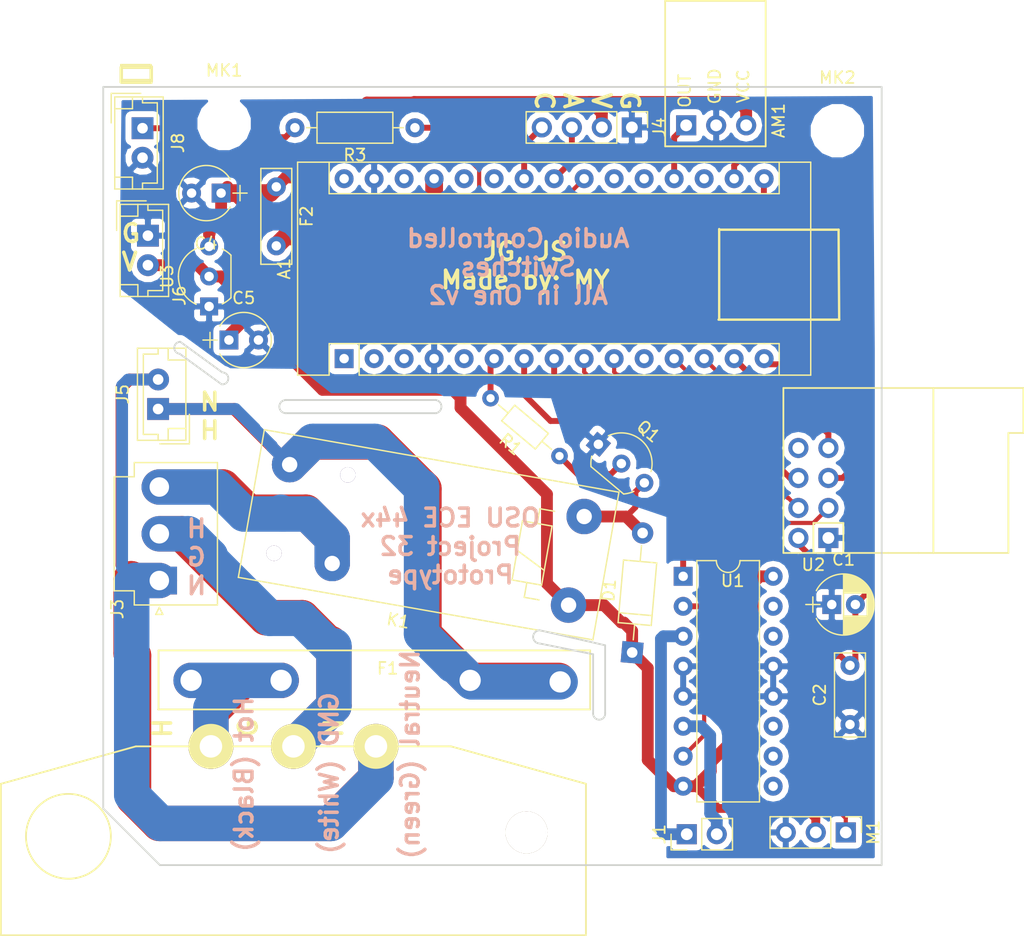
<source format=kicad_pcb>
(kicad_pcb (version 4) (host pcbnew 4.0.6+dfsg1-1)

  (general
    (links 61)
    (no_connects 5)
    (area 96.524999 78.410999 162.575001 144.475001)
    (thickness 1.6)
    (drawings 34)
    (tracks 277)
    (zones 0)
    (modules 42)
    (nets 30)
  )

  (page A4)
  (layers
    (0 F.Cu signal)
    (31 B.Cu signal)
    (32 B.Adhes user)
    (33 F.Adhes user)
    (34 B.Paste user)
    (35 F.Paste user)
    (36 B.SilkS user)
    (37 F.SilkS user)
    (38 B.Mask user)
    (39 F.Mask user)
    (40 Dwgs.User user)
    (41 Cmts.User user)
    (42 Eco1.User user)
    (43 Eco2.User user)
    (44 Edge.Cuts user)
    (45 Margin user)
    (46 B.CrtYd user)
    (47 F.CrtYd user)
    (48 B.Fab user)
    (49 F.Fab user)
  )

  (setup
    (last_trace_width 0.5)
    (trace_clearance 0)
    (zone_clearance 0.508)
    (zone_45_only no)
    (trace_min 0.35)
    (segment_width 0.2)
    (edge_width 0.15)
    (via_size 0.6)
    (via_drill 0.4)
    (via_min_size 0.4)
    (via_min_drill 0.3)
    (uvia_size 0.3)
    (uvia_drill 0.1)
    (uvias_allowed no)
    (uvia_min_size 0.2)
    (uvia_min_drill 0.1)
    (pcb_text_width 0.3)
    (pcb_text_size 1.5 1.5)
    (mod_edge_width 0.15)
    (mod_text_size 1 1)
    (mod_text_width 0.15)
    (pad_size 0.1 0.1)
    (pad_drill 0.1)
    (pad_to_mask_clearance 0.2)
    (aux_axis_origin 0 0)
    (visible_elements FFFFFF7F)
    (pcbplotparams
      (layerselection 0x010f0_80000001)
      (usegerberextensions true)
      (excludeedgelayer true)
      (linewidth 0.100000)
      (plotframeref false)
      (viasonmask false)
      (mode 1)
      (useauxorigin false)
      (hpglpennumber 1)
      (hpglpenspeed 20)
      (hpglpendiameter 15)
      (hpglpenoverlay 2)
      (psnegative false)
      (psa4output false)
      (plotreference true)
      (plotvalue true)
      (plotinvisibletext false)
      (padsonsilk false)
      (subtractmaskfromsilk false)
      (outputformat 1)
      (mirror false)
      (drillshape 0)
      (scaleselection 1)
      (outputdirectory Exports/))
  )

  (net 0 "")
  (net 1 "Net-(A1-Pad19)")
  (net 2 GND)
  (net 3 "Net-(A1-Pad6)")
  (net 4 "Net-(A1-Pad8)")
  (net 5 "Net-(A1-Pad9)")
  (net 6 "Net-(A1-Pad10)")
  (net 7 "Net-(A1-Pad12)")
  (net 8 "Net-(A1-Pad14)")
  (net 9 "Net-(A1-Pad15)")
  (net 10 "Net-(A1-Pad16)")
  (net 11 +3V3)
  (net 12 +5V)
  (net 13 "Net-(D1-Pad2)")
  (net 14 "Net-(J1-Pad1)")
  (net 15 "Net-(J1-Pad2)")
  (net 16 "Net-(A1-Pad23)")
  (net 17 "Net-(A1-Pad24)")
  (net 18 "Net-(A1-Pad27)")
  (net 19 "Net-(C5-Pad1)")
  (net 20 "Net-(F1-Pad1)")
  (net 21 "Net-(F1-Pad2)")
  (net 22 "Net-(J2-Pad2)")
  (net 23 "Net-(A1-Pad22)")
  (net 24 "Net-(J2-Pad1)")
  (net 25 "Net-(J3-Pad3)")
  (net 26 "Net-(A1-Pad7)")
  (net 27 "Net-(J8-Pad1)")
  (net 28 "Net-(A1-Pad13)")
  (net 29 "Net-(Q1-Pad2)")

  (net_class Default "This is the default net class."
    (clearance 0)
    (trace_width 0.5)
    (via_dia 0.6)
    (via_drill 0.4)
    (uvia_dia 0.3)
    (uvia_drill 0.1)
    (add_net +3V3)
    (add_net +5V)
    (add_net GND)
    (add_net "Net-(A1-Pad10)")
    (add_net "Net-(A1-Pad12)")
    (add_net "Net-(A1-Pad13)")
    (add_net "Net-(A1-Pad14)")
    (add_net "Net-(A1-Pad15)")
    (add_net "Net-(A1-Pad16)")
    (add_net "Net-(A1-Pad19)")
    (add_net "Net-(A1-Pad22)")
    (add_net "Net-(A1-Pad23)")
    (add_net "Net-(A1-Pad24)")
    (add_net "Net-(A1-Pad27)")
    (add_net "Net-(A1-Pad6)")
    (add_net "Net-(A1-Pad7)")
    (add_net "Net-(A1-Pad8)")
    (add_net "Net-(A1-Pad9)")
    (add_net "Net-(C5-Pad1)")
    (add_net "Net-(D1-Pad2)")
    (add_net "Net-(F1-Pad1)")
    (add_net "Net-(F1-Pad2)")
    (add_net "Net-(J1-Pad1)")
    (add_net "Net-(J1-Pad2)")
    (add_net "Net-(J2-Pad1)")
    (add_net "Net-(J2-Pad2)")
    (add_net "Net-(J3-Pad3)")
    (add_net "Net-(J8-Pad1)")
    (add_net "Net-(Q1-Pad2)")
  )

  (net_class 120VAC ""
    (clearance 0.8)
    (trace_width 50)
    (via_dia 0.6)
    (via_drill 0.4)
    (uvia_dia 0.3)
    (uvia_drill 0.1)
  )

  (module Capacitors_THT:C_Rect_L7.0mm_W2.5mm_P5.00mm (layer F.Cu) (tedit 597BC7C2) (tstamp 5A8A5D80)
    (at 159.8168 132.4864 90)
    (descr "C, Rect series, Radial, pin pitch=5.00mm, , length*width=7*2.5mm^2, Capacitor")
    (tags "C Rect series Radial pin pitch 5.00mm  length 7mm width 2.5mm Capacitor")
    (path /5A8A5BD9)
    (fp_text reference C2 (at 2.5 -2.56 90) (layer F.SilkS)
      (effects (font (size 1 1) (thickness 0.15)))
    )
    (fp_text value CAP (at 2.5 2.56 90) (layer F.Fab)
      (effects (font (size 1 1) (thickness 0.15)))
    )
    (fp_line (start -1 -1.25) (end -1 1.25) (layer F.Fab) (width 0.1))
    (fp_line (start -1 1.25) (end 6 1.25) (layer F.Fab) (width 0.1))
    (fp_line (start 6 1.25) (end 6 -1.25) (layer F.Fab) (width 0.1))
    (fp_line (start 6 -1.25) (end -1 -1.25) (layer F.Fab) (width 0.1))
    (fp_line (start -1.06 -1.31) (end 6.06 -1.31) (layer F.SilkS) (width 0.12))
    (fp_line (start -1.06 1.31) (end 6.06 1.31) (layer F.SilkS) (width 0.12))
    (fp_line (start -1.06 -1.31) (end -1.06 1.31) (layer F.SilkS) (width 0.12))
    (fp_line (start 6.06 -1.31) (end 6.06 1.31) (layer F.SilkS) (width 0.12))
    (fp_line (start -1.35 -1.6) (end -1.35 1.6) (layer F.CrtYd) (width 0.05))
    (fp_line (start -1.35 1.6) (end 6.35 1.6) (layer F.CrtYd) (width 0.05))
    (fp_line (start 6.35 1.6) (end 6.35 -1.6) (layer F.CrtYd) (width 0.05))
    (fp_line (start 6.35 -1.6) (end -1.35 -1.6) (layer F.CrtYd) (width 0.05))
    (fp_text user %R (at 2.5 -0.1524 90) (layer F.Fab)
      (effects (font (size 1 1) (thickness 0.15)))
    )
    (pad 1 thru_hole circle (at 0 0 90) (size 1.6 1.6) (drill 0.8) (layers *.Cu *.Mask)
      (net 2 GND))
    (pad 2 thru_hole circle (at 5 0 90) (size 1.6 1.6) (drill 0.8) (layers *.Cu *.Mask)
      (net 11 +3V3))
    (model ${KISYS3DMOD}/Capacitors_THT.3dshapes/C_Rect_L7.0mm_W2.5mm_P5.00mm.wrl
      (at (xyz 0 0 0))
      (scale (xyz 1 1 1))
      (rotate (xyz 0 0 0))
    )
  )

  (module Pin_Headers:Pin_Header_Straight_1x04_Pitch2.54mm (layer F.Cu) (tedit 59650532) (tstamp 5A765E41)
    (at 141.351 81.915 270)
    (descr "Through hole straight pin header, 1x04, 2.54mm pitch, single row")
    (tags "Through hole pin header THT 1x04 2.54mm single row")
    (path /5A76D6F3)
    (fp_text reference J4 (at 0 -2.33 270) (layer F.SilkS)
      (effects (font (size 1 1) (thickness 0.15)))
    )
    (fp_text value CONN_01X04 (at 0 9.95 270) (layer F.Fab)
      (effects (font (size 1 1) (thickness 0.15)))
    )
    (fp_line (start -0.635 -1.27) (end 1.27 -1.27) (layer F.Fab) (width 0.1))
    (fp_line (start 1.27 -1.27) (end 1.27 8.89) (layer F.Fab) (width 0.1))
    (fp_line (start 1.27 8.89) (end -1.27 8.89) (layer F.Fab) (width 0.1))
    (fp_line (start -1.27 8.89) (end -1.27 -0.635) (layer F.Fab) (width 0.1))
    (fp_line (start -1.27 -0.635) (end -0.635 -1.27) (layer F.Fab) (width 0.1))
    (fp_line (start -1.33 8.95) (end 1.33 8.95) (layer F.SilkS) (width 0.12))
    (fp_line (start -1.33 1.27) (end -1.33 8.95) (layer F.SilkS) (width 0.12))
    (fp_line (start 1.33 1.27) (end 1.33 8.95) (layer F.SilkS) (width 0.12))
    (fp_line (start -1.33 1.27) (end 1.33 1.27) (layer F.SilkS) (width 0.12))
    (fp_line (start -1.33 0) (end -1.33 -1.33) (layer F.SilkS) (width 0.12))
    (fp_line (start -1.33 -1.33) (end 0 -1.33) (layer F.SilkS) (width 0.12))
    (fp_line (start -1.8 -1.8) (end -1.8 9.4) (layer F.CrtYd) (width 0.05))
    (fp_line (start -1.8 9.4) (end 1.8 9.4) (layer F.CrtYd) (width 0.05))
    (fp_line (start 1.8 9.4) (end 1.8 -1.8) (layer F.CrtYd) (width 0.05))
    (fp_line (start 1.8 -1.8) (end -1.8 -1.8) (layer F.CrtYd) (width 0.05))
    (fp_text user %R (at 0 3.81 360) (layer F.Fab)
      (effects (font (size 1 1) (thickness 0.15)))
    )
    (pad 1 thru_hole rect (at 0 0 270) (size 1.7 1.7) (drill 1) (layers *.Cu *.Mask)
      (net 2 GND))
    (pad 2 thru_hole oval (at 0 2.54 270) (size 1.7 1.7) (drill 1) (layers *.Cu *.Mask)
      (net 12 +5V))
    (pad 3 thru_hole oval (at 0 5.08 270) (size 1.7 1.7) (drill 1) (layers *.Cu *.Mask)
      (net 16 "Net-(A1-Pad23)"))
    (pad 4 thru_hole oval (at 0 7.62 270) (size 1.7 1.7) (drill 1) (layers *.Cu *.Mask)
      (net 17 "Net-(A1-Pad24)"))
    (model ${KISYS3DMOD}/Pin_Headers.3dshapes/Pin_Header_Straight_1x04_Pitch2.54mm.wrl
      (at (xyz 0 0 0))
      (scale (xyz 1 1 1))
      (rotate (xyz 0 0 0))
    )
  )

  (module Resistors_THT:R_Axial_DIN0204_L3.6mm_D1.6mm_P7.62mm_Horizontal (layer F.Cu) (tedit 5874F706) (tstamp 5A63DF66)
    (at 135.224859 109.749242 140)
    (descr "Resistor, Axial_DIN0204 series, Axial, Horizontal, pin pitch=7.62mm, 0.16666666666666666W = 1/6W, length*diameter=3.6*1.6mm^2, http://cdn-reichelt.de/documents/datenblatt/B400/1_4W%23YAG.pdf")
    (tags "Resistor Axial_DIN0204 series Axial Horizontal pin pitch 7.62mm 0.16666666666666666W = 1/6W length 3.6mm diameter 1.6mm")
    (path /5A63BE58)
    (fp_text reference R1 (at 3.81 -1.905 140) (layer F.SilkS)
      (effects (font (size 1 1) (thickness 0.15)))
    )
    (fp_text value R2k (at 3.811048 1.775753 140) (layer F.Fab)
      (effects (font (size 1 1) (thickness 0.15)))
    )
    (fp_line (start 2.01 -0.8) (end 2.01 0.8) (layer F.Fab) (width 0.1))
    (fp_line (start 2.01 0.8) (end 5.61 0.8) (layer F.Fab) (width 0.1))
    (fp_line (start 5.61 0.8) (end 5.61 -0.8) (layer F.Fab) (width 0.1))
    (fp_line (start 5.61 -0.8) (end 2.01 -0.8) (layer F.Fab) (width 0.1))
    (fp_line (start 0 0) (end 2.01 0) (layer F.Fab) (width 0.1))
    (fp_line (start 7.62 0) (end 5.61 0) (layer F.Fab) (width 0.1))
    (fp_line (start 1.95 -0.86) (end 1.95 0.86) (layer F.SilkS) (width 0.12))
    (fp_line (start 1.95 0.86) (end 5.67 0.86) (layer F.SilkS) (width 0.12))
    (fp_line (start 5.67 0.86) (end 5.67 -0.86) (layer F.SilkS) (width 0.12))
    (fp_line (start 5.67 -0.86) (end 1.95 -0.86) (layer F.SilkS) (width 0.12))
    (fp_line (start 0.88 0) (end 1.95 0) (layer F.SilkS) (width 0.12))
    (fp_line (start 6.74 0) (end 5.67 0) (layer F.SilkS) (width 0.12))
    (fp_line (start -0.95 -1.15) (end -0.95 1.15) (layer F.CrtYd) (width 0.05))
    (fp_line (start -0.95 1.15) (end 8.6 1.15) (layer F.CrtYd) (width 0.05))
    (fp_line (start 8.6 1.15) (end 8.6 -1.15) (layer F.CrtYd) (width 0.05))
    (fp_line (start 8.6 -1.15) (end -0.95 -1.15) (layer F.CrtYd) (width 0.05))
    (pad 1 thru_hole circle (at 0 0 140) (size 1.4 1.4) (drill 0.7) (layers *.Cu *.Mask)
      (net 29 "Net-(Q1-Pad2)"))
    (pad 2 thru_hole oval (at 7.62 0 140) (size 1.4 1.4) (drill 0.7) (layers *.Cu *.Mask)
      (net 3 "Net-(A1-Pad6)"))
    (model ${KISYS3DMOD}/Resistors_THT.3dshapes/R_Axial_DIN0204_L3.6mm_D1.6mm_P7.62mm_Horizontal.wrl
      (at (xyz 0 0 0))
      (scale (xyz 0.393701 0.393701 0.393701))
      (rotate (xyz 0 0 0))
    )
  )

  (module Diodes_THT:D_A-405_P10.16mm_Horizontal (layer F.Cu) (tedit 5921392E) (tstamp 5A63DF4C)
    (at 141.3764 126.3904 85)
    (descr "D, A-405 series, Axial, Horizontal, pin pitch=10.16mm, , length*diameter=5.2*2.7mm^2, , http://www.diodes.com/_files/packages/A-405.pdf")
    (tags "D A-405 series Axial Horizontal pin pitch 10.16mm  length 5.2mm diameter 2.7mm")
    (path /5A63C479)
    (fp_text reference D1 (at 5.08 -2.41 85) (layer F.SilkS)
      (effects (font (size 1 1) (thickness 0.15)))
    )
    (fp_text value 1N4004 (at -3.302 -0.254 85) (layer F.Fab)
      (effects (font (size 1 1) (thickness 0.15)))
    )
    (fp_text user %R (at 5.08 0 85) (layer F.Fab)
      (effects (font (size 1 1) (thickness 0.15)))
    )
    (fp_line (start 2.48 -1.35) (end 2.48 1.35) (layer F.Fab) (width 0.1))
    (fp_line (start 2.48 1.35) (end 7.68 1.35) (layer F.Fab) (width 0.1))
    (fp_line (start 7.68 1.35) (end 7.68 -1.35) (layer F.Fab) (width 0.1))
    (fp_line (start 7.68 -1.35) (end 2.48 -1.35) (layer F.Fab) (width 0.1))
    (fp_line (start 0 0) (end 2.48 0) (layer F.Fab) (width 0.1))
    (fp_line (start 10.16 0) (end 7.68 0) (layer F.Fab) (width 0.1))
    (fp_line (start 3.26 -1.35) (end 3.26 1.35) (layer F.Fab) (width 0.1))
    (fp_line (start 2.42 -1.41) (end 2.42 1.41) (layer F.SilkS) (width 0.12))
    (fp_line (start 2.42 1.41) (end 7.74 1.41) (layer F.SilkS) (width 0.12))
    (fp_line (start 7.74 1.41) (end 7.74 -1.41) (layer F.SilkS) (width 0.12))
    (fp_line (start 7.74 -1.41) (end 2.42 -1.41) (layer F.SilkS) (width 0.12))
    (fp_line (start 1.08 0) (end 2.42 0) (layer F.SilkS) (width 0.12))
    (fp_line (start 9.08 0) (end 7.74 0) (layer F.SilkS) (width 0.12))
    (fp_line (start 3.26 -1.41) (end 3.26 1.41) (layer F.SilkS) (width 0.12))
    (fp_line (start -1.15 -1.7) (end -1.15 1.7) (layer F.CrtYd) (width 0.05))
    (fp_line (start -1.15 1.7) (end 11.35 1.7) (layer F.CrtYd) (width 0.05))
    (fp_line (start 11.35 1.7) (end 11.35 -1.7) (layer F.CrtYd) (width 0.05))
    (fp_line (start 11.35 -1.7) (end -1.15 -1.7) (layer F.CrtYd) (width 0.05))
    (pad 1 thru_hole rect (at 0 0 85) (size 1.8 1.8) (drill 0.9) (layers *.Cu *.Mask)
      (net 12 +5V))
    (pad 2 thru_hole oval (at 10.16 0 85) (size 1.8 1.8) (drill 0.9) (layers *.Cu *.Mask)
      (net 13 "Net-(D1-Pad2)"))
    (model ${KISYS3DMOD}/Diodes_THT.3dshapes/D_A-405_P10.16mm_Horizontal.wrl
      (at (xyz 0 0 0))
      (scale (xyz 0.393701 0.393701 0.393701))
      (rotate (xyz 0 0 0))
    )
  )

  (module Housings_DIP:DIP-16_W7.62mm (layer F.Cu) (tedit 59C78D6B) (tstamp 5A63D342)
    (at 145.6944 119.9388)
    (descr "16-lead though-hole mounted DIP package, row spacing 7.62 mm (300 mils)")
    (tags "THT DIP DIL PDIP 2.54mm 7.62mm 300mil")
    (path /5A63C81C)
    (fp_text reference U1 (at 4.191 0.381) (layer F.SilkS)
      (effects (font (size 1 1) (thickness 0.15)))
    )
    (fp_text value L293D (at 3.683 20.193) (layer F.Fab)
      (effects (font (size 1 1) (thickness 0.15)))
    )
    (fp_arc (start 3.81 -1.33) (end 2.81 -1.33) (angle -180) (layer F.SilkS) (width 0.12))
    (fp_line (start 1.635 -1.27) (end 6.985 -1.27) (layer F.Fab) (width 0.1))
    (fp_line (start 6.985 -1.27) (end 6.985 19.05) (layer F.Fab) (width 0.1))
    (fp_line (start 6.985 19.05) (end 0.635 19.05) (layer F.Fab) (width 0.1))
    (fp_line (start 0.635 19.05) (end 0.635 -0.27) (layer F.Fab) (width 0.1))
    (fp_line (start 0.635 -0.27) (end 1.635 -1.27) (layer F.Fab) (width 0.1))
    (fp_line (start 2.81 -1.33) (end 1.16 -1.33) (layer F.SilkS) (width 0.12))
    (fp_line (start 1.16 -1.33) (end 1.16 19.11) (layer F.SilkS) (width 0.12))
    (fp_line (start 1.16 19.11) (end 6.46 19.11) (layer F.SilkS) (width 0.12))
    (fp_line (start 6.46 19.11) (end 6.46 -1.33) (layer F.SilkS) (width 0.12))
    (fp_line (start 6.46 -1.33) (end 4.81 -1.33) (layer F.SilkS) (width 0.12))
    (fp_line (start -1.1 -1.55) (end -1.1 19.3) (layer F.CrtYd) (width 0.05))
    (fp_line (start -1.1 19.3) (end 8.7 19.3) (layer F.CrtYd) (width 0.05))
    (fp_line (start 8.7 19.3) (end 8.7 -1.55) (layer F.CrtYd) (width 0.05))
    (fp_line (start 8.7 -1.55) (end -1.1 -1.55) (layer F.CrtYd) (width 0.05))
    (fp_text user %R (at 3.81 8.89) (layer F.Fab)
      (effects (font (size 1 1) (thickness 0.15)))
    )
    (pad 1 thru_hole rect (at 0 0) (size 1.6 1.6) (drill 0.8) (layers *.Cu *.Mask)
      (net 26 "Net-(A1-Pad7)"))
    (pad 9 thru_hole oval (at 7.62 17.78) (size 1.6 1.6) (drill 0.8) (layers *.Cu *.Mask))
    (pad 2 thru_hole oval (at 0 2.54) (size 1.6 1.6) (drill 0.8) (layers *.Cu *.Mask)
      (net 4 "Net-(A1-Pad8)"))
    (pad 10 thru_hole oval (at 7.62 15.24) (size 1.6 1.6) (drill 0.8) (layers *.Cu *.Mask))
    (pad 3 thru_hole oval (at 0 5.08) (size 1.6 1.6) (drill 0.8) (layers *.Cu *.Mask)
      (net 14 "Net-(J1-Pad1)"))
    (pad 11 thru_hole oval (at 7.62 12.7) (size 1.6 1.6) (drill 0.8) (layers *.Cu *.Mask))
    (pad 4 thru_hole oval (at 0 7.62) (size 1.6 1.6) (drill 0.8) (layers *.Cu *.Mask)
      (net 2 GND))
    (pad 12 thru_hole oval (at 7.62 10.16) (size 1.6 1.6) (drill 0.8) (layers *.Cu *.Mask)
      (net 2 GND))
    (pad 5 thru_hole oval (at 0 10.16) (size 1.6 1.6) (drill 0.8) (layers *.Cu *.Mask)
      (net 2 GND))
    (pad 13 thru_hole oval (at 7.62 7.62) (size 1.6 1.6) (drill 0.8) (layers *.Cu *.Mask)
      (net 2 GND))
    (pad 6 thru_hole oval (at 0 12.7) (size 1.6 1.6) (drill 0.8) (layers *.Cu *.Mask)
      (net 15 "Net-(J1-Pad2)"))
    (pad 14 thru_hole oval (at 7.62 5.08) (size 1.6 1.6) (drill 0.8) (layers *.Cu *.Mask))
    (pad 7 thru_hole oval (at 0 15.24) (size 1.6 1.6) (drill 0.8) (layers *.Cu *.Mask)
      (net 5 "Net-(A1-Pad9)"))
    (pad 15 thru_hole oval (at 7.62 2.54) (size 1.6 1.6) (drill 0.8) (layers *.Cu *.Mask))
    (pad 8 thru_hole oval (at 0 17.78) (size 1.6 1.6) (drill 0.8) (layers *.Cu *.Mask)
      (net 12 +5V))
    (pad 16 thru_hole oval (at 7.62 0) (size 1.6 1.6) (drill 0.8) (layers *.Cu *.Mask)
      (net 12 +5V))
    (model ${KISYS3DMOD}/Housings_DIP.3dshapes/DIP-16_W7.62mm.wrl
      (at (xyz 0 0 0))
      (scale (xyz 1 1 1))
      (rotate (xyz 0 0 0))
    )
  )

  (module Modules:Arduino_Nano (layer F.Cu) (tedit 5A792B9B) (tstamp 5A7EF2E4)
    (at 116.9924 101.4984 90)
    (descr "Arduino Nano, http://www.mouser.com/pdfdocs/Gravitech_Arduino_Nano3_0.pdf")
    (tags "Arduino Nano")
    (path /5A63B2B9)
    (fp_text reference A1 (at 7.62 -5.08 90) (layer F.SilkS)
      (effects (font (size 1 1) (thickness 0.15)))
    )
    (fp_text value Arduino_Nano (at 8.89 19.05 180) (layer F.Fab)
      (effects (font (size 1 1) (thickness 0.15)))
    )
    (fp_text user %R (at 6.35 19.05 180) (layer F.Fab)
      (effects (font (size 1 1) (thickness 0.15)))
    )
    (fp_line (start 1.27 1.27) (end 1.27 -1.27) (layer F.SilkS) (width 0.12))
    (fp_line (start 1.27 -1.27) (end -1.4 -1.27) (layer F.SilkS) (width 0.12))
    (fp_line (start -1.4 1.27) (end -1.4 39.5) (layer F.SilkS) (width 0.12))
    (fp_line (start -1.4 -3.94) (end -1.4 -1.27) (layer F.SilkS) (width 0.12))
    (fp_line (start 13.97 -1.27) (end 16.64 -1.27) (layer F.SilkS) (width 0.12))
    (fp_line (start 13.97 -1.27) (end 13.97 36.83) (layer F.SilkS) (width 0.12))
    (fp_line (start 13.97 36.83) (end 16.64 36.83) (layer F.SilkS) (width 0.12))
    (fp_line (start 1.27 1.27) (end -1.4 1.27) (layer F.SilkS) (width 0.12))
    (fp_line (start 1.27 1.27) (end 1.27 36.83) (layer F.SilkS) (width 0.12))
    (fp_line (start 1.27 36.83) (end -1.4 36.83) (layer F.SilkS) (width 0.12))
    (fp_line (start 3.81 31.75) (end 11.43 31.75) (layer F.Fab) (width 0.1))
    (fp_line (start 11.43 31.75) (end 11.43 41.91) (layer F.Fab) (width 0.1))
    (fp_line (start 11.43 41.91) (end 3.81 41.91) (layer F.Fab) (width 0.1))
    (fp_line (start 3.81 41.91) (end 3.81 31.75) (layer F.Fab) (width 0.1))
    (fp_line (start -1.4 39.5) (end 16.64 39.5) (layer F.SilkS) (width 0.12))
    (fp_line (start 16.64 39.5) (end 16.64 -3.94) (layer F.SilkS) (width 0.12))
    (fp_line (start 16.64 -3.94) (end -1.4 -3.94) (layer F.SilkS) (width 0.12))
    (fp_line (start 16.51 39.37) (end -1.27 39.37) (layer F.Fab) (width 0.1))
    (fp_line (start -1.27 39.37) (end -1.27 -2.54) (layer F.Fab) (width 0.1))
    (fp_line (start -1.27 -2.54) (end 0 -3.81) (layer F.Fab) (width 0.1))
    (fp_line (start 0 -3.81) (end 16.51 -3.81) (layer F.Fab) (width 0.1))
    (fp_line (start 16.51 -3.81) (end 16.51 39.37) (layer F.Fab) (width 0.1))
    (fp_line (start -1.53 -4.06) (end 16.75 -4.06) (layer F.CrtYd) (width 0.05))
    (fp_line (start -1.53 -4.06) (end -1.53 42.16) (layer F.CrtYd) (width 0.05))
    (fp_line (start 16.75 42.16) (end 16.75 -4.06) (layer F.CrtYd) (width 0.05))
    (fp_line (start 16.75 42.16) (end -1.53 42.16) (layer F.CrtYd) (width 0.05))
    (pad 1 thru_hole rect (at 0 0 90) (size 1.6 1.6) (drill 0.8) (layers *.Cu *.Mask))
    (pad 17 thru_hole oval (at 15.24 33.02 90) (size 1.6 1.6) (drill 0.8) (layers *.Cu *.Mask)
      (net 11 +3V3))
    (pad 2 thru_hole oval (at 0 2.54 90) (size 1.6 1.6) (drill 0.8) (layers *.Cu *.Mask))
    (pad 18 thru_hole oval (at 15.24 30.48 90) (size 1.6 1.6) (drill 0.8) (layers *.Cu *.Mask))
    (pad 3 thru_hole oval (at 0 5.08 90) (size 1.6 1.6) (drill 0.8) (layers *.Cu *.Mask))
    (pad 19 thru_hole oval (at 15.24 27.94 90) (size 1.6 1.6) (drill 0.8) (layers *.Cu *.Mask)
      (net 1 "Net-(A1-Pad19)"))
    (pad 4 thru_hole oval (at 0 7.62 90) (size 1.6 1.6) (drill 0.8) (layers *.Cu *.Mask)
      (net 2 GND))
    (pad 20 thru_hole oval (at 15.24 25.4 90) (size 1.6 1.6) (drill 0.8) (layers *.Cu *.Mask))
    (pad 5 thru_hole oval (at 0 10.16 90) (size 1.6 1.6) (drill 0.8) (layers *.Cu *.Mask))
    (pad 21 thru_hole oval (at 15.24 22.86 90) (size 1.6 1.6) (drill 0.8) (layers *.Cu *.Mask))
    (pad 6 thru_hole oval (at 0 12.7 90) (size 1.6 1.6) (drill 0.8) (layers *.Cu *.Mask)
      (net 3 "Net-(A1-Pad6)"))
    (pad 22 thru_hole oval (at 15.24 20.32 90) (size 1.6 1.6) (drill 0.8) (layers *.Cu *.Mask)
      (net 23 "Net-(A1-Pad22)"))
    (pad 7 thru_hole oval (at 0 15.24 90) (size 1.6 1.6) (drill 0.8) (layers *.Cu *.Mask)
      (net 26 "Net-(A1-Pad7)"))
    (pad 23 thru_hole oval (at 15.24 17.78 90) (size 1.6 1.6) (drill 0.8) (layers *.Cu *.Mask)
      (net 16 "Net-(A1-Pad23)"))
    (pad 8 thru_hole oval (at 0 17.78 90) (size 1.6 1.6) (drill 0.8) (layers *.Cu *.Mask)
      (net 4 "Net-(A1-Pad8)"))
    (pad 24 thru_hole oval (at 15.24 15.24 90) (size 1.6 1.6) (drill 0.8) (layers *.Cu *.Mask)
      (net 17 "Net-(A1-Pad24)"))
    (pad 9 thru_hole oval (at 0 20.32 90) (size 1.6 1.6) (drill 0.8) (layers *.Cu *.Mask)
      (net 5 "Net-(A1-Pad9)"))
    (pad 25 thru_hole oval (at 15.24 12.7 90) (size 1.6 1.6) (drill 0.8) (layers *.Cu *.Mask))
    (pad 10 thru_hole oval (at 0 22.86 90) (size 1.6 1.6) (drill 0.8) (layers *.Cu *.Mask)
      (net 6 "Net-(A1-Pad10)"))
    (pad 26 thru_hole oval (at 15.24 10.16 90) (size 1.6 1.6) (drill 0.8) (layers *.Cu *.Mask))
    (pad 11 thru_hole oval (at 0 25.4 90) (size 1.6 1.6) (drill 0.8) (layers *.Cu *.Mask))
    (pad 27 thru_hole oval (at 15.24 7.62 90) (size 1.6 1.6) (drill 0.8) (layers *.Cu *.Mask)
      (net 18 "Net-(A1-Pad27)"))
    (pad 12 thru_hole oval (at 0 27.94 90) (size 1.6 1.6) (drill 0.8) (layers *.Cu *.Mask)
      (net 7 "Net-(A1-Pad12)"))
    (pad 28 thru_hole oval (at 15.24 5.08 90) (size 1.6 1.6) (drill 0.8) (layers *.Cu *.Mask))
    (pad 13 thru_hole oval (at 0 30.48 90) (size 1.6 1.6) (drill 0.8) (layers *.Cu *.Mask)
      (net 28 "Net-(A1-Pad13)"))
    (pad 29 thru_hole oval (at 15.24 2.54 90) (size 1.6 1.6) (drill 0.8) (layers *.Cu *.Mask)
      (net 2 GND))
    (pad 14 thru_hole oval (at 0 33.02 90) (size 1.6 1.6) (drill 0.8) (layers *.Cu *.Mask)
      (net 8 "Net-(A1-Pad14)"))
    (pad 30 thru_hole oval (at 15.24 0 90) (size 1.6 1.6) (drill 0.8) (layers *.Cu *.Mask))
    (pad 15 thru_hole oval (at 0 35.56 90) (size 1.6 1.6) (drill 0.8) (layers *.Cu *.Mask)
      (net 9 "Net-(A1-Pad15)"))
    (pad 16 thru_hole oval (at 15.24 35.56 90) (size 1.6 1.6) (drill 0.8) (layers *.Cu *.Mask)
      (net 10 "Net-(A1-Pad16)"))
  )

  (module Capacitors_THT:CP_Radial_Tantal_D4.5mm_P2.50mm (layer F.Cu) (tedit 597C781B) (tstamp 5A765AE0)
    (at 107.2388 99.9236)
    (descr "CP, Radial_Tantal series, Radial, pin pitch=2.50mm, , diameter=4.5mm, Tantal Electrolytic Capacitor, http://cdn-reichelt.de/documents/datenblatt/B300/TANTAL-TB-Serie%23.pdf")
    (tags "CP Radial_Tantal series Radial pin pitch 2.50mm  diameter 4.5mm Tantal Electrolytic Capacitor")
    (path /5A76C497)
    (fp_text reference C5 (at 1.25 -3.56) (layer F.SilkS)
      (effects (font (size 1 1) (thickness 0.15)))
    )
    (fp_text value 1uF (at 1.25 3.56) (layer F.Fab)
      (effects (font (size 1 1) (thickness 0.15)))
    )
    (fp_arc (start 1.25 0) (end -0.770693 -1.18) (angle 119.4) (layer F.SilkS) (width 0.12))
    (fp_arc (start 1.25 0) (end -0.770693 1.18) (angle -119.4) (layer F.SilkS) (width 0.12))
    (fp_arc (start 1.25 0) (end 3.270693 -1.18) (angle 60.6) (layer F.SilkS) (width 0.12))
    (fp_circle (center 1.25 0) (end 3.5 0) (layer F.Fab) (width 0.1))
    (fp_line (start -2.2 0) (end -1 0) (layer F.Fab) (width 0.1))
    (fp_line (start -1.6 -0.65) (end -1.6 0.65) (layer F.Fab) (width 0.1))
    (fp_line (start -2.2 0) (end -1 0) (layer F.SilkS) (width 0.12))
    (fp_line (start -1.6 -0.65) (end -1.6 0.65) (layer F.SilkS) (width 0.12))
    (fp_line (start -1.35 -2.6) (end -1.35 2.6) (layer F.CrtYd) (width 0.05))
    (fp_line (start -1.35 2.6) (end 3.85 2.6) (layer F.CrtYd) (width 0.05))
    (fp_line (start 3.85 2.6) (end 3.85 -2.6) (layer F.CrtYd) (width 0.05))
    (fp_line (start 3.85 -2.6) (end -1.35 -2.6) (layer F.CrtYd) (width 0.05))
    (fp_text user %R (at 1.4078 1.016) (layer F.Fab)
      (effects (font (size 1 1) (thickness 0.15)))
    )
    (pad 1 thru_hole rect (at 0 0) (size 1.6 1.6) (drill 0.8) (layers *.Cu *.Mask)
      (net 19 "Net-(C5-Pad1)"))
    (pad 2 thru_hole circle (at 2.5 0) (size 1.6 1.6) (drill 0.8) (layers *.Cu *.Mask)
      (net 2 GND))
    (model ${KISYS3DMOD}/Capacitors_THT.3dshapes/CP_Radial_Tantal_D4.5mm_P2.50mm.wrl
      (at (xyz 0 0 0))
      (scale (xyz 1 1 1))
      (rotate (xyz 0 0 0))
    )
  )

  (module Capacitors_THT:CP_Radial_D5.0mm_P2.00mm (layer F.Cu) (tedit 597BC7C2) (tstamp 5A763175)
    (at 158.274 122.3264)
    (descr "CP, Radial series, Radial, pin pitch=2.00mm, , diameter=5mm, Electrolytic Capacitor")
    (tags "CP Radial series Radial pin pitch 2.00mm  diameter 5mm Electrolytic Capacitor")
    (path /5A7605A9)
    (fp_text reference C1 (at 1 -3.81) (layer F.SilkS)
      (effects (font (size 1 1) (thickness 0.15)))
    )
    (fp_text value 10u (at 1 3.81) (layer F.Fab)
      (effects (font (size 1 1) (thickness 0.15)))
    )
    (fp_arc (start 1 0) (end -1.30558 -1.18) (angle 125.8) (layer F.SilkS) (width 0.12))
    (fp_arc (start 1 0) (end -1.30558 1.18) (angle -125.8) (layer F.SilkS) (width 0.12))
    (fp_arc (start 1 0) (end 3.30558 -1.18) (angle 54.2) (layer F.SilkS) (width 0.12))
    (fp_circle (center 1 0) (end 3.5 0) (layer F.Fab) (width 0.1))
    (fp_line (start -2.2 0) (end -1 0) (layer F.Fab) (width 0.1))
    (fp_line (start -1.6 -0.65) (end -1.6 0.65) (layer F.Fab) (width 0.1))
    (fp_line (start 1 -2.55) (end 1 2.55) (layer F.SilkS) (width 0.12))
    (fp_line (start 1.04 -2.55) (end 1.04 -0.98) (layer F.SilkS) (width 0.12))
    (fp_line (start 1.04 0.98) (end 1.04 2.55) (layer F.SilkS) (width 0.12))
    (fp_line (start 1.08 -2.549) (end 1.08 -0.98) (layer F.SilkS) (width 0.12))
    (fp_line (start 1.08 0.98) (end 1.08 2.549) (layer F.SilkS) (width 0.12))
    (fp_line (start 1.12 -2.548) (end 1.12 -0.98) (layer F.SilkS) (width 0.12))
    (fp_line (start 1.12 0.98) (end 1.12 2.548) (layer F.SilkS) (width 0.12))
    (fp_line (start 1.16 -2.546) (end 1.16 -0.98) (layer F.SilkS) (width 0.12))
    (fp_line (start 1.16 0.98) (end 1.16 2.546) (layer F.SilkS) (width 0.12))
    (fp_line (start 1.2 -2.543) (end 1.2 -0.98) (layer F.SilkS) (width 0.12))
    (fp_line (start 1.2 0.98) (end 1.2 2.543) (layer F.SilkS) (width 0.12))
    (fp_line (start 1.24 -2.539) (end 1.24 -0.98) (layer F.SilkS) (width 0.12))
    (fp_line (start 1.24 0.98) (end 1.24 2.539) (layer F.SilkS) (width 0.12))
    (fp_line (start 1.28 -2.535) (end 1.28 -0.98) (layer F.SilkS) (width 0.12))
    (fp_line (start 1.28 0.98) (end 1.28 2.535) (layer F.SilkS) (width 0.12))
    (fp_line (start 1.32 -2.531) (end 1.32 -0.98) (layer F.SilkS) (width 0.12))
    (fp_line (start 1.32 0.98) (end 1.32 2.531) (layer F.SilkS) (width 0.12))
    (fp_line (start 1.36 -2.525) (end 1.36 -0.98) (layer F.SilkS) (width 0.12))
    (fp_line (start 1.36 0.98) (end 1.36 2.525) (layer F.SilkS) (width 0.12))
    (fp_line (start 1.4 -2.519) (end 1.4 -0.98) (layer F.SilkS) (width 0.12))
    (fp_line (start 1.4 0.98) (end 1.4 2.519) (layer F.SilkS) (width 0.12))
    (fp_line (start 1.44 -2.513) (end 1.44 -0.98) (layer F.SilkS) (width 0.12))
    (fp_line (start 1.44 0.98) (end 1.44 2.513) (layer F.SilkS) (width 0.12))
    (fp_line (start 1.48 -2.506) (end 1.48 -0.98) (layer F.SilkS) (width 0.12))
    (fp_line (start 1.48 0.98) (end 1.48 2.506) (layer F.SilkS) (width 0.12))
    (fp_line (start 1.52 -2.498) (end 1.52 -0.98) (layer F.SilkS) (width 0.12))
    (fp_line (start 1.52 0.98) (end 1.52 2.498) (layer F.SilkS) (width 0.12))
    (fp_line (start 1.56 -2.489) (end 1.56 -0.98) (layer F.SilkS) (width 0.12))
    (fp_line (start 1.56 0.98) (end 1.56 2.489) (layer F.SilkS) (width 0.12))
    (fp_line (start 1.6 -2.48) (end 1.6 -0.98) (layer F.SilkS) (width 0.12))
    (fp_line (start 1.6 0.98) (end 1.6 2.48) (layer F.SilkS) (width 0.12))
    (fp_line (start 1.64 -2.47) (end 1.64 -0.98) (layer F.SilkS) (width 0.12))
    (fp_line (start 1.64 0.98) (end 1.64 2.47) (layer F.SilkS) (width 0.12))
    (fp_line (start 1.68 -2.46) (end 1.68 -0.98) (layer F.SilkS) (width 0.12))
    (fp_line (start 1.68 0.98) (end 1.68 2.46) (layer F.SilkS) (width 0.12))
    (fp_line (start 1.721 -2.448) (end 1.721 -0.98) (layer F.SilkS) (width 0.12))
    (fp_line (start 1.721 0.98) (end 1.721 2.448) (layer F.SilkS) (width 0.12))
    (fp_line (start 1.761 -2.436) (end 1.761 -0.98) (layer F.SilkS) (width 0.12))
    (fp_line (start 1.761 0.98) (end 1.761 2.436) (layer F.SilkS) (width 0.12))
    (fp_line (start 1.801 -2.424) (end 1.801 -0.98) (layer F.SilkS) (width 0.12))
    (fp_line (start 1.801 0.98) (end 1.801 2.424) (layer F.SilkS) (width 0.12))
    (fp_line (start 1.841 -2.41) (end 1.841 -0.98) (layer F.SilkS) (width 0.12))
    (fp_line (start 1.841 0.98) (end 1.841 2.41) (layer F.SilkS) (width 0.12))
    (fp_line (start 1.881 -2.396) (end 1.881 -0.98) (layer F.SilkS) (width 0.12))
    (fp_line (start 1.881 0.98) (end 1.881 2.396) (layer F.SilkS) (width 0.12))
    (fp_line (start 1.921 -2.382) (end 1.921 -0.98) (layer F.SilkS) (width 0.12))
    (fp_line (start 1.921 0.98) (end 1.921 2.382) (layer F.SilkS) (width 0.12))
    (fp_line (start 1.961 -2.366) (end 1.961 -0.98) (layer F.SilkS) (width 0.12))
    (fp_line (start 1.961 0.98) (end 1.961 2.366) (layer F.SilkS) (width 0.12))
    (fp_line (start 2.001 -2.35) (end 2.001 -0.98) (layer F.SilkS) (width 0.12))
    (fp_line (start 2.001 0.98) (end 2.001 2.35) (layer F.SilkS) (width 0.12))
    (fp_line (start 2.041 -2.333) (end 2.041 -0.98) (layer F.SilkS) (width 0.12))
    (fp_line (start 2.041 0.98) (end 2.041 2.333) (layer F.SilkS) (width 0.12))
    (fp_line (start 2.081 -2.315) (end 2.081 -0.98) (layer F.SilkS) (width 0.12))
    (fp_line (start 2.081 0.98) (end 2.081 2.315) (layer F.SilkS) (width 0.12))
    (fp_line (start 2.121 -2.296) (end 2.121 -0.98) (layer F.SilkS) (width 0.12))
    (fp_line (start 2.121 0.98) (end 2.121 2.296) (layer F.SilkS) (width 0.12))
    (fp_line (start 2.161 -2.276) (end 2.161 -0.98) (layer F.SilkS) (width 0.12))
    (fp_line (start 2.161 0.98) (end 2.161 2.276) (layer F.SilkS) (width 0.12))
    (fp_line (start 2.201 -2.256) (end 2.201 -0.98) (layer F.SilkS) (width 0.12))
    (fp_line (start 2.201 0.98) (end 2.201 2.256) (layer F.SilkS) (width 0.12))
    (fp_line (start 2.241 -2.234) (end 2.241 -0.98) (layer F.SilkS) (width 0.12))
    (fp_line (start 2.241 0.98) (end 2.241 2.234) (layer F.SilkS) (width 0.12))
    (fp_line (start 2.281 -2.212) (end 2.281 -0.98) (layer F.SilkS) (width 0.12))
    (fp_line (start 2.281 0.98) (end 2.281 2.212) (layer F.SilkS) (width 0.12))
    (fp_line (start 2.321 -2.189) (end 2.321 -0.98) (layer F.SilkS) (width 0.12))
    (fp_line (start 2.321 0.98) (end 2.321 2.189) (layer F.SilkS) (width 0.12))
    (fp_line (start 2.361 -2.165) (end 2.361 -0.98) (layer F.SilkS) (width 0.12))
    (fp_line (start 2.361 0.98) (end 2.361 2.165) (layer F.SilkS) (width 0.12))
    (fp_line (start 2.401 -2.14) (end 2.401 -0.98) (layer F.SilkS) (width 0.12))
    (fp_line (start 2.401 0.98) (end 2.401 2.14) (layer F.SilkS) (width 0.12))
    (fp_line (start 2.441 -2.113) (end 2.441 -0.98) (layer F.SilkS) (width 0.12))
    (fp_line (start 2.441 0.98) (end 2.441 2.113) (layer F.SilkS) (width 0.12))
    (fp_line (start 2.481 -2.086) (end 2.481 -0.98) (layer F.SilkS) (width 0.12))
    (fp_line (start 2.481 0.98) (end 2.481 2.086) (layer F.SilkS) (width 0.12))
    (fp_line (start 2.521 -2.058) (end 2.521 -0.98) (layer F.SilkS) (width 0.12))
    (fp_line (start 2.521 0.98) (end 2.521 2.058) (layer F.SilkS) (width 0.12))
    (fp_line (start 2.561 -2.028) (end 2.561 -0.98) (layer F.SilkS) (width 0.12))
    (fp_line (start 2.561 0.98) (end 2.561 2.028) (layer F.SilkS) (width 0.12))
    (fp_line (start 2.601 -1.997) (end 2.601 -0.98) (layer F.SilkS) (width 0.12))
    (fp_line (start 2.601 0.98) (end 2.601 1.997) (layer F.SilkS) (width 0.12))
    (fp_line (start 2.641 -1.965) (end 2.641 -0.98) (layer F.SilkS) (width 0.12))
    (fp_line (start 2.641 0.98) (end 2.641 1.965) (layer F.SilkS) (width 0.12))
    (fp_line (start 2.681 -1.932) (end 2.681 -0.98) (layer F.SilkS) (width 0.12))
    (fp_line (start 2.681 0.98) (end 2.681 1.932) (layer F.SilkS) (width 0.12))
    (fp_line (start 2.721 -1.897) (end 2.721 -0.98) (layer F.SilkS) (width 0.12))
    (fp_line (start 2.721 0.98) (end 2.721 1.897) (layer F.SilkS) (width 0.12))
    (fp_line (start 2.761 -1.861) (end 2.761 -0.98) (layer F.SilkS) (width 0.12))
    (fp_line (start 2.761 0.98) (end 2.761 1.861) (layer F.SilkS) (width 0.12))
    (fp_line (start 2.801 -1.823) (end 2.801 -0.98) (layer F.SilkS) (width 0.12))
    (fp_line (start 2.801 0.98) (end 2.801 1.823) (layer F.SilkS) (width 0.12))
    (fp_line (start 2.841 -1.783) (end 2.841 -0.98) (layer F.SilkS) (width 0.12))
    (fp_line (start 2.841 0.98) (end 2.841 1.783) (layer F.SilkS) (width 0.12))
    (fp_line (start 2.881 -1.742) (end 2.881 -0.98) (layer F.SilkS) (width 0.12))
    (fp_line (start 2.881 0.98) (end 2.881 1.742) (layer F.SilkS) (width 0.12))
    (fp_line (start 2.921 -1.699) (end 2.921 -0.98) (layer F.SilkS) (width 0.12))
    (fp_line (start 2.921 0.98) (end 2.921 1.699) (layer F.SilkS) (width 0.12))
    (fp_line (start 2.961 -1.654) (end 2.961 -0.98) (layer F.SilkS) (width 0.12))
    (fp_line (start 2.961 0.98) (end 2.961 1.654) (layer F.SilkS) (width 0.12))
    (fp_line (start 3.001 -1.606) (end 3.001 1.606) (layer F.SilkS) (width 0.12))
    (fp_line (start 3.041 -1.556) (end 3.041 1.556) (layer F.SilkS) (width 0.12))
    (fp_line (start 3.081 -1.504) (end 3.081 1.504) (layer F.SilkS) (width 0.12))
    (fp_line (start 3.121 -1.448) (end 3.121 1.448) (layer F.SilkS) (width 0.12))
    (fp_line (start 3.161 -1.39) (end 3.161 1.39) (layer F.SilkS) (width 0.12))
    (fp_line (start 3.201 -1.327) (end 3.201 1.327) (layer F.SilkS) (width 0.12))
    (fp_line (start 3.241 -1.261) (end 3.241 1.261) (layer F.SilkS) (width 0.12))
    (fp_line (start 3.281 -1.189) (end 3.281 1.189) (layer F.SilkS) (width 0.12))
    (fp_line (start 3.321 -1.112) (end 3.321 1.112) (layer F.SilkS) (width 0.12))
    (fp_line (start 3.361 -1.028) (end 3.361 1.028) (layer F.SilkS) (width 0.12))
    (fp_line (start 3.401 -0.934) (end 3.401 0.934) (layer F.SilkS) (width 0.12))
    (fp_line (start 3.441 -0.829) (end 3.441 0.829) (layer F.SilkS) (width 0.12))
    (fp_line (start 3.481 -0.707) (end 3.481 0.707) (layer F.SilkS) (width 0.12))
    (fp_line (start 3.521 -0.559) (end 3.521 0.559) (layer F.SilkS) (width 0.12))
    (fp_line (start 3.561 -0.354) (end 3.561 0.354) (layer F.SilkS) (width 0.12))
    (fp_line (start -2.2 0) (end -1 0) (layer F.SilkS) (width 0.12))
    (fp_line (start -1.6 -0.65) (end -1.6 0.65) (layer F.SilkS) (width 0.12))
    (fp_line (start -1.85 -2.85) (end -1.85 2.85) (layer F.CrtYd) (width 0.05))
    (fp_line (start -1.85 2.85) (end 3.85 2.85) (layer F.CrtYd) (width 0.05))
    (fp_line (start 3.85 2.85) (end 3.85 -2.85) (layer F.CrtYd) (width 0.05))
    (fp_line (start 3.85 -2.85) (end -1.85 -2.85) (layer F.CrtYd) (width 0.05))
    (fp_text user %R (at 1.111 -1.651) (layer F.Fab)
      (effects (font (size 1 1) (thickness 0.15)))
    )
    (pad 1 thru_hole rect (at 0 0) (size 1.6 1.6) (drill 0.8) (layers *.Cu *.Mask)
      (net 2 GND))
    (pad 2 thru_hole circle (at 2 0) (size 1.6 1.6) (drill 0.8) (layers *.Cu *.Mask)
      (net 11 +3V3))
    (model ${KISYS3DMOD}/Capacitors_THT.3dshapes/CP_Radial_D5.0mm_P2.00mm.wrl
      (at (xyz 0 0 0))
      (scale (xyz 1 1 1))
      (rotate (xyz 0 0 0))
    )
  )

  (module Pin_Headers:Pin_Header_Straight_1x02_Pitch2.54mm (layer F.Cu) (tedit 59650532) (tstamp 5A63DF51)
    (at 145.9992 141.7828 90)
    (descr "Through hole straight pin header, 1x02, 2.54mm pitch, single row")
    (tags "Through hole pin header THT 1x02 2.54mm single row")
    (path /5A63CD8B)
    (fp_text reference J1 (at 0 -2.33 90) (layer F.SilkS)
      (effects (font (size 1 1) (thickness 0.15)))
    )
    (fp_text value CONN_01X02 (at 0 4.87 90) (layer F.Fab)
      (effects (font (size 1 1) (thickness 0.15)))
    )
    (fp_line (start -0.635 -1.27) (end 1.27 -1.27) (layer F.Fab) (width 0.1))
    (fp_line (start 1.27 -1.27) (end 1.27 3.81) (layer F.Fab) (width 0.1))
    (fp_line (start 1.27 3.81) (end -1.27 3.81) (layer F.Fab) (width 0.1))
    (fp_line (start -1.27 3.81) (end -1.27 -0.635) (layer F.Fab) (width 0.1))
    (fp_line (start -1.27 -0.635) (end -0.635 -1.27) (layer F.Fab) (width 0.1))
    (fp_line (start -1.33 3.87) (end 1.33 3.87) (layer F.SilkS) (width 0.12))
    (fp_line (start -1.33 1.27) (end -1.33 3.87) (layer F.SilkS) (width 0.12))
    (fp_line (start 1.33 1.27) (end 1.33 3.87) (layer F.SilkS) (width 0.12))
    (fp_line (start -1.33 1.27) (end 1.33 1.27) (layer F.SilkS) (width 0.12))
    (fp_line (start -1.33 0) (end -1.33 -1.33) (layer F.SilkS) (width 0.12))
    (fp_line (start -1.33 -1.33) (end 0 -1.33) (layer F.SilkS) (width 0.12))
    (fp_line (start -1.8 -1.8) (end -1.8 4.35) (layer F.CrtYd) (width 0.05))
    (fp_line (start -1.8 4.35) (end 1.8 4.35) (layer F.CrtYd) (width 0.05))
    (fp_line (start 1.8 4.35) (end 1.8 -1.8) (layer F.CrtYd) (width 0.05))
    (fp_line (start 1.8 -1.8) (end -1.8 -1.8) (layer F.CrtYd) (width 0.05))
    (fp_text user %R (at -2.159 2.286 180) (layer F.Fab)
      (effects (font (size 1 1) (thickness 0.15)))
    )
    (pad 1 thru_hole rect (at 0 0 90) (size 1.7 1.7) (drill 1) (layers *.Cu *.Mask)
      (net 14 "Net-(J1-Pad1)"))
    (pad 2 thru_hole oval (at 0 2.54 90) (size 1.7 1.7) (drill 1) (layers *.Cu *.Mask)
      (net 15 "Net-(J1-Pad2)"))
    (model ${KISYS3DMOD}/Pin_Headers.3dshapes/Pin_Header_Straight_1x02_Pitch2.54mm.wrl
      (at (xyz 0 0 0))
      (scale (xyz 1 1 1))
      (rotate (xyz 0 0 0))
    )
  )

  (module Pin_Headers:Pin_Header_Straight_1x03_Pitch2.54mm (layer F.Cu) (tedit 59650532) (tstamp 5A762EAB)
    (at 159.4612 141.6304 270)
    (descr "Through hole straight pin header, 1x03, 2.54mm pitch, single row")
    (tags "Through hole pin header THT 1x03 2.54mm single row")
    (path /5A762A73)
    (fp_text reference M1 (at 0 -2.33 270) (layer F.SilkS)
      (effects (font (size 1 1) (thickness 0.15)))
    )
    (fp_text value Motor_Servo_Futaba_J (at 0 7.41 270) (layer F.Fab)
      (effects (font (size 1 1) (thickness 0.15)))
    )
    (fp_line (start -0.635 -1.27) (end 1.27 -1.27) (layer F.Fab) (width 0.1))
    (fp_line (start 1.27 -1.27) (end 1.27 6.35) (layer F.Fab) (width 0.1))
    (fp_line (start 1.27 6.35) (end -1.27 6.35) (layer F.Fab) (width 0.1))
    (fp_line (start -1.27 6.35) (end -1.27 -0.635) (layer F.Fab) (width 0.1))
    (fp_line (start -1.27 -0.635) (end -0.635 -1.27) (layer F.Fab) (width 0.1))
    (fp_line (start -1.33 6.41) (end 1.33 6.41) (layer F.SilkS) (width 0.12))
    (fp_line (start -1.33 1.27) (end -1.33 6.41) (layer F.SilkS) (width 0.12))
    (fp_line (start 1.33 1.27) (end 1.33 6.41) (layer F.SilkS) (width 0.12))
    (fp_line (start -1.33 1.27) (end 1.33 1.27) (layer F.SilkS) (width 0.12))
    (fp_line (start -1.33 0) (end -1.33 -1.33) (layer F.SilkS) (width 0.12))
    (fp_line (start -1.33 -1.33) (end 0 -1.33) (layer F.SilkS) (width 0.12))
    (fp_line (start -1.8 -1.8) (end -1.8 6.85) (layer F.CrtYd) (width 0.05))
    (fp_line (start -1.8 6.85) (end 1.8 6.85) (layer F.CrtYd) (width 0.05))
    (fp_line (start 1.8 6.85) (end 1.8 -1.8) (layer F.CrtYd) (width 0.05))
    (fp_line (start 1.8 -1.8) (end -1.8 -1.8) (layer F.CrtYd) (width 0.05))
    (fp_text user %R (at -2.413 2.667 360) (layer F.Fab)
      (effects (font (size 1 1) (thickness 0.15)))
    )
    (pad 1 thru_hole rect (at 0 0 270) (size 1.7 1.7) (drill 1) (layers *.Cu *.Mask)
      (net 6 "Net-(A1-Pad10)"))
    (pad 2 thru_hole oval (at 0 2.54 270) (size 1.7 1.7) (drill 1) (layers *.Cu *.Mask)
      (net 12 +5V))
    (pad 3 thru_hole oval (at 0 5.08 270) (size 1.7 1.7) (drill 1) (layers *.Cu *.Mask)
      (net 2 GND))
    (model ${KISYS3DMOD}/Pin_Headers.3dshapes/Pin_Header_Straight_1x03_Pitch2.54mm.wrl
      (at (xyz 0 0 0))
      (scale (xyz 1 1 1))
      (rotate (xyz 0 0 0))
    )
  )

  (module AddedParts:ADA_mic (layer F.Cu) (tedit 5A76117B) (tstamp 5A76318D)
    (at 145.9484 81.7372 90)
    (descr "Adafruit Mic, Through hole angled pin header, 1x03, 2.54mm pitch, 6mm pin length, single row")
    (tags "Through Hole Adafruit Microphone 1x03 2.54mm single row")
    (path /5A64E992)
    (fp_text reference AM1 (at 0.4064 7.8232 90) (layer F.SilkS)
      (effects (font (size 1 1) (thickness 0.15)))
    )
    (fp_text value ada_mic (at 4.385 7.35 90) (layer F.Fab) hide
      (effects (font (size 1 1) (thickness 0.15)))
    )
    (fp_text user VCC (at 3.302 4.826 90) (layer F.SilkS)
      (effects (font (size 1 1) (thickness 0.15)))
    )
    (fp_text user GND (at 3.302 2.413 90) (layer F.SilkS)
      (effects (font (size 1 1) (thickness 0.15)))
    )
    (fp_text user OUT (at 2.921 -0.127 90) (layer F.SilkS)
      (effects (font (size 1 1) (thickness 0.15)))
    )
    (fp_line (start -1.778 6.731) (end 10.541 6.731) (layer F.SilkS) (width 0.15))
    (fp_line (start 10.541 6.731) (end 10.541 -1.778) (layer F.SilkS) (width 0.15))
    (fp_line (start 10.541 -1.778) (end -1.778 -1.778) (layer F.SilkS) (width 0.15))
    (fp_line (start -1.778 -1.778) (end -1.778 6.731) (layer F.SilkS) (width 0.15))
    (fp_line (start -1.8 -1.8) (end -1.8 6.85) (layer F.CrtYd) (width 0.05))
    (fp_line (start -1.8 6.85) (end 10.55 6.85) (layer F.CrtYd) (width 0.05))
    (fp_line (start 10.55 6.85) (end 10.55 -1.8) (layer F.CrtYd) (width 0.05))
    (fp_line (start 10.55 -1.8) (end -1.8 -1.8) (layer F.CrtYd) (width 0.05))
    (pad 1 thru_hole rect (at 0 0 90) (size 1.7 1.7) (drill 1) (layers *.Cu *.Mask)
      (net 1 "Net-(A1-Pad19)"))
    (pad 2 thru_hole oval (at 0 2.54 90) (size 1.7 1.7) (drill 1) (layers *.Cu *.Mask)
      (net 2 GND))
    (pad 3 thru_hole oval (at 0 5.08 90) (size 1.7 1.7) (drill 1) (layers *.Cu *.Mask)
      (net 12 +5V))
    (model ${KISYS3DMOD}/Pin_Headers.3dshapes/Pin_Header_Angled_1x03_Pitch2.54mm.wrl
      (at (xyz 0 0 0))
      (scale (xyz 1 1 1))
      (rotate (xyz 0 0 0))
    )
  )

  (module Capacitors_THT:CP_Radial_Tantal_D4.5mm_P2.50mm (layer F.Cu) (tedit 5A765A1E) (tstamp 5A765ACD)
    (at 106.5784 87.4776 180)
    (descr "CP, Radial_Tantal series, Radial, pin pitch=2.50mm, , diameter=4.5mm, Tantal Electrolytic Capacitor, http://cdn-reichelt.de/documents/datenblatt/B300/TANTAL-TB-Serie%23.pdf")
    (tags "CP Radial_Tantal series Radial pin pitch 2.50mm  diameter 4.5mm Tantal Electrolytic Capacitor")
    (path /5A76A0E1)
    (fp_text reference C4 (at 1.2808 -4.2672 180) (layer F.SilkS)
      (effects (font (size 1 1) (thickness 0.15)))
    )
    (fp_text value 1uF (at 1.25 3.56 180) (layer F.Fab)
      (effects (font (size 1 1) (thickness 0.15)))
    )
    (fp_arc (start 1.25 0) (end -0.770693 -1.18) (angle 119.4) (layer F.SilkS) (width 0.12))
    (fp_arc (start 1.25 0) (end -0.770693 1.18) (angle -119.4) (layer F.SilkS) (width 0.12))
    (fp_arc (start 1.25 0) (end 3.270693 -1.18) (angle 60.6) (layer F.SilkS) (width 0.12))
    (fp_circle (center 1.25 0) (end 3.5 0) (layer F.Fab) (width 0.1))
    (fp_line (start -2.2 0) (end -1 0) (layer F.Fab) (width 0.1))
    (fp_line (start -1.6 -0.65) (end -1.6 0.65) (layer F.Fab) (width 0.1))
    (fp_line (start -2.2 0) (end -1 0) (layer F.SilkS) (width 0.12))
    (fp_line (start -1.6 -0.65) (end -1.6 0.65) (layer F.SilkS) (width 0.12))
    (fp_line (start -1.35 -2.6) (end -1.35 2.6) (layer F.CrtYd) (width 0.05))
    (fp_line (start -1.35 2.6) (end 3.85 2.6) (layer F.CrtYd) (width 0.05))
    (fp_line (start 3.85 2.6) (end 3.85 -2.6) (layer F.CrtYd) (width 0.05))
    (fp_line (start 3.85 -2.6) (end -1.35 -2.6) (layer F.CrtYd) (width 0.05))
    (fp_text user %R (at 0.976 1.905 180) (layer F.Fab)
      (effects (font (size 1 1) (thickness 0.15)))
    )
    (pad 1 thru_hole rect (at 0 0 180) (size 1.6 1.6) (drill 0.8) (layers *.Cu *.Mask)
      (net 12 +5V))
    (pad 2 thru_hole circle (at 2.5 0 180) (size 1.6 1.6) (drill 0.8) (layers *.Cu *.Mask)
      (net 2 GND))
    (model ${KISYS3DMOD}/Capacitors_THT.3dshapes/CP_Radial_Tantal_D4.5mm_P2.50mm.wrl
      (at (xyz 0 0 0))
      (scale (xyz 1 1 1))
      (rotate (xyz 0 0 0))
    )
  )

  (module Capacitors_THT:C_Disc_D8.0mm_W2.5mm_P5.00mm (layer F.Cu) (tedit 597BC7C2) (tstamp 5A765AFF)
    (at 111.252 86.948 270)
    (descr "C, Disc series, Radial, pin pitch=5.00mm, , diameter*width=8*2.5mm^2, Capacitor, http://cdn-reichelt.de/documents/datenblatt/B300/DS_KERKO_TC.pdf")
    (tags "C Disc series Radial pin pitch 5.00mm  diameter 8mm width 2.5mm Capacitor")
    (path /5A76C96B)
    (fp_text reference F2 (at 2.5 -2.56 270) (layer F.SilkS)
      (effects (font (size 1 1) (thickness 0.15)))
    )
    (fp_text value Fuse_Small (at 2.286 2.413 270) (layer F.Fab)
      (effects (font (size 1 1) (thickness 0.15)))
    )
    (fp_line (start -1.5 -1.25) (end -1.5 1.25) (layer F.Fab) (width 0.1))
    (fp_line (start -1.5 1.25) (end 6.5 1.25) (layer F.Fab) (width 0.1))
    (fp_line (start 6.5 1.25) (end 6.5 -1.25) (layer F.Fab) (width 0.1))
    (fp_line (start 6.5 -1.25) (end -1.5 -1.25) (layer F.Fab) (width 0.1))
    (fp_line (start -1.56 -1.31) (end 6.56 -1.31) (layer F.SilkS) (width 0.12))
    (fp_line (start -1.56 1.31) (end 6.56 1.31) (layer F.SilkS) (width 0.12))
    (fp_line (start -1.56 -1.31) (end -1.56 1.31) (layer F.SilkS) (width 0.12))
    (fp_line (start 6.56 -1.31) (end 6.56 1.31) (layer F.SilkS) (width 0.12))
    (fp_line (start -1.85 -1.6) (end -1.85 1.6) (layer F.CrtYd) (width 0.05))
    (fp_line (start -1.85 1.6) (end 6.85 1.6) (layer F.CrtYd) (width 0.05))
    (fp_line (start 6.85 1.6) (end 6.85 -1.6) (layer F.CrtYd) (width 0.05))
    (fp_line (start 6.85 -1.6) (end -1.85 -1.6) (layer F.CrtYd) (width 0.05))
    (fp_text user %R (at 2.413 0.127 270) (layer F.Fab)
      (effects (font (size 1 1) (thickness 0.15)))
    )
    (pad 1 thru_hole circle (at 0 0 270) (size 1.6 1.6) (drill 0.8) (layers *.Cu *.Mask)
      (net 12 +5V))
    (pad 2 thru_hole circle (at 5 0 270) (size 1.6 1.6) (drill 0.8) (layers *.Cu *.Mask)
      (net 18 "Net-(A1-Pad27)"))
    (model ${KISYS3DMOD}/Capacitors_THT.3dshapes/C_Disc_D8.0mm_W2.5mm_P5.00mm.wrl
      (at (xyz 0 0 0))
      (scale (xyz 1 1 1))
      (rotate (xyz 0 0 0))
    )
  )

  (module Resistors_THT:R_Axial_DIN0207_L6.3mm_D2.5mm_P10.16mm_Horizontal (layer F.Cu) (tedit 5874F706) (tstamp 5A77692C)
    (at 122.9868 81.9404 180)
    (descr "Resistor, Axial_DIN0207 series, Axial, Horizontal, pin pitch=10.16mm, 0.25W = 1/4W, length*diameter=6.3*2.5mm^2, http://cdn-reichelt.de/documents/datenblatt/B400/1_4W%23YAG.pdf")
    (tags "Resistor Axial_DIN0207 series Axial Horizontal pin pitch 10.16mm 0.25W = 1/4W length 6.3mm diameter 2.5mm")
    (path /5A776885)
    (fp_text reference R3 (at 5.08 -2.31 180) (layer F.SilkS)
      (effects (font (size 1 1) (thickness 0.15)))
    )
    (fp_text value 470 (at 5.08 2.31 180) (layer F.Fab)
      (effects (font (size 1 1) (thickness 0.15)))
    )
    (fp_line (start 1.93 -1.25) (end 1.93 1.25) (layer F.Fab) (width 0.1))
    (fp_line (start 1.93 1.25) (end 8.23 1.25) (layer F.Fab) (width 0.1))
    (fp_line (start 8.23 1.25) (end 8.23 -1.25) (layer F.Fab) (width 0.1))
    (fp_line (start 8.23 -1.25) (end 1.93 -1.25) (layer F.Fab) (width 0.1))
    (fp_line (start 0 0) (end 1.93 0) (layer F.Fab) (width 0.1))
    (fp_line (start 10.16 0) (end 8.23 0) (layer F.Fab) (width 0.1))
    (fp_line (start 1.87 -1.31) (end 1.87 1.31) (layer F.SilkS) (width 0.12))
    (fp_line (start 1.87 1.31) (end 8.29 1.31) (layer F.SilkS) (width 0.12))
    (fp_line (start 8.29 1.31) (end 8.29 -1.31) (layer F.SilkS) (width 0.12))
    (fp_line (start 8.29 -1.31) (end 1.87 -1.31) (layer F.SilkS) (width 0.12))
    (fp_line (start 0.98 0) (end 1.87 0) (layer F.SilkS) (width 0.12))
    (fp_line (start 9.18 0) (end 8.29 0) (layer F.SilkS) (width 0.12))
    (fp_line (start -1.05 -1.6) (end -1.05 1.6) (layer F.CrtYd) (width 0.05))
    (fp_line (start -1.05 1.6) (end 11.25 1.6) (layer F.CrtYd) (width 0.05))
    (fp_line (start 11.25 1.6) (end 11.25 -1.6) (layer F.CrtYd) (width 0.05))
    (fp_line (start 11.25 -1.6) (end -1.05 -1.6) (layer F.CrtYd) (width 0.05))
    (pad 1 thru_hole circle (at 0 0 180) (size 1.6 1.6) (drill 0.8) (layers *.Cu *.Mask)
      (net 23 "Net-(A1-Pad22)"))
    (pad 2 thru_hole oval (at 10.16 0 180) (size 1.6 1.6) (drill 0.8) (layers *.Cu *.Mask)
      (net 27 "Net-(J8-Pad1)"))
    (model ${KISYS3DMOD}/Resistors_THT.3dshapes/R_Axial_DIN0207_L6.3mm_D2.5mm_P10.16mm_Horizontal.wrl
      (at (xyz 0 0 0))
      (scale (xyz 0.393701 0.393701 0.393701))
      (rotate (xyz 0 0 0))
    )
  )

  (module Connectors_JST:JST_VH_B3P-VH_3x3.96mm_Vertical (layer F.Cu) (tedit 59DBB0EC) (tstamp 5A88C549)
    (at 101.346 120.2944 90)
    (descr "JST VH series connector, B3P-VH, 3.96mm pitch, top entry type, through hole")
    (tags "connector jst vh vertical")
    (path /5A8906B8)
    (fp_text reference J3 (at -2.413 -3.556 90) (layer F.SilkS)
      (effects (font (size 1 1) (thickness 0.15)))
    )
    (fp_text value CONN_01X03_FEMALE (at 3.96 6 90) (layer F.Fab)
      (effects (font (size 1 1) (thickness 0.15)))
    )
    (fp_line (start -1.95 -2) (end -1.95 4.8) (layer F.Fab) (width 0.1))
    (fp_line (start -1.95 4.8) (end 9.87 4.8) (layer F.Fab) (width 0.1))
    (fp_line (start 9.87 4.8) (end 9.87 -2) (layer F.Fab) (width 0.1))
    (fp_line (start 9.87 -2) (end -1.95 -2) (layer F.Fab) (width 0.1))
    (fp_line (start -0.75 -2) (end -0.75 -3.7) (layer F.Fab) (width 0.1))
    (fp_line (start -0.75 -3.7) (end 8.67 -3.7) (layer F.Fab) (width 0.1))
    (fp_line (start 8.67 -3.7) (end 8.67 -2) (layer F.Fab) (width 0.1))
    (fp_line (start -1.95 -1) (end -0.95 0) (layer F.Fab) (width 0.1))
    (fp_line (start -1.95 1) (end -0.95 0) (layer F.Fab) (width 0.1))
    (fp_line (start -2.45 -4.2) (end -2.45 5.3) (layer F.CrtYd) (width 0.05))
    (fp_line (start -2.45 5.3) (end 10.37 5.3) (layer F.CrtYd) (width 0.05))
    (fp_line (start 10.37 5.3) (end 10.37 -4.2) (layer F.CrtYd) (width 0.05))
    (fp_line (start 10.37 -4.2) (end -2.45 -4.2) (layer F.CrtYd) (width 0.05))
    (fp_line (start -2.07 4.92) (end -2.07 -2.12) (layer F.SilkS) (width 0.12))
    (fp_line (start -2.07 -2.12) (end -0.87 -2.12) (layer F.SilkS) (width 0.12))
    (fp_line (start -0.87 -2.12) (end -0.87 -3.82) (layer F.SilkS) (width 0.12))
    (fp_line (start -0.87 -3.82) (end 8.79 -3.82) (layer F.SilkS) (width 0.12))
    (fp_line (start 8.79 -3.82) (end 8.79 -2.12) (layer F.SilkS) (width 0.12))
    (fp_line (start 8.79 -2.12) (end 9.99 -2.12) (layer F.SilkS) (width 0.12))
    (fp_line (start 9.99 -2.12) (end 9.99 4.92) (layer F.SilkS) (width 0.12))
    (fp_line (start 9.99 4.92) (end -2.07 4.92) (layer F.SilkS) (width 0.12))
    (fp_line (start -2.27 0) (end -2.87 0.3) (layer F.SilkS) (width 0.12))
    (fp_line (start -2.87 0.3) (end -2.87 -0.3) (layer F.SilkS) (width 0.12))
    (fp_line (start -2.87 -0.3) (end -2.27 0) (layer F.SilkS) (width 0.12))
    (fp_text user %R (at 3.96 2.5 90) (layer F.Fab)
      (effects (font (size 1 1) (thickness 0.15)))
    )
    (pad 1 thru_hole rect (at 0 0 90) (size 2.35 3) (drill 1.65) (layers *.Cu *.Mask)
      (net 24 "Net-(J2-Pad1)"))
    (pad 2 thru_hole oval (at 3.96 0 90) (size 2.35 3) (drill 1.65) (layers *.Cu *.Mask)
      (net 22 "Net-(J2-Pad2)"))
    (pad 3 thru_hole oval (at 7.92 0 90) (size 2.35 3) (drill 1.65) (layers *.Cu *.Mask)
      (net 25 "Net-(J3-Pad3)"))
    (model ${KISYS3DMOD}/Connectors_JST.3dshapes/JST_VH_B3P-VH_3x3.96mm_Vertical.wrl
      (at (xyz 0 0 0))
      (scale (xyz 1 1 1))
      (rotate (xyz 0 0 0))
    )
  )

  (module AddedParts:FuseHolder (layer F.Cu) (tedit 5A8901CB) (tstamp 5A89022E)
    (at 135.2804 126.2126 180)
    (path /5A767765)
    (fp_text reference F1 (at 14.605 -1.524 180) (layer F.SilkS)
      (effects (font (size 1 1) (thickness 0.15)))
    )
    (fp_text value 15A (at 15.367 -2.794 180) (layer F.Fab)
      (effects (font (size 1 1) (thickness 0.15)))
    )
    (fp_line (start -2.54 -5) (end 34.036 -5) (layer F.SilkS) (width 0.15))
    (fp_line (start -2.54 -5) (end -2.54 0) (layer F.SilkS) (width 0.15))
    (fp_line (start 34 0) (end -2.54 0) (layer F.SilkS) (width 0.15))
    (fp_line (start 34 -5) (end 34 0) (layer F.SilkS) (width 0.15))
    (pad 1 thru_hole circle (at 0 -2.667 180) (size 2.6 2.6) (drill 1.8) (layers *.Cu *.Mask)
      (net 20 "Net-(F1-Pad1)"))
    (pad 1 thru_hole circle (at 7.62 -2.54 180) (size 2.6 2.6) (drill 1.8) (layers *.Cu *.Mask)
      (net 20 "Net-(F1-Pad1)"))
    (pad 2 thru_hole circle (at 23.622 -2.54 180) (size 2.6 2.6) (drill 1.8) (layers *.Cu *.Mask)
      (net 21 "Net-(F1-Pad2)"))
    (pad 2 thru_hole circle (at 31.242 -2.54 270) (size 2.6 2.6) (drill 1.8) (layers *.Cu *.Mask)
      (net 21 "Net-(F1-Pad2)"))
  )

  (module Connectors_JST:JST_EH_B02B-EH-A_02x2.50mm_Straight (layer F.Cu) (tedit 58A3B0B5) (tstamp 5A89B9EC)
    (at 101.2444 105.7656 90)
    (descr "JST EH series connector, B02B-EH-A, 2.50mm pitch, top entry")
    (tags "connector jst eh top vertical straight")
    (path /5A89DEC2)
    (fp_text reference J5 (at 1.25 -3 90) (layer F.SilkS)
      (effects (font (size 1 1) (thickness 0.15)))
    )
    (fp_text value Conn_01x02 (at 0.762 -4.191 90) (layer F.Fab)
      (effects (font (size 1 1) (thickness 0.15)))
    )
    (fp_text user %R (at 1.25 -3 90) (layer F.Fab)
      (effects (font (size 1 1) (thickness 0.15)))
    )
    (fp_line (start -2.5 -1.6) (end -2.5 2.2) (layer F.Fab) (width 0.1))
    (fp_line (start -2.5 2.2) (end 5 2.2) (layer F.Fab) (width 0.1))
    (fp_line (start 5 2.2) (end 5 -1.6) (layer F.Fab) (width 0.1))
    (fp_line (start 5 -1.6) (end -2.5 -1.6) (layer F.Fab) (width 0.1))
    (fp_line (start -2.65 -1.75) (end -2.65 2.35) (layer F.SilkS) (width 0.12))
    (fp_line (start -2.65 2.35) (end 5.15 2.35) (layer F.SilkS) (width 0.12))
    (fp_line (start 5.15 2.35) (end 5.15 -1.75) (layer F.SilkS) (width 0.12))
    (fp_line (start 5.15 -1.75) (end -2.65 -1.75) (layer F.SilkS) (width 0.12))
    (fp_line (start -2.65 0) (end -2.15 0) (layer F.SilkS) (width 0.12))
    (fp_line (start -2.15 0) (end -2.15 -1.25) (layer F.SilkS) (width 0.12))
    (fp_line (start -2.15 -1.25) (end 4.65 -1.25) (layer F.SilkS) (width 0.12))
    (fp_line (start 4.65 -1.25) (end 4.65 0) (layer F.SilkS) (width 0.12))
    (fp_line (start 4.65 0) (end 5.15 0) (layer F.SilkS) (width 0.12))
    (fp_line (start -2.65 0.85) (end -1.65 0.85) (layer F.SilkS) (width 0.12))
    (fp_line (start -1.65 0.85) (end -1.65 2.35) (layer F.SilkS) (width 0.12))
    (fp_line (start 5.15 0.85) (end 4.15 0.85) (layer F.SilkS) (width 0.12))
    (fp_line (start 4.15 0.85) (end 4.15 2.35) (layer F.SilkS) (width 0.12))
    (fp_line (start -2.95 0.15) (end -2.95 2.65) (layer F.SilkS) (width 0.12))
    (fp_line (start -2.95 2.65) (end -0.45 2.65) (layer F.SilkS) (width 0.12))
    (fp_line (start -2.95 0.15) (end -2.95 2.65) (layer F.Fab) (width 0.1))
    (fp_line (start -2.95 2.65) (end -0.45 2.65) (layer F.Fab) (width 0.1))
    (fp_line (start -3.15 -2.25) (end -3.15 2.85) (layer F.CrtYd) (width 0.05))
    (fp_line (start -3.15 2.85) (end 5.65 2.85) (layer F.CrtYd) (width 0.05))
    (fp_line (start 5.65 2.85) (end 5.65 -2.25) (layer F.CrtYd) (width 0.05))
    (fp_line (start 5.65 -2.25) (end -3.15 -2.25) (layer F.CrtYd) (width 0.05))
    (pad 1 thru_hole rect (at 0 0 90) (size 1.85 1.85) (drill 0.9) (layers *.Cu *.Mask)
      (net 20 "Net-(F1-Pad1)"))
    (pad 2 thru_hole circle (at 2.5 0 90) (size 1.85 1.85) (drill 0.9) (layers *.Cu *.Mask)
      (net 24 "Net-(J2-Pad1)"))
    (model Connectors_JST.3dshapes/JST_EH_B02B-EH-A_02x2.50mm_Straight.wrl
      (at (xyz 0 0 0))
      (scale (xyz 1 1 1))
      (rotate (xyz 0 0 0))
    )
  )

  (module Connectors_JST:JST_EH_B02B-EH-A_02x2.50mm_Straight (layer F.Cu) (tedit 58A3B0B5) (tstamp 5A89BA0C)
    (at 100.3808 91.0844 270)
    (descr "JST EH series connector, B02B-EH-A, 2.50mm pitch, top entry")
    (tags "connector jst eh top vertical straight")
    (path /5A89B1A1)
    (fp_text reference J6 (at 5.08 -2.667 270) (layer F.SilkS)
      (effects (font (size 1 1) (thickness 0.15)))
    )
    (fp_text value Conn_01x02 (at 1.25 3.5 270) (layer F.Fab)
      (effects (font (size 1 1) (thickness 0.15)))
    )
    (fp_text user %R (at 5.08 -2.667 270) (layer F.Fab)
      (effects (font (size 1 1) (thickness 0.15)))
    )
    (fp_line (start -2.5 -1.6) (end -2.5 2.2) (layer F.Fab) (width 0.1))
    (fp_line (start -2.5 2.2) (end 5 2.2) (layer F.Fab) (width 0.1))
    (fp_line (start 5 2.2) (end 5 -1.6) (layer F.Fab) (width 0.1))
    (fp_line (start 5 -1.6) (end -2.5 -1.6) (layer F.Fab) (width 0.1))
    (fp_line (start -2.65 -1.75) (end -2.65 2.35) (layer F.SilkS) (width 0.12))
    (fp_line (start -2.65 2.35) (end 5.15 2.35) (layer F.SilkS) (width 0.12))
    (fp_line (start 5.15 2.35) (end 5.15 -1.75) (layer F.SilkS) (width 0.12))
    (fp_line (start 5.15 -1.75) (end -2.65 -1.75) (layer F.SilkS) (width 0.12))
    (fp_line (start -2.65 0) (end -2.15 0) (layer F.SilkS) (width 0.12))
    (fp_line (start -2.15 0) (end -2.15 -1.25) (layer F.SilkS) (width 0.12))
    (fp_line (start -2.15 -1.25) (end 4.65 -1.25) (layer F.SilkS) (width 0.12))
    (fp_line (start 4.65 -1.25) (end 4.65 0) (layer F.SilkS) (width 0.12))
    (fp_line (start 4.65 0) (end 5.15 0) (layer F.SilkS) (width 0.12))
    (fp_line (start -2.65 0.85) (end -1.65 0.85) (layer F.SilkS) (width 0.12))
    (fp_line (start -1.65 0.85) (end -1.65 2.35) (layer F.SilkS) (width 0.12))
    (fp_line (start 5.15 0.85) (end 4.15 0.85) (layer F.SilkS) (width 0.12))
    (fp_line (start 4.15 0.85) (end 4.15 2.35) (layer F.SilkS) (width 0.12))
    (fp_line (start -2.95 0.15) (end -2.95 2.65) (layer F.SilkS) (width 0.12))
    (fp_line (start -2.95 2.65) (end -0.45 2.65) (layer F.SilkS) (width 0.12))
    (fp_line (start -2.95 0.15) (end -2.95 2.65) (layer F.Fab) (width 0.1))
    (fp_line (start -2.95 2.65) (end -0.45 2.65) (layer F.Fab) (width 0.1))
    (fp_line (start -3.15 -2.25) (end -3.15 2.85) (layer F.CrtYd) (width 0.05))
    (fp_line (start -3.15 2.85) (end 5.65 2.85) (layer F.CrtYd) (width 0.05))
    (fp_line (start 5.65 2.85) (end 5.65 -2.25) (layer F.CrtYd) (width 0.05))
    (fp_line (start 5.65 -2.25) (end -3.15 -2.25) (layer F.CrtYd) (width 0.05))
    (pad 1 thru_hole rect (at 0 0 270) (size 1.85 1.85) (drill 0.9) (layers *.Cu *.Mask)
      (net 2 GND))
    (pad 2 thru_hole circle (at 2.5 0 270) (size 1.85 1.85) (drill 0.9) (layers *.Cu *.Mask)
      (net 19 "Net-(C5-Pad1)"))
    (model Connectors_JST.3dshapes/JST_EH_B02B-EH-A_02x2.50mm_Straight.wrl
      (at (xyz 0 0 0))
      (scale (xyz 1 1 1))
      (rotate (xyz 0 0 0))
    )
  )

  (module AddedParts:PlaceHolder (layer F.Cu) (tedit 5A89AAE8) (tstamp 5A89BA14)
    (at 99.3304 79.362801)
    (path /5A890A95)
    (fp_text reference P1 (at 0 0.5) (layer F.SilkS) hide
      (effects (font (size 1 1) (thickness 0.15)))
    )
    (fp_text value FuseHolder (at 0 -0.5) (layer F.Fab) hide
      (effects (font (size 1 1) (thickness 0.15)))
    )
    (fp_line (start -1.27 -1.27) (end -1.27 -2.54) (layer F.SilkS) (width 0.15))
    (fp_line (start 1.27 -1.27) (end -1.27 -1.27) (layer F.SilkS) (width 0.15))
    (fp_line (start 1.27 -2.54) (end 1.27 -1.27) (layer F.SilkS) (width 0.15))
    (fp_line (start -1.27 -2.54) (end 1.27 -2.54) (layer F.SilkS) (width 0.15))
  )

  (module AddedParts:PlaceHolder (layer F.Cu) (tedit 5A89AAE8) (tstamp 5A89BA1C)
    (at 99.3304 79.362801)
    (path /5A890DBE)
    (fp_text reference P2 (at 0 0.5) (layer F.SilkS) hide
      (effects (font (size 1 1) (thickness 0.15)))
    )
    (fp_text value FuseHolder (at 0 -0.5) (layer F.Fab) hide
      (effects (font (size 1 1) (thickness 0.15)))
    )
    (fp_line (start -1.27 -1.27) (end -1.27 -2.54) (layer F.SilkS) (width 0.15))
    (fp_line (start 1.27 -1.27) (end -1.27 -1.27) (layer F.SilkS) (width 0.15))
    (fp_line (start 1.27 -2.54) (end 1.27 -1.27) (layer F.SilkS) (width 0.15))
    (fp_line (start -1.27 -2.54) (end 1.27 -2.54) (layer F.SilkS) (width 0.15))
  )

  (module AddedParts:PlaceHolder (layer F.Cu) (tedit 5A89AAE8) (tstamp 5A89BA24)
    (at 99.3304 79.362801)
    (path /5A89375E)
    (fp_text reference P4 (at 0 0.5) (layer F.SilkS) hide
      (effects (font (size 1 1) (thickness 0.15)))
    )
    (fp_text value WireCon (at 0 -0.5) (layer F.Fab) hide
      (effects (font (size 1 1) (thickness 0.15)))
    )
    (fp_line (start -1.27 -1.27) (end -1.27 -2.54) (layer F.SilkS) (width 0.15))
    (fp_line (start 1.27 -1.27) (end -1.27 -1.27) (layer F.SilkS) (width 0.15))
    (fp_line (start 1.27 -2.54) (end 1.27 -1.27) (layer F.SilkS) (width 0.15))
    (fp_line (start -1.27 -2.54) (end 1.27 -2.54) (layer F.SilkS) (width 0.15))
  )

  (module AddedParts:PlaceHolder (layer F.Cu) (tedit 5A89AAE8) (tstamp 5A89BA2C)
    (at 99.3304 79.362801)
    (path /5A89386D)
    (fp_text reference P5 (at 0 0.5) (layer F.SilkS) hide
      (effects (font (size 1 1) (thickness 0.15)))
    )
    (fp_text value Wire (at 0 -0.5) (layer F.Fab) hide
      (effects (font (size 1 1) (thickness 0.15)))
    )
    (fp_line (start -1.27 -1.27) (end -1.27 -2.54) (layer F.SilkS) (width 0.15))
    (fp_line (start 1.27 -1.27) (end -1.27 -1.27) (layer F.SilkS) (width 0.15))
    (fp_line (start 1.27 -2.54) (end 1.27 -1.27) (layer F.SilkS) (width 0.15))
    (fp_line (start -1.27 -2.54) (end 1.27 -2.54) (layer F.SilkS) (width 0.15))
  )

  (module AddedParts:PlaceHolder (layer F.Cu) (tedit 5A89AAE8) (tstamp 5A89BA34)
    (at 99.3304 79.362801)
    (path /5A894808)
    (fp_text reference P6 (at 0 0.5) (layer F.SilkS) hide
      (effects (font (size 1 1) (thickness 0.15)))
    )
    (fp_text value "NEMA15 Out" (at 0 -0.5) (layer F.Fab) hide
      (effects (font (size 1 1) (thickness 0.15)))
    )
    (fp_line (start -1.27 -1.27) (end -1.27 -2.54) (layer F.SilkS) (width 0.15))
    (fp_line (start 1.27 -1.27) (end -1.27 -1.27) (layer F.SilkS) (width 0.15))
    (fp_line (start 1.27 -2.54) (end 1.27 -1.27) (layer F.SilkS) (width 0.15))
    (fp_line (start -1.27 -2.54) (end 1.27 -2.54) (layer F.SilkS) (width 0.15))
  )

  (module AddedParts:PlaceHolder (layer F.Cu) (tedit 5A89AAE8) (tstamp 5A89BA3C)
    (at 99.3304 79.362801)
    (path /5A895527)
    (fp_text reference P7 (at 0 0.5) (layer F.SilkS) hide
      (effects (font (size 1 1) (thickness 0.15)))
    )
    (fp_text value Header (at 0 -0.5) (layer F.Fab) hide
      (effects (font (size 1 1) (thickness 0.15)))
    )
    (fp_line (start -1.27 -1.27) (end -1.27 -2.54) (layer F.SilkS) (width 0.15))
    (fp_line (start 1.27 -1.27) (end -1.27 -1.27) (layer F.SilkS) (width 0.15))
    (fp_line (start 1.27 -2.54) (end 1.27 -1.27) (layer F.SilkS) (width 0.15))
    (fp_line (start -1.27 -2.54) (end 1.27 -2.54) (layer F.SilkS) (width 0.15))
  )

  (module AddedParts:PlaceHolder (layer F.Cu) (tedit 5A89AAE8) (tstamp 5A89BA44)
    (at 99.3304 79.362801)
    (path /5A895784)
    (fp_text reference P8 (at 0 0.5) (layer F.SilkS) hide
      (effects (font (size 1 1) (thickness 0.15)))
    )
    (fp_text value JmpWire (at 0 -0.5) (layer F.Fab) hide
      (effects (font (size 1 1) (thickness 0.15)))
    )
    (fp_line (start -1.27 -1.27) (end -1.27 -2.54) (layer F.SilkS) (width 0.15))
    (fp_line (start 1.27 -1.27) (end -1.27 -1.27) (layer F.SilkS) (width 0.15))
    (fp_line (start 1.27 -2.54) (end 1.27 -1.27) (layer F.SilkS) (width 0.15))
    (fp_line (start -1.27 -2.54) (end 1.27 -2.54) (layer F.SilkS) (width 0.15))
  )

  (module AddedParts:PlaceHolder (layer F.Cu) (tedit 5A89AAE8) (tstamp 5A89BA4C)
    (at 99.3304 79.362801)
    (path /5A89D42F)
    (fp_text reference P10 (at 0 0.5) (layer F.SilkS) hide
      (effects (font (size 1 1) (thickness 0.15)))
    )
    (fp_text value ConnHousing (at 0 -0.5) (layer F.Fab) hide
      (effects (font (size 1 1) (thickness 0.15)))
    )
    (fp_line (start -1.27 -1.27) (end -1.27 -2.54) (layer F.SilkS) (width 0.15))
    (fp_line (start 1.27 -1.27) (end -1.27 -1.27) (layer F.SilkS) (width 0.15))
    (fp_line (start 1.27 -2.54) (end 1.27 -1.27) (layer F.SilkS) (width 0.15))
    (fp_line (start -1.27 -2.54) (end 1.27 -2.54) (layer F.SilkS) (width 0.15))
  )

  (module AddedParts:PlaceHolder (layer F.Cu) (tedit 5A89AAE8) (tstamp 5A89BA54)
    (at 99.3304 79.362801)
    (path /5A89E726)
    (fp_text reference P11 (at 0 0.5) (layer F.SilkS) hide
      (effects (font (size 1 1) (thickness 0.15)))
    )
    (fp_text value Contact (at 0 -0.5) (layer F.Fab) hide
      (effects (font (size 1 1) (thickness 0.15)))
    )
    (fp_line (start -1.27 -1.27) (end -1.27 -2.54) (layer F.SilkS) (width 0.15))
    (fp_line (start 1.27 -1.27) (end -1.27 -1.27) (layer F.SilkS) (width 0.15))
    (fp_line (start 1.27 -2.54) (end 1.27 -1.27) (layer F.SilkS) (width 0.15))
    (fp_line (start -1.27 -2.54) (end 1.27 -2.54) (layer F.SilkS) (width 0.15))
  )

  (module AddedParts:PlaceHolder (layer F.Cu) (tedit 5A89AAE8) (tstamp 5A89BD75)
    (at 99.4664 79.2988)
    (path /5A76907A)
    (fp_text reference PS1 (at 0 0.5) (layer F.SilkS) hide
      (effects (font (size 1 1) (thickness 0.15)))
    )
    (fp_text value RAC04 (at 0 -0.5) (layer F.Fab) hide
      (effects (font (size 1 1) (thickness 0.15)))
    )
    (fp_line (start -1.27 -1.27) (end -1.27 -2.54) (layer F.SilkS) (width 0.15))
    (fp_line (start 1.27 -1.27) (end -1.27 -1.27) (layer F.SilkS) (width 0.15))
    (fp_line (start 1.27 -2.54) (end 1.27 -1.27) (layer F.SilkS) (width 0.15))
    (fp_line (start -1.27 -2.54) (end 1.27 -2.54) (layer F.SilkS) (width 0.15))
  )

  (module AddedParts:PlaceHolder (layer F.Cu) (tedit 5A89AAE8) (tstamp 5A89CEE0)
    (at 99.419 79.413601)
    (path /5A8A141D)
    (fp_text reference P12 (at 0 0.5) (layer F.SilkS) hide
      (effects (font (size 1 1) (thickness 0.15)))
    )
    (fp_text value ConnHousing (at 0 -0.5) (layer F.Fab) hide
      (effects (font (size 1 1) (thickness 0.15)))
    )
    (fp_line (start -1.27 -1.27) (end -1.27 -2.54) (layer F.SilkS) (width 0.15))
    (fp_line (start 1.27 -1.27) (end -1.27 -1.27) (layer F.SilkS) (width 0.15))
    (fp_line (start 1.27 -2.54) (end 1.27 -1.27) (layer F.SilkS) (width 0.15))
    (fp_line (start -1.27 -2.54) (end 1.27 -2.54) (layer F.SilkS) (width 0.15))
  )

  (module AddedParts:PlaceHolder (layer F.Cu) (tedit 5A89AAE8) (tstamp 5A89CEE8)
    (at 99.419 79.413601)
    (path /5A8A1428)
    (fp_text reference P13 (at 0 0.5) (layer F.SilkS) hide
      (effects (font (size 1 1) (thickness 0.15)))
    )
    (fp_text value Contact (at 0 -0.5) (layer F.Fab) hide
      (effects (font (size 1 1) (thickness 0.15)))
    )
    (fp_line (start -1.27 -1.27) (end -1.27 -2.54) (layer F.SilkS) (width 0.15))
    (fp_line (start 1.27 -1.27) (end -1.27 -1.27) (layer F.SilkS) (width 0.15))
    (fp_line (start 1.27 -2.54) (end 1.27 -1.27) (layer F.SilkS) (width 0.15))
    (fp_line (start -1.27 -2.54) (end 1.27 -2.54) (layer F.SilkS) (width 0.15))
  )

  (module AddedParts:PlaceHolder (layer F.Cu) (tedit 5A89AAE8) (tstamp 5A89CEF9)
    (at 99.4156 79.3496)
    (path /5A76B9C9)
    (fp_text reference SW1 (at 0 0.5) (layer F.SilkS) hide
      (effects (font (size 1 1) (thickness 0.15)))
    )
    (fp_text value SW_SPDT (at 0 -0.5) (layer F.Fab) hide
      (effects (font (size 1 1) (thickness 0.15)))
    )
    (fp_line (start -1.27 -1.27) (end -1.27 -2.54) (layer F.SilkS) (width 0.15))
    (fp_line (start 1.27 -1.27) (end -1.27 -1.27) (layer F.SilkS) (width 0.15))
    (fp_line (start 1.27 -2.54) (end 1.27 -1.27) (layer F.SilkS) (width 0.15))
    (fp_line (start -1.27 -2.54) (end 1.27 -2.54) (layer F.SilkS) (width 0.15))
  )

  (module Connectors_JST:JST_EH_B02B-EH-A_02x2.50mm_Straight (layer F.Cu) (tedit 58A3B0B5) (tstamp 5A89D17F)
    (at 99.9236 81.9804 270)
    (descr "JST EH series connector, B02B-EH-A, 2.50mm pitch, top entry")
    (tags "connector jst eh top vertical straight")
    (path /5A89F947)
    (fp_text reference J8 (at 1.25 -3 270) (layer F.SilkS)
      (effects (font (size 1 1) (thickness 0.15)))
    )
    (fp_text value Conn_01x02 (at 1.25 3.5 270) (layer F.Fab)
      (effects (font (size 1 1) (thickness 0.15)))
    )
    (fp_text user %R (at 1.25 -3 270) (layer F.Fab)
      (effects (font (size 1 1) (thickness 0.15)))
    )
    (fp_line (start -2.5 -1.6) (end -2.5 2.2) (layer F.Fab) (width 0.1))
    (fp_line (start -2.5 2.2) (end 5 2.2) (layer F.Fab) (width 0.1))
    (fp_line (start 5 2.2) (end 5 -1.6) (layer F.Fab) (width 0.1))
    (fp_line (start 5 -1.6) (end -2.5 -1.6) (layer F.Fab) (width 0.1))
    (fp_line (start -2.65 -1.75) (end -2.65 2.35) (layer F.SilkS) (width 0.12))
    (fp_line (start -2.65 2.35) (end 5.15 2.35) (layer F.SilkS) (width 0.12))
    (fp_line (start 5.15 2.35) (end 5.15 -1.75) (layer F.SilkS) (width 0.12))
    (fp_line (start 5.15 -1.75) (end -2.65 -1.75) (layer F.SilkS) (width 0.12))
    (fp_line (start -2.65 0) (end -2.15 0) (layer F.SilkS) (width 0.12))
    (fp_line (start -2.15 0) (end -2.15 -1.25) (layer F.SilkS) (width 0.12))
    (fp_line (start -2.15 -1.25) (end 4.65 -1.25) (layer F.SilkS) (width 0.12))
    (fp_line (start 4.65 -1.25) (end 4.65 0) (layer F.SilkS) (width 0.12))
    (fp_line (start 4.65 0) (end 5.15 0) (layer F.SilkS) (width 0.12))
    (fp_line (start -2.65 0.85) (end -1.65 0.85) (layer F.SilkS) (width 0.12))
    (fp_line (start -1.65 0.85) (end -1.65 2.35) (layer F.SilkS) (width 0.12))
    (fp_line (start 5.15 0.85) (end 4.15 0.85) (layer F.SilkS) (width 0.12))
    (fp_line (start 4.15 0.85) (end 4.15 2.35) (layer F.SilkS) (width 0.12))
    (fp_line (start -2.95 0.15) (end -2.95 2.65) (layer F.SilkS) (width 0.12))
    (fp_line (start -2.95 2.65) (end -0.45 2.65) (layer F.SilkS) (width 0.12))
    (fp_line (start -2.95 0.15) (end -2.95 2.65) (layer F.Fab) (width 0.1))
    (fp_line (start -2.95 2.65) (end -0.45 2.65) (layer F.Fab) (width 0.1))
    (fp_line (start -3.15 -2.25) (end -3.15 2.85) (layer F.CrtYd) (width 0.05))
    (fp_line (start -3.15 2.85) (end 5.65 2.85) (layer F.CrtYd) (width 0.05))
    (fp_line (start 5.65 2.85) (end 5.65 -2.25) (layer F.CrtYd) (width 0.05))
    (fp_line (start 5.65 -2.25) (end -3.15 -2.25) (layer F.CrtYd) (width 0.05))
    (pad 1 thru_hole rect (at 0 0 270) (size 1.85 1.85) (drill 0.9) (layers *.Cu *.Mask)
      (net 27 "Net-(J8-Pad1)"))
    (pad 2 thru_hole circle (at 2.5 0 270) (size 1.85 1.85) (drill 0.9) (layers *.Cu *.Mask)
      (net 2 GND))
    (model Connectors_JST.3dshapes/JST_EH_B02B-EH-A_02x2.50mm_Straight.wrl
      (at (xyz 0 0 0))
      (scale (xyz 1 1 1))
      (rotate (xyz 0 0 0))
    )
  )

  (module AddedParts:PlaceHolder (layer F.Cu) (tedit 5A89AAE8) (tstamp 5A89D187)
    (at 99.419 79.413601)
    (path /5A89F83B)
    (fp_text reference P17 (at 0 0.5) (layer F.SilkS) hide
      (effects (font (size 1 1) (thickness 0.15)))
    )
    (fp_text value ConnHousing (at 0 -0.5) (layer F.Fab) hide
      (effects (font (size 1 1) (thickness 0.15)))
    )
    (fp_line (start -1.27 -1.27) (end -1.27 -2.54) (layer F.SilkS) (width 0.15))
    (fp_line (start 1.27 -1.27) (end -1.27 -1.27) (layer F.SilkS) (width 0.15))
    (fp_line (start 1.27 -2.54) (end 1.27 -1.27) (layer F.SilkS) (width 0.15))
    (fp_line (start -1.27 -2.54) (end 1.27 -2.54) (layer F.SilkS) (width 0.15))
  )

  (module AddedParts:PlaceHolder (layer F.Cu) (tedit 5A89AAE8) (tstamp 5A89D18F)
    (at 99.419 79.413601)
    (path /5A89F846)
    (fp_text reference P18 (at 0 0.5) (layer F.SilkS) hide
      (effects (font (size 1 1) (thickness 0.15)))
    )
    (fp_text value Contact (at 0 -0.5) (layer F.Fab) hide
      (effects (font (size 1 1) (thickness 0.15)))
    )
    (fp_line (start -1.27 -1.27) (end -1.27 -2.54) (layer F.SilkS) (width 0.15))
    (fp_line (start 1.27 -1.27) (end -1.27 -1.27) (layer F.SilkS) (width 0.15))
    (fp_line (start 1.27 -2.54) (end 1.27 -1.27) (layer F.SilkS) (width 0.15))
    (fp_line (start -1.27 -2.54) (end 1.27 -2.54) (layer F.SilkS) (width 0.15))
  )

  (module AddedParts:PlaceHolder (layer F.Cu) (tedit 5A89AAE8) (tstamp 5A89D706)
    (at 99.3648 75.3364 180)
    (path /5A7768E4)
    (fp_text reference D3 (at 0 0.5 180) (layer F.SilkS) hide
      (effects (font (size 1 1) (thickness 0.15)))
    )
    (fp_text value "RED LED" (at 0 -0.5 180) (layer F.Fab) hide
      (effects (font (size 1 1) (thickness 0.15)))
    )
    (fp_line (start -1.27 -1.27) (end -1.27 -2.54) (layer F.SilkS) (width 0.15))
    (fp_line (start 1.27 -1.27) (end -1.27 -1.27) (layer F.SilkS) (width 0.15))
    (fp_line (start 1.27 -2.54) (end 1.27 -1.27) (layer F.SilkS) (width 0.15))
    (fp_line (start -1.27 -2.54) (end 1.27 -2.54) (layer F.SilkS) (width 0.15))
  )

  (module AddedParts:703W-1h (layer F.Cu) (tedit 5A9875FA) (tstamp 5A988706)
    (at 112.6998 134.3406 180)
    (tags IEC,C13)
    (path /5A765B69)
    (fp_text reference J2 (at -6.985 0.5 180) (layer F.SilkS)
      (effects (font (size 1 1) (thickness 0.15)))
    )
    (fp_text value CONN_01X03_FEMALE (at -6.985 -0.5 180) (layer F.Fab)
      (effects (font (size 1 1) (thickness 0.15)))
    )
    (fp_circle (center 19.05 -7.62) (end 16.51 -10.16) (layer F.SilkS) (width 0.15))
    (fp_line (start -24.765 -3.175) (end -13.335 0) (layer F.SilkS) (width 0.1524))
    (fp_line (start 24.765 -3.175) (end 13.335 0) (layer F.SilkS) (width 0.1524))
    (fp_line (start -24.765 -3.175) (end -24.765 -15.875) (layer F.SilkS) (width 0.1524))
    (fp_line (start 24.765 -3.175) (end 24.765 -15.875) (layer F.SilkS) (width 0.1524))
    (fp_line (start -13.335 0) (end 13.335 0) (layer F.SilkS) (width 0.1524))
    (fp_line (start -24.765 -16.002) (end 24.765 -16.002) (layer F.SilkS) (width 0.1524))
    (pad 1 thru_hole circle (at -6.985 0 180) (size 3.81 3.81) (drill 1.905) (layers *.Cu *.Mask F.SilkS)
      (net 24 "Net-(J2-Pad1)"))
    (pad 2 thru_hole circle (at 0 0 180) (size 3.81 3.81) (drill 1.905) (layers *.Cu *.Mask F.SilkS)
      (net 22 "Net-(J2-Pad2)"))
    (pad 3 thru_hole circle (at 6.985 0 180) (size 3.81 3.81) (drill 1.905) (layers *.Cu *.Mask F.SilkS)
      (net 21 "Net-(F1-Pad2)"))
    (pad 4 thru_hole circle (at -19.7358 -7.2898 180) (size 3.557 3.557) (drill 3.556) (layers *.Cu *.Mask F.SilkS))
  )

  (module Mounting_Holes:MountingHole_3.5mm (layer F.Cu) (tedit 56D1B4CB) (tstamp 5A98885A)
    (at 158.75 82.1944)
    (descr "Mounting Hole 3.5mm, no annular")
    (tags "mounting hole 3.5mm no annular")
    (path /5A8A3AC9)
    (attr virtual)
    (fp_text reference MK2 (at 0 -4.5) (layer F.SilkS)
      (effects (font (size 1 1) (thickness 0.15)))
    )
    (fp_text value Mounting_Hole (at 0 4.5) (layer F.Fab)
      (effects (font (size 1 1) (thickness 0.15)))
    )
    (fp_text user %R (at 0.3 0) (layer F.Fab)
      (effects (font (size 1 1) (thickness 0.15)))
    )
    (fp_circle (center 0 0) (end 3.5 0) (layer Cmts.User) (width 0.15))
    (fp_circle (center 0 0) (end 3.75 0) (layer F.CrtYd) (width 0.05))
    (pad 1 np_thru_hole circle (at 0 0) (size 3.5 3.5) (drill 3.5) (layers *.Cu *.Mask))
  )

  (module Mounting_Holes:MountingHole_3.5mm (layer F.Cu) (tedit 56D1B4CB) (tstamp 5A9890B5)
    (at 106.8324 81.5848)
    (descr "Mounting Hole 3.5mm, no annular")
    (tags "mounting hole 3.5mm no annular")
    (path /5A8A3B82)
    (attr virtual)
    (fp_text reference MK1 (at 0 -4.5) (layer F.SilkS)
      (effects (font (size 1 1) (thickness 0.15)))
    )
    (fp_text value Mounting_Hole (at 0 4.5) (layer F.Fab)
      (effects (font (size 1 1) (thickness 0.15)))
    )
    (fp_text user %R (at 0.3 0) (layer F.Fab)
      (effects (font (size 1 1) (thickness 0.15)))
    )
    (fp_circle (center 0 0) (end 3.5 0) (layer Cmts.User) (width 0.15))
    (fp_circle (center 0 0) (end 3.75 0) (layer F.CrtYd) (width 0.05))
    (pad 1 np_thru_hole circle (at 0 0) (size 3.5 3.5) (drill 3.5) (layers *.Cu *.Mask))
  )

  (module AddedParts:Relay_SPST_Schrack-RT1-16A-FormA_RM5mm (layer F.Cu) (tedit 5A988841) (tstamp 5A98A95F)
    (at 135.9916 122.3772 170)
    (descr "Relay SPST Schrack-RT1 RM5mm 16A 250V AC Form A http://image.schrack.com/datenblaetter/h_rt114012--_de.pdf")
    (tags "Relay SPST Schrack-RT1 RM5mm 16A 250V AC Relay")
    (path /5A63D63B)
    (fp_text reference K1 (at 13.97 -3.81 170) (layer F.SilkS)
      (effects (font (size 1 1) (thickness 0.15)))
    )
    (fp_text value SPST-NO (at 12.192 11.43 170) (layer F.Fab)
      (effects (font (size 1 1) (thickness 0.15)))
    )
    (fp_line (start 0 1.8) (end 0 5.8) (layer F.Fab) (width 0.12))
    (fp_line (start -2.5 -2.5) (end 27.5 -2.5) (layer F.Fab) (width 0.12))
    (fp_line (start 27.5 -2.5) (end 27.5 10.1) (layer F.Fab) (width 0.12))
    (fp_line (start 27.5 10.1) (end -2.5 10.1) (layer F.Fab) (width 0.12))
    (fp_line (start -2.5 10.1) (end -2.5 -2.5) (layer F.Fab) (width 0.12))
    (fp_text user %R (at 12.065 3.81 170) (layer F.Fab)
      (effects (font (size 1 1) (thickness 0.15)))
    )
    (fp_line (start 28.2 -2.78) (end 28.2 10.42) (layer F.CrtYd) (width 0.05))
    (fp_line (start -2.8 -2.78) (end 28.2 -2.78) (layer F.CrtYd) (width 0.05))
    (fp_line (start -2.8 10.42) (end -2.8 -2.78) (layer F.CrtYd) (width 0.05))
    (fp_line (start 28.2 10.42) (end -2.8 10.42) (layer F.CrtYd) (width 0.05))
    (fp_line (start 2.54 2.54) (end 5.08 3.81) (layer F.SilkS) (width 0.12))
    (fp_line (start 3.81 6.35) (end 3.81 7.62) (layer F.SilkS) (width 0.12))
    (fp_line (start 3.81 7.62) (end 2.54 7.62) (layer F.SilkS) (width 0.12))
    (fp_line (start 2.54 0) (end 3.81 0) (layer F.SilkS) (width 0.12))
    (fp_line (start 3.81 0) (end 3.81 1.27) (layer F.SilkS) (width 0.12))
    (fp_line (start 3.81 1.27) (end 5.08 1.27) (layer F.SilkS) (width 0.12))
    (fp_line (start 5.08 1.27) (end 5.08 6.35) (layer F.SilkS) (width 0.12))
    (fp_line (start 5.08 6.35) (end 2.54 6.35) (layer F.SilkS) (width 0.12))
    (fp_line (start 2.54 6.35) (end 2.54 1.27) (layer F.SilkS) (width 0.12))
    (fp_line (start 2.54 1.27) (end 3.81 1.27) (layer F.SilkS) (width 0.12))
    (fp_line (start -2.54 -2.54) (end 27.94 -2.54) (layer F.SilkS) (width 0.12))
    (fp_line (start 27.94 -2.54) (end 27.94 10.16) (layer F.SilkS) (width 0.12))
    (fp_line (start 27.94 10.16) (end -2.54 10.16) (layer F.SilkS) (width 0.12))
    (fp_line (start -2.54 10.16) (end -2.54 -2.54) (layer F.SilkS) (width 0.12))
    (pad A1 thru_hole circle (at 0 0 170) (size 3 3) (drill 1.3) (layers *.Cu *.Mask)
      (net 12 +5V))
    (pad A2 thru_hole circle (at 0 7.62 170) (size 3 3) (drill 1.3) (layers *.Cu *.Mask)
      (net 13 "Net-(D1-Pad2)"))
    (pad 11 thru_hole circle (at 20.32 0 170) (size 3 3) (drill 1.3) (layers *.Cu *.Mask)
      (net 25 "Net-(J3-Pad3)"))
    (pad 14 thru_hole circle (at 25.32 7.62 170) (size 3 3) (drill 1.3) (layers *.Cu *.Mask)
      (net 20 "Net-(F1-Pad1)"))
    (pad "" thru_hole circle (at 20.32 7.62 170) (size 1.3 1.3) (drill 1.3) (layers *.Cu *.Mask))
    (pad "" thru_hole circle (at 25.32 0 170) (size 1.3 1.3) (drill 1.3) (layers *.Cu *.Mask))
    (model ${KISYS3DMOD}/Relays_THT.3dshapes/Relay_SPST_Schrack-RT1-16A-FormA_RM5mm.wrl
      (at (xyz 0 0 0))
      (scale (xyz 1 1 1))
      (rotate (xyz 0 0 0))
    )
  )

  (module AddedParts:NRF24L01 (layer F.Cu) (tedit 5A88D284) (tstamp 5A88DA35)
    (at 157.988 116.6876 180)
    (descr "Through hole angled pin header, 2x04, 2.54mm pitch, 6mm pin length, double rows")
    (tags "Through hole angled pin header THT 2x04 2.54mm double row")
    (path /5A0B6E53)
    (fp_text reference U2 (at 1.27 -2.27 180) (layer F.SilkS)
      (effects (font (size 1 1) (thickness 0.15)))
    )
    (fp_text value nRF24L01+ (at 1.27 10.16 180) (layer F.Fab)
      (effects (font (size 1 1) (thickness 0.15)))
    )
    (fp_line (start 1.27 1.27) (end 1.27 -1.27) (layer F.SilkS) (width 0.15))
    (fp_line (start -1.27 1.27) (end 1.27 1.27) (layer F.SilkS) (width 0.15))
    (fp_line (start -1.27 -1.27) (end -1.27 1.27) (layer F.SilkS) (width 0.15))
    (fp_line (start -8.89 12.7) (end -8.89 8.89) (layer F.SilkS) (width 0.15))
    (fp_line (start -15.24 8.89) (end -15.24 6.35) (layer F.SilkS) (width 0.15))
    (fp_line (start -16.51 8.89) (end -15.24 8.89) (layer F.SilkS) (width 0.15))
    (fp_line (start -16.51 12.7) (end -16.51 8.89) (layer F.SilkS) (width 0.15))
    (fp_line (start 3.81 12.7) (end -16.51 12.7) (layer F.SilkS) (width 0.15))
    (fp_line (start 3.81 8.89) (end 3.81 12.7) (layer F.SilkS) (width 0.15))
    (fp_line (start -15.24 -1.27) (end -15.24 6.35) (layer F.SilkS) (width 0.15))
    (fp_line (start -8.89 -1.27) (end -15.24 -1.27) (layer F.SilkS) (width 0.15))
    (fp_line (start -8.89 -1.27) (end -8.89 8.89) (layer F.SilkS) (width 0.15))
    (fp_line (start -7.62 -1.27) (end -8.89 -1.27) (layer F.SilkS) (width 0.15))
    (fp_line (start -5.08 -1.27) (end -7.62 -1.27) (layer F.SilkS) (width 0.15))
    (fp_line (start 3.81 8.89) (end 3.81 -1.27) (layer F.SilkS) (width 0.15))
    (fp_line (start 3.81 -1.27) (end -5.08 -1.27) (layer F.SilkS) (width 0.15))
    (fp_line (start -0.32 -0.32) (end -0.32 0.32) (layer F.Fab) (width 0.1))
    (fp_line (start -0.32 2.22) (end -0.32 2.86) (layer F.Fab) (width 0.1))
    (fp_line (start -0.32 4.76) (end -0.32 5.4) (layer F.Fab) (width 0.1))
    (fp_line (start -0.32 7.3) (end -0.32 7.94) (layer F.Fab) (width 0.1))
    (fp_text user %R (at -2.54 3.81 270) (layer F.Fab)
      (effects (font (size 1 1) (thickness 0.15)))
    )
    (pad 1 thru_hole rect (at 0 0 180) (size 1.7 1.7) (drill 1) (layers *.Cu *.Mask)
      (net 2 GND))
    (pad 2 thru_hole oval (at 2.54 0 180) (size 1.7 1.7) (drill 1) (layers *.Cu *.Mask)
      (net 11 +3V3))
    (pad 3 thru_hole oval (at 0 2.54 180) (size 1.7 1.7) (drill 1) (layers *.Cu *.Mask)
      (net 7 "Net-(A1-Pad12)"))
    (pad 4 thru_hole oval (at 2.54 2.54 180) (size 1.7 1.7) (drill 1) (layers *.Cu *.Mask)
      (net 28 "Net-(A1-Pad13)"))
    (pad 5 thru_hole oval (at 0 5.08 180) (size 1.7 1.7) (drill 1) (layers *.Cu *.Mask)
      (net 10 "Net-(A1-Pad16)"))
    (pad 6 thru_hole oval (at 2.54 5.08 180) (size 1.7 1.7) (drill 1) (layers *.Cu *.Mask)
      (net 8 "Net-(A1-Pad14)"))
    (pad 7 thru_hole oval (at 0 7.62 180) (size 1.7 1.7) (drill 1) (layers *.Cu *.Mask)
      (net 9 "Net-(A1-Pad15)"))
    (pad 8 thru_hole oval (at 2.54 7.62 180) (size 1.7 1.7) (drill 1) (layers *.Cu *.Mask))
    (model ${KISYS3DMOD}/Pin_Headers.3dshapes/Pin_Header_Angled_2x04_Pitch2.54mm.wrl
      (at (xyz 0 0 0))
      (scale (xyz 1 1 1))
      (rotate (xyz 0 0 0))
    )
  )

  (module TO_SOT_Packages_THT:TO-92_Inline_Wide (layer F.Cu) (tedit 58CE52AF) (tstamp 5AAF1EA1)
    (at 138.516247 108.755719 320)
    (descr "TO-92 leads in-line, wide, drill 0.8mm (see NXP sot054_po.pdf)")
    (tags "to-92 sc-43 sc-43a sot54 PA33 transistor")
    (path /5A63C667)
    (fp_text reference Q1 (at 2.54 -3.56 500) (layer F.SilkS)
      (effects (font (size 1 1) (thickness 0.15)))
    )
    (fp_text value 2n4401 (at 2.54 2.79 320) (layer F.Fab)
      (effects (font (size 1 1) (thickness 0.15)))
    )
    (fp_text user %R (at 2.54 -3.56 500) (layer F.Fab)
      (effects (font (size 1 1) (thickness 0.15)))
    )
    (fp_line (start 0.74 1.85) (end 4.34 1.85) (layer F.SilkS) (width 0.12))
    (fp_line (start 0.8 1.75) (end 4.3 1.75) (layer F.Fab) (width 0.1))
    (fp_line (start -1.01 -2.73) (end 6.09 -2.73) (layer F.CrtYd) (width 0.05))
    (fp_line (start -1.01 -2.73) (end -1.01 2.01) (layer F.CrtYd) (width 0.05))
    (fp_line (start 6.09 2.01) (end 6.09 -2.73) (layer F.CrtYd) (width 0.05))
    (fp_line (start 6.09 2.01) (end -1.01 2.01) (layer F.CrtYd) (width 0.05))
    (fp_arc (start 2.54 0) (end 0.74 1.85) (angle 20) (layer F.SilkS) (width 0.12))
    (fp_arc (start 2.54 0) (end 2.54 -2.6) (angle -65) (layer F.SilkS) (width 0.12))
    (fp_arc (start 2.54 0) (end 2.54 -2.6) (angle 65) (layer F.SilkS) (width 0.12))
    (fp_arc (start 2.54 0) (end 2.54 -2.48) (angle 135) (layer F.Fab) (width 0.1))
    (fp_arc (start 2.54 0) (end 2.54 -2.48) (angle -135) (layer F.Fab) (width 0.1))
    (fp_arc (start 2.54 0) (end 4.34 1.85) (angle -20) (layer F.SilkS) (width 0.12))
    (pad 2 thru_hole circle (at 2.54 0 50) (size 1.52 1.52) (drill 0.8) (layers *.Cu *.Mask)
      (net 29 "Net-(Q1-Pad2)"))
    (pad 3 thru_hole circle (at 5.08 0 50) (size 1.52 1.52) (drill 0.8) (layers *.Cu *.Mask)
      (net 13 "Net-(D1-Pad2)"))
    (pad 1 thru_hole rect (at 0 0 50) (size 1.52 1.52) (drill 0.8) (layers *.Cu *.Mask)
      (net 2 GND))
    (model ${KISYS3DMOD}/TO_SOT_Packages_THT.3dshapes/TO-92_Inline_Wide.wrl
      (at (xyz 0.1 0 0))
      (scale (xyz 1 1 1))
      (rotate (xyz 0 0 -90))
    )
  )

  (module TO_SOT_Packages_THT:TO-92_Inline_Wide (layer F.Cu) (tedit 58CE52AF) (tstamp 5AAF1EB5)
    (at 105.5624 97.0788 90)
    (descr "TO-92 leads in-line, wide, drill 0.8mm (see NXP sot054_po.pdf)")
    (tags "to-92 sc-43 sc-43a sot54 PA33 transistor")
    (path /5A769993)
    (fp_text reference U3 (at 2.54 -3.56 270) (layer F.SilkS)
      (effects (font (size 1 1) (thickness 0.15)))
    )
    (fp_text value MCP1702-5002E/T0 (at 2.54 2.79 90) (layer F.Fab)
      (effects (font (size 1 1) (thickness 0.15)))
    )
    (fp_text user %R (at 2.54 -3.56 270) (layer F.Fab)
      (effects (font (size 1 1) (thickness 0.15)))
    )
    (fp_line (start 0.74 1.85) (end 4.34 1.85) (layer F.SilkS) (width 0.12))
    (fp_line (start 0.8 1.75) (end 4.3 1.75) (layer F.Fab) (width 0.1))
    (fp_line (start -1.01 -2.73) (end 6.09 -2.73) (layer F.CrtYd) (width 0.05))
    (fp_line (start -1.01 -2.73) (end -1.01 2.01) (layer F.CrtYd) (width 0.05))
    (fp_line (start 6.09 2.01) (end 6.09 -2.73) (layer F.CrtYd) (width 0.05))
    (fp_line (start 6.09 2.01) (end -1.01 2.01) (layer F.CrtYd) (width 0.05))
    (fp_arc (start 2.54 0) (end 0.74 1.85) (angle 20) (layer F.SilkS) (width 0.12))
    (fp_arc (start 2.54 0) (end 2.54 -2.6) (angle -65) (layer F.SilkS) (width 0.12))
    (fp_arc (start 2.54 0) (end 2.54 -2.6) (angle 65) (layer F.SilkS) (width 0.12))
    (fp_arc (start 2.54 0) (end 2.54 -2.48) (angle 135) (layer F.Fab) (width 0.1))
    (fp_arc (start 2.54 0) (end 2.54 -2.48) (angle -135) (layer F.Fab) (width 0.1))
    (fp_arc (start 2.54 0) (end 4.34 1.85) (angle -20) (layer F.SilkS) (width 0.12))
    (pad 2 thru_hole circle (at 2.54 0 180) (size 1.52 1.52) (drill 0.8) (layers *.Cu *.Mask)
      (net 19 "Net-(C5-Pad1)"))
    (pad 3 thru_hole circle (at 5.08 0 180) (size 1.52 1.52) (drill 0.8) (layers *.Cu *.Mask)
      (net 12 +5V))
    (pad 1 thru_hole rect (at 0 0 180) (size 1.52 1.52) (drill 0.8) (layers *.Cu *.Mask)
      (net 2 GND))
    (model ${KISYS3DMOD}/TO_SOT_Packages_THT.3dshapes/TO-92_Inline_Wide.wrl
      (at (xyz 0.1 0 0))
      (scale (xyz 1 1 1))
      (rotate (xyz 0 0 -90))
    )
  )

  (gr_arc (start 106.68 103.1748) (end 106.68 102.6668) (angle 180) (layer Edge.Cuts) (width 0.15))
  (gr_arc (start 138.5824 131.572) (end 139.0904 131.5212) (angle 192.0507849) (layer Edge.Cuts) (width 0.15))
  (gr_arc (start 133.5532 125.0696) (end 133.5532 125.6284) (angle 180) (layer Edge.Cuts) (width 0.15))
  (gr_arc (start 112.0648 105.5624) (end 112.0648 106.1212) (angle 180) (layer Edge.Cuts) (width 0.15))
  (gr_arc (start 124.6632 105.5624) (end 124.7648 105.0036) (angle 158.3852211) (layer Edge.Cuts) (width 0.15))
  (gr_arc (start 103.124 100.584) (end 103.0732 101.092) (angle 174.2894069) (layer Edge.Cuts) (width 0.15))
  (gr_line (start 96.6 139.6) (end 101.4 144.4) (layer Edge.Cuts) (width 0.15))
  (gr_text "GND (White)" (at 115.7224 136.6012 90) (layer B.SilkS)
    (effects (font (size 1.5 1.5) (thickness 0.3)) (justify mirror))
  )
  (gr_line (start 138.0744 126.5428) (end 138.0744 131.5212) (layer Edge.Cuts) (width 0.15))
  (gr_line (start 133.5532 125.6284) (end 138.0744 126.5428) (layer Edge.Cuts) (width 0.15))
  (gr_line (start 139.0904 125.7808) (end 133.5532 124.5108) (layer Edge.Cuts) (width 0.15))
  (gr_line (start 139.0904 131.5212) (end 139.0904 125.7808) (layer Edge.Cuts) (width 0.15))
  (gr_line (start 106.6292 103.6828) (end 103.0732 101.092) (layer Edge.Cuts) (width 0.15))
  (gr_line (start 103.124 100.076) (end 106.68 102.6668) (layer Edge.Cuts) (width 0.15))
  (gr_line (start 124.7648 105.0036) (end 112.0648 105.0036) (layer Edge.Cuts) (width 0.15))
  (gr_line (start 112.074586 106.119332) (end 124.774586 106.119332) (layer Edge.Cuts) (width 0.15))
  (gr_text "Neutral (Green)" (at 122.5804 135.0264 90) (layer B.SilkS)
    (effects (font (size 1.5 1.5) (thickness 0.3)) (justify mirror))
  )
  (gr_text "JG, JS\nMade by: MY" (at 132.334 93.6244) (layer F.SilkS)
    (effects (font (size 1.5 1.5) (thickness 0.3)))
  )
  (gr_text "Audio Controlled\nSwitches\nAll in One v2" (at 131.7244 93.726) (layer B.SilkS)
    (effects (font (size 1.5 1.5) (thickness 0.3)) (justify mirror))
  )
  (gr_line (start 158.9024 98.1964) (end 158.8516 90.5764) (layer F.SilkS) (width 0.2))
  (gr_line (start 148.6916 98.1964) (end 158.9024 98.1964) (layer F.SilkS) (width 0.2))
  (gr_line (start 148.7424 90.5256) (end 148.7424 98.1964) (layer F.SilkS) (width 0.2))
  (gr_line (start 158.8516 90.5764) (end 148.7424 90.5764) (layer F.SilkS) (width 0.2))
  (gr_text "G\nV\nA\nC" (at 137.5664 79.6544 270) (layer F.SilkS)
    (effects (font (size 1.5 1.5) (thickness 0.3)))
  )
  (gr_text "G\nV" (at 97.9932 92.1004) (layer F.SilkS)
    (effects (font (size 1.5 1.5) (thickness 0.3)) (justify left))
  )
  (gr_text "N\nH" (at 105.6132 106.3752) (layer F.SilkS) (tstamp 5A89BE65)
    (effects (font (size 1.5 1.5) (thickness 0.3)))
  )
  (gr_text "H\n\n\nG\n\n\nN" (at 108.8644 132.7912 90) (layer F.SilkS) (tstamp 5A88F7C6)
    (effects (font (size 1.5 1.5) (thickness 0.3)))
  )
  (gr_line (start 96.6 78.486) (end 162.4 78.486) (layer Edge.Cuts) (width 0.15))
  (gr_line (start 96.6 139.6) (end 96.6 78.5) (layer Edge.Cuts) (width 0.15))
  (gr_line (start 162.5 144.4) (end 101.4 144.4) (layer Edge.Cuts) (width 0.15))
  (gr_line (start 162.5 78.486) (end 162.5 144.3736) (layer Edge.Cuts) (width 0.15))
  (gr_text "OSU ECE 44x\nProject 32\nPrototype" (at 125.984 117.3988) (layer B.SilkS) (tstamp 5A88C742)
    (effects (font (size 1.5 1.5) (thickness 0.3)) (justify mirror))
  )
  (gr_text "H\nG\nN" (at 104.4956 118.3132) (layer B.SilkS)
    (effects (font (size 1.5 1.5) (thickness 0.3)) (justify mirror))
  )
  (gr_text "Hot (Black)" (at 108.5088 136.7028 90) (layer B.SilkS)
    (effects (font (size 1.5 1.5) (thickness 0.3)) (justify mirror))
  )

  (segment (start 144.9324 86.2584) (end 144.9324 82.7532) (width 0.5) (layer F.Cu) (net 1))
  (segment (start 144.9324 82.7532) (end 145.9484 81.7372) (width 0.5) (layer F.Cu) (net 1))
  (segment (start 129.3876 104.8512) (end 129.3876 101.8032) (width 0.5) (layer F.Cu) (net 3))
  (segment (start 129.3876 101.8032) (end 129.6924 101.4984) (width 0.5) (layer F.Cu) (net 3))
  (segment (start 146.05 122.4788) (end 147.18137 122.4788) (width 0.5) (layer F.Cu) (net 4))
  (segment (start 147.8788 121.78137) (end 147.8788 112.9792) (width 0.5) (layer F.Cu) (net 4))
  (segment (start 147.18137 122.4788) (end 147.8788 121.78137) (width 0.5) (layer F.Cu) (net 4))
  (segment (start 147.8788 112.9792) (end 140.2588 105.3592) (width 0.5) (layer F.Cu) (net 4))
  (segment (start 140.2588 105.3592) (end 135.7884 105.3592) (width 0.5) (layer F.Cu) (net 4))
  (segment (start 135.7884 105.3592) (end 134.7724 104.3432) (width 0.5) (layer F.Cu) (net 4))
  (segment (start 134.7724 104.3432) (end 134.7724 101.4984) (width 0.5) (layer F.Cu) (net 4))
  (segment (start 134.747 103.378) (end 134.747 101.981) (width 0.35) (layer F.Cu) (net 4))
  (segment (start 137.3124 101.4984) (end 137.3124 102.62977) (width 0.35) (layer F.Cu) (net 5))
  (segment (start 137.3124 102.62977) (end 139.02583 104.3432) (width 0.35) (layer F.Cu) (net 5))
  (segment (start 149.0472 123.0376) (end 147.4724 124.6124) (width 0.35) (layer F.Cu) (net 5))
  (segment (start 139.02583 104.3432) (end 140.3604 104.3432) (width 0.35) (layer F.Cu) (net 5))
  (segment (start 140.3604 104.3432) (end 149.0472 113.03) (width 0.35) (layer F.Cu) (net 5))
  (segment (start 149.0472 113.03) (end 149.0472 123.0376) (width 0.35) (layer F.Cu) (net 5))
  (segment (start 147.4724 124.6124) (end 147.4724 133.4008) (width 0.35) (layer F.Cu) (net 5))
  (segment (start 147.4724 133.4008) (end 145.6944 135.1788) (width 0.35) (layer F.Cu) (net 5))
  (segment (start 159.4612 141.6304) (end 159.4612 140.4304) (width 0.35) (layer F.Cu) (net 6))
  (segment (start 155.0924 119.2276) (end 153.2636 117.3988) (width 0.35) (layer F.Cu) (net 6))
  (segment (start 159.4612 140.4304) (end 155.0924 136.0616) (width 0.35) (layer F.Cu) (net 6))
  (segment (start 155.0924 136.0616) (end 155.0924 119.2276) (width 0.35) (layer F.Cu) (net 6))
  (segment (start 153.2636 117.3988) (end 150.622 117.3988) (width 0.35) (layer F.Cu) (net 6))
  (segment (start 150.622 117.3988) (end 149.9108 116.6876) (width 0.35) (layer F.Cu) (net 6))
  (segment (start 149.9108 112.5728) (end 140.208 102.87) (width 0.35) (layer F.Cu) (net 6))
  (segment (start 149.9108 116.6876) (end 149.9108 112.5728) (width 0.35) (layer F.Cu) (net 6))
  (segment (start 140.208 102.87) (end 140.09263 102.87) (width 0.35) (layer F.Cu) (net 6))
  (segment (start 140.09263 102.87) (end 139.8524 102.62977) (width 0.35) (layer F.Cu) (net 6))
  (segment (start 139.8524 102.62977) (end 139.8524 101.4984) (width 0.35) (layer F.Cu) (net 6))
  (segment (start 146.2532 102.9716) (end 146.2532 102.8192) (width 0.35) (layer F.Cu) (net 7))
  (segment (start 146.2532 102.8192) (end 144.9324 101.4984) (width 0.35) (layer F.Cu) (net 7))
  (segment (start 150.0632 106.7816) (end 146.2532 102.9716) (width 0.35) (layer F.Cu) (net 7))
  (segment (start 150.0632 110.49) (end 150.0632 106.7816) (width 0.35) (layer F.Cu) (net 7))
  (segment (start 151.0792 111.506) (end 150.0632 110.49) (width 0.35) (layer F.Cu) (net 7))
  (segment (start 151.0792 112.6236) (end 151.0792 111.506) (width 0.35) (layer F.Cu) (net 7))
  (segment (start 153.8732 115.4176) (end 151.0792 112.6236) (width 0.35) (layer F.Cu) (net 7))
  (segment (start 156.718 115.4176) (end 153.8732 115.4176) (width 0.35) (layer F.Cu) (net 7))
  (segment (start 157.988 114.1476) (end 156.718 115.4176) (width 0.35) (layer F.Cu) (net 7))
  (segment (start 150.0124 101.4984) (end 153.162 104.648) (width 0.5) (layer F.Cu) (net 8))
  (segment (start 153.162 104.648) (end 153.162 110.0328) (width 0.5) (layer F.Cu) (net 8))
  (segment (start 153.162 110.0328) (end 154.7368 111.6076) (width 0.5) (layer F.Cu) (net 8))
  (segment (start 154.7368 111.6076) (end 155.448 111.6076) (width 0.5) (layer F.Cu) (net 8))
  (segment (start 157.988 109.0676) (end 157.988 107.865519) (width 0.5) (layer F.Cu) (net 9))
  (segment (start 157.988 107.865519) (end 157.6832 107.560719) (width 0.5) (layer F.Cu) (net 9))
  (segment (start 157.6832 107.560719) (end 157.6832 104.6988) (width 0.5) (layer F.Cu) (net 9))
  (segment (start 157.6832 104.6988) (end 154.9654 101.981) (width 0.5) (layer F.Cu) (net 9))
  (segment (start 154.9654 101.981) (end 152.527 101.981) (width 0.5) (layer F.Cu) (net 9))
  (segment (start 152.527 86.741) (end 152.527 88.9254) (width 0.5) (layer F.Cu) (net 10))
  (segment (start 159.8676 96.266) (end 159.8676 110.930081) (width 0.5) (layer F.Cu) (net 10))
  (segment (start 152.527 88.9254) (end 159.8676 96.266) (width 0.5) (layer F.Cu) (net 10))
  (segment (start 159.8676 110.930081) (end 159.190081 111.6076) (width 0.5) (layer F.Cu) (net 10))
  (segment (start 159.190081 111.6076) (end 157.988 111.6076) (width 0.5) (layer F.Cu) (net 10))
  (segment (start 160.274 122.3264) (end 161.3408 121.2596) (width 0.5) (layer F.Cu) (net 11))
  (segment (start 150.65903 84.4804) (end 150.0124 85.12703) (width 0.5) (layer F.Cu) (net 11))
  (segment (start 161.3408 121.2596) (end 161.3408 93.0148) (width 0.5) (layer F.Cu) (net 11))
  (segment (start 161.3408 93.0148) (end 160.02 91.694) (width 0.5) (layer F.Cu) (net 11))
  (segment (start 160.02 91.694) (end 160.02 90.932) (width 0.5) (layer F.Cu) (net 11))
  (segment (start 150.0124 85.12703) (end 150.0124 86.2584) (width 0.5) (layer F.Cu) (net 11))
  (segment (start 160.02 90.932) (end 153.5684 84.4804) (width 0.5) (layer F.Cu) (net 11))
  (segment (start 153.5684 84.4804) (end 150.65903 84.4804) (width 0.5) (layer F.Cu) (net 11))
  (segment (start 159.8168 127.4864) (end 159.016801 126.686401) (width 0.5) (layer F.Cu) (net 11))
  (segment (start 159.016801 126.686401) (end 158.639601 126.686401) (width 0.5) (layer F.Cu) (net 11))
  (segment (start 158.639601 126.686401) (end 156.1084 124.1552) (width 0.5) (layer F.Cu) (net 11))
  (segment (start 155.448 117.1956) (end 155.448 116.6876) (width 0.5) (layer F.Cu) (net 11))
  (segment (start 156.1084 124.1552) (end 156.1084 117.856) (width 0.5) (layer F.Cu) (net 11))
  (segment (start 156.1084 117.856) (end 155.448 117.1956) (width 0.5) (layer F.Cu) (net 11))
  (segment (start 160.274 122.3264) (end 160.274 127.0292) (width 0.5) (layer F.Cu) (net 11))
  (segment (start 160.274 127.0292) (end 159.8168 127.4864) (width 0.5) (layer F.Cu) (net 11))
  (segment (start 105.5624 91.9988) (end 105.5624 90.923998) (width 1) (layer F.Cu) (net 12))
  (segment (start 105.5624 90.923998) (end 105.6132 90.873198) (width 1) (layer F.Cu) (net 12))
  (segment (start 105.6132 90.873198) (end 105.6132 90.2428) (width 1) (layer F.Cu) (net 12))
  (segment (start 106.5784 87.4776) (end 110.7224 87.4776) (width 1.5) (layer F.Cu) (net 12))
  (segment (start 110.7224 87.4776) (end 111.252 86.948) (width 1.5) (layer F.Cu) (net 12))
  (segment (start 105.6132 90.2428) (end 106.5784 89.2776) (width 1) (layer F.Cu) (net 12))
  (segment (start 106.5784 89.2776) (end 106.5784 87.4776) (width 1) (layer F.Cu) (net 12))
  (segment (start 106.5784 87.4776) (end 107.7468 87.4776) (width 1) (layer F.Cu) (net 12))
  (segment (start 109.2708 89.154) (end 107.7468 87.63) (width 1) (layer F.Cu) (net 12))
  (segment (start 107.7468 87.63) (end 107.7468 87.4776) (width 1) (layer F.Cu) (net 12))
  (segment (start 109.2708 93.6244) (end 109.2708 89.154) (width 1) (layer F.Cu) (net 12))
  (segment (start 112.1156 96.4692) (end 109.2708 93.6244) (width 1) (layer F.Cu) (net 12))
  (segment (start 112.268 96.4692) (end 112.1156 96.4692) (width 1) (layer F.Cu) (net 12))
  (segment (start 151.0284 81.7372) (end 151.0284 80.4164) (width 1) (layer F.Cu) (net 12))
  (segment (start 151.0284 80.4164) (end 150.368 79.756) (width 1) (layer F.Cu) (net 12))
  (segment (start 150.368 79.756) (end 137.795 79.756) (width 1) (layer F.Cu) (net 12))
  (segment (start 151.5872 122.9868) (end 151.5872 120.53463) (width 1) (layer F.Cu) (net 12))
  (segment (start 151.5872 120.53463) (end 152.18303 119.9388) (width 1) (layer F.Cu) (net 12))
  (segment (start 149.86 124.714) (end 151.5872 122.9868) (width 1) (layer F.Cu) (net 12))
  (segment (start 149.86 133.858) (end 149.86 124.714) (width 1) (layer F.Cu) (net 12))
  (segment (start 148.0312 135.6868) (end 149.86 133.858) (width 1) (layer F.Cu) (net 12))
  (segment (start 148.0312 136.4488) (end 148.0312 135.6868) (width 1) (layer F.Cu) (net 12))
  (segment (start 156.091281 139.5984) (end 148.6408 139.5984) (width 0.75) (layer F.Cu) (net 12))
  (segment (start 148.6408 139.5984) (end 146.7612 137.7188) (width 0.75) (layer F.Cu) (net 12))
  (segment (start 156.9212 141.6304) (end 156.9212 140.428319) (width 0.75) (layer F.Cu) (net 12))
  (segment (start 156.9212 140.428319) (end 156.091281 139.5984) (width 0.75) (layer F.Cu) (net 12))
  (segment (start 153.3144 119.9388) (end 152.18303 119.9388) (width 1) (layer F.Cu) (net 12))
  (segment (start 142.6972 127.7112) (end 141.3764 126.3904) (width 1) (layer F.Cu) (net 12))
  (segment (start 148.0312 136.4488) (end 146.7612 137.7188) (width 1) (layer F.Cu) (net 12))
  (segment (start 146.7612 137.7188) (end 144.91863 137.7188) (width 1) (layer F.Cu) (net 12))
  (segment (start 144.91863 137.7188) (end 142.6972 135.49737) (width 1) (layer F.Cu) (net 12))
  (segment (start 142.6972 135.49737) (end 142.6972 127.7112) (width 1) (layer F.Cu) (net 12))
  (segment (start 140.6652 123.8504) (end 141.3764 124.5616) (width 1) (layer F.Cu) (net 12))
  (segment (start 141.3764 124.5616) (end 141.3764 126.3904) (width 1) (layer F.Cu) (net 12))
  (segment (start 140.462 123.8504) (end 140.6652 123.8504) (width 1) (layer F.Cu) (net 12))
  (segment (start 140.462 123.8504) (end 138.9888 122.3772) (width 1) (layer F.Cu) (net 12))
  (segment (start 138.9888 122.3772) (end 135.9916 122.3772) (width 1) (layer F.Cu) (net 12))
  (segment (start 134.1628 112.9792) (end 134.1628 120.5484) (width 1) (layer F.Cu) (net 12))
  (segment (start 134.1628 120.5484) (end 135.9916 122.3772) (width 1) (layer F.Cu) (net 12))
  (segment (start 126.8476 105.664) (end 134.1628 112.9792) (width 1) (layer F.Cu) (net 12))
  (segment (start 126.8476 104.8004) (end 126.8476 105.664) (width 1) (layer F.Cu) (net 12))
  (segment (start 126.1872 104.14) (end 126.8476 104.8004) (width 1) (layer F.Cu) (net 12))
  (segment (start 115.1636 104.14) (end 126.1872 104.14) (width 1) (layer F.Cu) (net 12))
  (segment (start 112.268 101.2444) (end 115.1636 104.14) (width 1) (layer F.Cu) (net 12))
  (segment (start 112.268 96.4692) (end 112.268 101.2444) (width 1) (layer F.Cu) (net 12))
  (segment (start 118.9228 79.8068) (end 122.8852 79.8068) (width 1) (layer F.Cu) (net 12))
  (segment (start 122.8852 79.8068) (end 122.936 79.756) (width 1) (layer F.Cu) (net 12))
  (segment (start 112.581599 86.148001) (end 118.9228 79.8068) (width 1) (layer F.Cu) (net 12))
  (segment (start 111.252 86.948) (end 112.051999 86.148001) (width 1) (layer F.Cu) (net 12))
  (segment (start 112.051999 86.148001) (end 112.581599 86.148001) (width 1) (layer F.Cu) (net 12))
  (segment (start 107.108 86.948) (end 106.5784 87.4776) (width 1) (layer F.Cu) (net 12))
  (segment (start 122.936 79.756) (end 137.795 79.756) (width 1) (layer F.Cu) (net 12))
  (segment (start 138.811 81.915) (end 138.811 80.712919) (width 1) (layer F.Cu) (net 12))
  (segment (start 138.811 80.712919) (end 137.854081 79.756) (width 1) (layer F.Cu) (net 12))
  (segment (start 137.854081 79.756) (end 137.795 79.756) (width 1) (layer F.Cu) (net 12))
  (segment (start 142.407753 112.02108) (end 141.647754 112.781079) (width 0.5) (layer F.Cu) (net 13))
  (segment (start 141.647754 112.781079) (end 141.647754 114.091016) (width 0.5) (layer F.Cu) (net 13))
  (segment (start 141.647754 114.091016) (end 140.865805 114.872965) (width 0.5) (layer F.Cu) (net 13))
  (segment (start 137.314799 114.872965) (end 140.865805 114.872965) (width 1) (layer F.Cu) (net 13))
  (segment (start 140.865805 114.872965) (end 142.261902 116.269062) (width 1) (layer F.Cu) (net 13))
  (segment (start 143.8148 125.222) (end 144.018 125.0188) (width 1) (layer B.Cu) (net 14))
  (segment (start 144.018 125.0188) (end 145.6944 125.0188) (width 1) (layer B.Cu) (net 14))
  (segment (start 143.8148 141.4484) (end 143.8148 125.222) (width 1) (layer B.Cu) (net 14))
  (segment (start 145.9992 141.7828) (end 144.1492 141.7828) (width 1) (layer B.Cu) (net 14))
  (segment (start 144.1492 141.7828) (end 143.8148 141.4484) (width 1) (layer B.Cu) (net 14))
  (segment (start 148.5392 141.7828) (end 148.5392 140.580719) (width 1) (layer B.Cu) (net 15))
  (segment (start 148.5392 140.580719) (end 147.9804 140.021919) (width 1) (layer B.Cu) (net 15))
  (segment (start 147.9804 140.021919) (end 147.9804 133.4008) (width 1) (layer B.Cu) (net 15))
  (segment (start 147.2184 132.6388) (end 145.6944 132.6388) (width 1) (layer B.Cu) (net 15))
  (segment (start 147.9804 133.4008) (end 147.2184 132.6388) (width 1) (layer B.Cu) (net 15))
  (segment (start 136.271 81.915) (end 136.271 84.7598) (width 0.5) (layer F.Cu) (net 16))
  (segment (start 136.271 84.7598) (end 134.7724 86.2584) (width 0.5) (layer F.Cu) (net 16))
  (segment (start 132.207 83.439) (end 132.2324 83.4644) (width 0.5) (layer F.Cu) (net 17))
  (segment (start 132.2324 83.4644) (end 132.2324 86.2584) (width 0.5) (layer F.Cu) (net 17))
  (segment (start 132.207 83.439) (end 133.731 81.915) (width 0.5) (layer F.Cu) (net 17))
  (segment (start 121.195999 91.148001) (end 124.6124 87.7316) (width 1.5) (layer F.Cu) (net 18))
  (segment (start 124.6124 87.7316) (end 124.6124 86.2584) (width 1.5) (layer F.Cu) (net 18))
  (segment (start 111.252 91.948) (end 112.051999 91.148001) (width 1.5) (layer F.Cu) (net 18))
  (segment (start 112.051999 91.148001) (end 121.195999 91.148001) (width 1.5) (layer F.Cu) (net 18))
  (segment (start 100.3808 93.5844) (end 104.608 93.5844) (width 1) (layer F.Cu) (net 19))
  (segment (start 104.608 93.5844) (end 105.5624 94.5388) (width 1) (layer F.Cu) (net 19))
  (segment (start 106.5784 94.5388) (end 105.5624 94.5388) (width 1) (layer F.Cu) (net 19))
  (segment (start 108.2548 96.2152) (end 106.5784 94.5388) (width 1) (layer F.Cu) (net 19))
  (segment (start 108.2548 98.5012) (end 108.2548 96.2152) (width 1) (layer F.Cu) (net 19))
  (segment (start 107.2388 99.5172) (end 108.2548 98.5012) (width 1) (layer F.Cu) (net 19))
  (segment (start 107.2388 99.9236) (end 107.2388 99.5172) (width 1) (layer F.Cu) (net 19))
  (segment (start 109.4232 107.3912) (end 107.7976 105.7656) (width 1) (layer B.Cu) (net 20))
  (segment (start 107.7976 105.7656) (end 101.2444 105.7656) (width 1) (layer B.Cu) (net 20))
  (segment (start 109.4232 107.442) (end 109.4232 107.3912) (width 1) (layer B.Cu) (net 20))
  (segment (start 112.379467 110.476193) (end 107.668874 105.7656) (width 1) (layer F.Cu) (net 20))
  (segment (start 107.668874 105.7656) (end 101.2444 105.7656) (width 1) (layer F.Cu) (net 20))
  (segment (start 119.5832 108.5088) (end 114.34686 108.5088) (width 3) (layer B.Cu) (net 20))
  (segment (start 114.34686 108.5088) (end 112.379467 110.476193) (width 3) (layer B.Cu) (net 20))
  (segment (start 123.444 112.3696) (end 119.5832 108.5088) (width 3) (layer B.Cu) (net 20))
  (segment (start 123.5456 112.3696) (end 123.444 112.3696) (width 3) (layer B.Cu) (net 20))
  (segment (start 127.6604 128.7526) (end 123.7488 124.841) (width 3) (layer F.Cu) (net 20))
  (segment (start 123.7488 124.841) (end 123.7488 112.522) (width 3) (layer F.Cu) (net 20))
  (segment (start 123.7488 112.522) (end 119.7864 108.5596) (width 3) (layer F.Cu) (net 20))
  (segment (start 119.7864 108.5596) (end 114.29606 108.5596) (width 3) (layer F.Cu) (net 20))
  (segment (start 114.29606 108.5596) (end 112.379467 110.476193) (width 3) (layer F.Cu) (net 20))
  (segment (start 127.6604 128.7526) (end 126.360401 127.452601) (width 3) (layer B.Cu) (net 20))
  (segment (start 126.360401 127.452601) (end 126.182601 127.452601) (width 3) (layer B.Cu) (net 20))
  (segment (start 126.182601 127.452601) (end 123.5456 124.8156) (width 3) (layer B.Cu) (net 20))
  (segment (start 123.5456 124.8156) (end 123.5456 112.3696) (width 3) (layer B.Cu) (net 20))
  (segment (start 135.2804 128.8796) (end 127.7874 128.8796) (width 3) (layer B.Cu) (net 20))
  (segment (start 127.7874 128.8796) (end 127.6604 128.7526) (width 3) (layer B.Cu) (net 20))
  (segment (start 127.6604 128.7526) (end 135.1534 128.7526) (width 3) (layer F.Cu) (net 20))
  (segment (start 110.879468 108.898268) (end 109.4232 107.442) (width 1) (layer B.Cu) (net 20))
  (segment (start 112.379467 110.476193) (end 110.879468 108.976194) (width 1) (layer B.Cu) (net 20))
  (segment (start 110.879468 108.976194) (end 110.879468 108.898268) (width 1) (layer B.Cu) (net 20))
  (segment (start 104.0384 128.7526) (end 108.077 128.7526) (width 3) (layer B.Cu) (net 21))
  (segment (start 105.7148 131.1148) (end 108.077 128.7526) (width 3) (layer B.Cu) (net 21))
  (segment (start 108.077 128.7526) (end 111.6584 128.7526) (width 3) (layer B.Cu) (net 21))
  (segment (start 105.7148 134.3406) (end 105.7148 131.1148) (width 3) (layer B.Cu) (net 21))
  (segment (start 108.3818 128.7526) (end 105.7148 131.4196) (width 3) (layer F.Cu) (net 21))
  (segment (start 105.7148 131.4196) (end 105.7148 134.3406) (width 3) (layer F.Cu) (net 21))
  (segment (start 111.6584 128.7526) (end 108.3818 128.7526) (width 3) (layer F.Cu) (net 21))
  (segment (start 111.6584 128.7526) (end 104.0384 128.7526) (width 3) (layer F.Cu) (net 21))
  (segment (start 112.6998 134.3406) (end 116.1288 130.9116) (width 3) (layer F.Cu) (net 22))
  (segment (start 116.1288 130.9116) (end 116.1288 125.9332) (width 3) (layer F.Cu) (net 22))
  (segment (start 115.824 125.6284) (end 115.6208 125.6284) (width 3) (layer F.Cu) (net 22))
  (segment (start 116.1288 125.9332) (end 115.824 125.6284) (width 3) (layer F.Cu) (net 22))
  (segment (start 110.3884 123.444) (end 103.2788 116.3344) (width 3) (layer F.Cu) (net 22))
  (segment (start 115.6208 125.6284) (end 113.4364 123.444) (width 3) (layer F.Cu) (net 22))
  (segment (start 113.4364 123.444) (end 110.3884 123.444) (width 3) (layer F.Cu) (net 22))
  (segment (start 103.2788 116.3344) (end 101.346 116.3344) (width 3) (layer F.Cu) (net 22))
  (segment (start 105.6664 118.214) (end 103.7868 116.3344) (width 3) (layer B.Cu) (net 22))
  (segment (start 103.7868 116.3344) (end 101.346 116.3344) (width 3) (layer B.Cu) (net 22))
  (segment (start 105.6664 118.468) (end 105.6664 118.214) (width 3) (layer B.Cu) (net 22))
  (segment (start 112.6998 134.3406) (end 116.1288 130.9116) (width 3) (layer B.Cu) (net 22))
  (segment (start 115.6716 125.8316) (end 113.3348 123.4948) (width 3) (layer B.Cu) (net 22))
  (segment (start 116.1288 130.9116) (end 116.1288 125.8316) (width 3) (layer B.Cu) (net 22))
  (segment (start 116.1288 125.8316) (end 115.6716 125.8316) (width 3) (layer B.Cu) (net 22))
  (segment (start 113.3348 123.4948) (end 110.6932 123.4948) (width 3) (layer B.Cu) (net 22))
  (segment (start 110.6932 123.4948) (end 105.6664 118.468) (width 3) (layer B.Cu) (net 22))
  (segment (start 128.9304 87.884) (end 135.6868 87.884) (width 0.35) (layer F.Cu) (net 23))
  (segment (start 135.6868 87.884) (end 137.3124 86.2584) (width 0.35) (layer F.Cu) (net 23))
  (segment (start 128.4224 87.376) (end 128.9304 87.884) (width 0.35) (layer F.Cu) (net 23))
  (segment (start 128.4224 85.3948) (end 128.4224 87.376) (width 0.35) (layer F.Cu) (net 23))
  (segment (start 124.968 81.9404) (end 128.4224 85.3948) (width 0.5) (layer F.Cu) (net 23))
  (segment (start 122.9868 81.9404) (end 124.968 81.9404) (width 0.5) (layer F.Cu) (net 23))
  (segment (start 98.1964 103.7844) (end 98.1964 119.2276) (width 1) (layer B.Cu) (net 24))
  (segment (start 98.1964 119.2276) (end 99.2632 120.2944) (width 1) (layer B.Cu) (net 24))
  (segment (start 98.7044 103.2764) (end 98.1964 103.7844) (width 1) (layer B.Cu) (net 24))
  (segment (start 99.925453 103.2764) (end 98.7044 103.2764) (width 1) (layer B.Cu) (net 24))
  (segment (start 101.2444 103.2656) (end 99.936253 103.2656) (width 1) (layer B.Cu) (net 24))
  (segment (start 99.936253 103.2656) (end 99.925453 103.2764) (width 1) (layer B.Cu) (net 24))
  (segment (start 98.1456 103.9368) (end 98.8168 103.2656) (width 1) (layer F.Cu) (net 24))
  (segment (start 98.8168 103.2656) (end 101.2444 103.2656) (width 1) (layer F.Cu) (net 24))
  (segment (start 98.1456 118.9736) (end 98.1456 103.9368) (width 1) (layer F.Cu) (net 24))
  (segment (start 98.9584 119.7864) (end 98.1456 118.9736) (width 1) (layer F.Cu) (net 24))
  (segment (start 98.9584 120.142) (end 98.9584 119.7864) (width 1) (layer F.Cu) (net 24))
  (segment (start 99.1108 120.2944) (end 99.1108 119.7864) (width 1) (layer F.Cu) (net 24))
  (segment (start 119.6848 134.3406) (end 119.6848 137.034676) (width 3) (layer F.Cu) (net 24))
  (segment (start 99.1108 120.2944) (end 101.346 120.2944) (width 3) (layer F.Cu) (net 24))
  (segment (start 119.6848 137.034676) (end 115.851076 140.8684) (width 3) (layer F.Cu) (net 24))
  (segment (start 98.9584 120.142) (end 99.1108 120.2944) (width 3) (layer F.Cu) (net 24))
  (segment (start 115.851076 140.8684) (end 101.346 140.8684) (width 3) (layer F.Cu) (net 24))
  (segment (start 101.346 140.8684) (end 99.1616 138.684) (width 3) (layer F.Cu) (net 24))
  (segment (start 99.1616 138.684) (end 99.1616 126.6538) (width 3) (layer F.Cu) (net 24))
  (segment (start 99.1616 126.6538) (end 98.9584 126.4506) (width 3) (layer F.Cu) (net 24))
  (segment (start 98.9584 126.4506) (end 98.9584 120.142) (width 3) (layer F.Cu) (net 24))
  (segment (start 119.6848 134.3406) (end 119.6848 137.0584) (width 3) (layer B.Cu) (net 24))
  (segment (start 99.0092 138.43) (end 99.0092 120.5484) (width 3) (layer B.Cu) (net 24))
  (segment (start 119.6848 137.0584) (end 115.8748 140.8684) (width 3) (layer B.Cu) (net 24))
  (segment (start 115.8748 140.8684) (end 101.4476 140.8684) (width 3) (layer B.Cu) (net 24))
  (segment (start 101.4476 140.8684) (end 99.0092 138.43) (width 3) (layer B.Cu) (net 24))
  (segment (start 99.0092 120.5484) (end 99.2632 120.2944) (width 3) (layer B.Cu) (net 24))
  (segment (start 99.2632 120.2944) (end 101.346 120.2944) (width 3) (layer B.Cu) (net 24))
  (segment (start 115.980306 118.848669) (end 115.980306 116.727349) (width 3) (layer F.Cu) (net 25))
  (segment (start 115.980306 116.727349) (end 113.760957 114.508) (width 3) (layer F.Cu) (net 25))
  (segment (start 113.760957 114.508) (end 108.8692 114.508) (width 3) (layer F.Cu) (net 25))
  (segment (start 108.8692 114.508) (end 106.7356 112.3744) (width 3) (layer F.Cu) (net 25))
  (segment (start 106.7356 112.3744) (end 101.346 112.3744) (width 3) (layer F.Cu) (net 25))
  (segment (start 108.5088 114.6556) (end 106.2276 112.3744) (width 3) (layer B.Cu) (net 25))
  (segment (start 106.2276 112.3744) (end 101.346 112.3744) (width 3) (layer B.Cu) (net 25))
  (segment (start 111.787237 114.6556) (end 108.5088 114.6556) (width 3) (layer B.Cu) (net 25))
  (segment (start 113.908557 114.6556) (end 111.787237 114.6556) (width 3) (layer B.Cu) (net 25))
  (segment (start 111.787237 114.6556) (end 111.639637 114.508) (width 3) (layer B.Cu) (net 25))
  (segment (start 115.980306 118.848669) (end 115.980306 116.727349) (width 3) (layer B.Cu) (net 25))
  (segment (start 115.980306 116.727349) (end 113.908557 114.6556) (width 3) (layer B.Cu) (net 25))
  (segment (start 139.6492 106.7816) (end 139.2936 106.7816) (width 0.5) (layer F.Cu) (net 26))
  (segment (start 139.2936 106.7816) (end 134.4676 106.7816) (width 0.5) (layer F.Cu) (net 26))
  (segment (start 145.6944 119.9388) (end 145.6944 118.4148) (width 0.5) (layer F.Cu) (net 26))
  (segment (start 145.6944 118.4148) (end 146.05 118.0592) (width 0.5) (layer F.Cu) (net 26))
  (segment (start 146.05 118.0592) (end 146.05 112.7252) (width 0.5) (layer F.Cu) (net 26))
  (segment (start 146.05 112.7252) (end 140.1064 106.7816) (width 0.5) (layer F.Cu) (net 26))
  (segment (start 140.1064 106.7816) (end 139.2936 106.7816) (width 0.5) (layer F.Cu) (net 26))
  (segment (start 132.1816 104.4956) (end 132.2324 104.4448) (width 0.5) (layer F.Cu) (net 26))
  (segment (start 132.2324 104.4448) (end 132.2324 101.4984) (width 0.5) (layer F.Cu) (net 26))
  (segment (start 134.4676 106.7816) (end 132.1816 104.4956) (width 0.5) (layer F.Cu) (net 26))
  (segment (start 132.207 102.743) (end 132.207 101.981) (width 0.35) (layer F.Cu) (net 26))
  (segment (start 104.902 84.4296) (end 102.4528 81.9804) (width 0.5) (layer F.Cu) (net 27))
  (segment (start 102.4528 81.9804) (end 99.9236 81.9804) (width 0.5) (layer F.Cu) (net 27))
  (segment (start 109.3724 84.4296) (end 104.902 84.4296) (width 0.5) (layer F.Cu) (net 27))
  (segment (start 111.061601 82.740399) (end 109.3724 84.4296) (width 0.5) (layer F.Cu) (net 27))
  (segment (start 112.8268 81.9404) (end 112.026801 82.740399) (width 0.5) (layer F.Cu) (net 27))
  (segment (start 112.026801 82.740399) (end 111.061601 82.740399) (width 0.5) (layer F.Cu) (net 27))
  (segment (start 151.2824 110.0328) (end 151.2824 105.3084) (width 0.35) (layer F.Cu) (net 28))
  (segment (start 151.2824 105.3084) (end 147.4724 101.4984) (width 0.35) (layer F.Cu) (net 28))
  (segment (start 154.547201 113.297601) (end 151.2824 110.0328) (width 0.35) (layer F.Cu) (net 28))
  (segment (start 155.448 114.1476) (end 154.598001 113.297601) (width 0.35) (layer F.Cu) (net 28))
  (segment (start 154.598001 113.297601) (end 154.547201 113.297601) (width 0.35) (layer F.Cu) (net 28))
  (segment (start 140.462 110.3884) (end 139.8524 110.998) (width 0.5) (layer F.Cu) (net 29))
  (segment (start 139.572417 111.277983) (end 139.8524 110.998) (width 0.5) (layer F.Cu) (net 29))
  (segment (start 136.7536 111.277983) (end 139.572417 111.277983) (width 0.5) (layer F.Cu) (net 29))
  (segment (start 136.7536 111.277983) (end 135.224859 109.749242) (width 0.5) (layer F.Cu) (net 29))

  (zone (net 2) (net_name GND) (layer B.Cu) (tstamp 0) (hatch edge 0.508)
    (connect_pads thru_hole_only (clearance 0.508))
    (min_thickness 0.254)
    (fill yes (arc_segments 16) (thermal_gap 0.508) (thermal_bridge_width 0.508))
    (polygon
      (pts
        (xy 162.2552 143.9672) (xy 144.272 143.8656) (xy 144.272 114.9096) (xy 136.906 112.4204) (xy 134.5184 104.8512)
        (xy 115.9764 104.4956) (xy 112.776 101.9556) (xy 113.1316 102.362) (xy 106.4768 102.3112) (xy 97.9932 95.5548)
        (xy 97.9932 92.6592) (xy 98.1456 79.6036) (xy 161.747533 79.248)
      )
    )
    (filled_polygon
      (pts
        (xy 161.79 100.85275) (xy 161.79 143.69) (xy 144.399 143.69) (xy 144.399 142.9178) (xy 144.578008 142.9178)
        (xy 144.68511 143.084241) (xy 144.89731 143.229231) (xy 145.1492 143.28024) (xy 146.8492 143.28024) (xy 147.084517 143.235962)
        (xy 147.300641 143.09689) (xy 147.445631 142.88469) (xy 147.459286 142.817259) (xy 147.489146 142.861947) (xy 147.970915 143.183854)
        (xy 148.5392 143.296893) (xy 149.107485 143.183854) (xy 149.589254 142.861947) (xy 149.911161 142.380178) (xy 149.98931 141.987292)
        (xy 152.939714 141.987292) (xy 153.186017 142.511758) (xy 153.614276 142.902045) (xy 154.02431 143.071876) (xy 154.2542 142.950555)
        (xy 154.2542 141.7574) (xy 153.060381 141.7574) (xy 152.939714 141.987292) (xy 149.98931 141.987292) (xy 150.0242 141.811893)
        (xy 150.0242 141.753707) (xy 149.928683 141.273508) (xy 152.939714 141.273508) (xy 153.060381 141.5034) (xy 154.2542 141.5034)
        (xy 154.2542 140.310245) (xy 154.5082 140.310245) (xy 154.5082 141.5034) (xy 154.5282 141.5034) (xy 154.5282 141.7574)
        (xy 154.5082 141.7574) (xy 154.5082 142.950555) (xy 154.73809 143.071876) (xy 155.148124 142.902045) (xy 155.576383 142.511758)
        (xy 155.643498 142.368847) (xy 155.871146 142.709547) (xy 156.352915 143.031454) (xy 156.9212 143.144493) (xy 157.489485 143.031454)
        (xy 157.971254 142.709547) (xy 157.99905 142.667948) (xy 158.008038 142.715717) (xy 158.14711 142.931841) (xy 158.35931 143.076831)
        (xy 158.6112 143.12784) (xy 160.3112 143.12784) (xy 160.546517 143.083562) (xy 160.762641 142.94449) (xy 160.907631 142.73229)
        (xy 160.95864 142.4804) (xy 160.95864 140.7804) (xy 160.914362 140.545083) (xy 160.77529 140.328959) (xy 160.56309 140.183969)
        (xy 160.3112 140.13296) (xy 158.6112 140.13296) (xy 158.375883 140.177238) (xy 158.159759 140.31631) (xy 158.014769 140.52851)
        (xy 158.001114 140.595941) (xy 157.971254 140.551253) (xy 157.489485 140.229346) (xy 156.9212 140.116307) (xy 156.352915 140.229346)
        (xy 155.871146 140.551253) (xy 155.643498 140.891953) (xy 155.576383 140.749042) (xy 155.148124 140.358755) (xy 154.73809 140.188924)
        (xy 154.5082 140.310245) (xy 154.2542 140.310245) (xy 154.02431 140.188924) (xy 153.614276 140.358755) (xy 153.186017 140.749042)
        (xy 152.939714 141.273508) (xy 149.928683 141.273508) (xy 149.911161 141.185422) (xy 149.6742 140.830784) (xy 149.6742 140.580719)
        (xy 149.649445 140.456265) (xy 149.587804 140.146374) (xy 149.341767 139.778153) (xy 149.1154 139.551786) (xy 149.1154 133.4008)
        (xy 149.029003 132.966454) (xy 148.810072 132.6388) (xy 151.851287 132.6388) (xy 151.96052 133.187951) (xy 152.271589 133.653498)
        (xy 152.653675 133.9088) (xy 152.271589 134.164102) (xy 151.96052 134.629649) (xy 151.851287 135.1788) (xy 151.96052 135.727951)
        (xy 152.271589 136.193498) (xy 152.653675 136.4488) (xy 152.271589 136.704102) (xy 151.96052 137.169649) (xy 151.851287 137.7188)
        (xy 151.96052 138.267951) (xy 152.271589 138.733498) (xy 152.737136 139.044567) (xy 153.286287 139.1538) (xy 153.342513 139.1538)
        (xy 153.891664 139.044567) (xy 154.357211 138.733498) (xy 154.66828 138.267951) (xy 154.777513 137.7188) (xy 154.66828 137.169649)
        (xy 154.357211 136.704102) (xy 153.975125 136.4488) (xy 154.357211 136.193498) (xy 154.66828 135.727951) (xy 154.777513 135.1788)
        (xy 154.66828 134.629649) (xy 154.357211 134.164102) (xy 153.975125 133.9088) (xy 154.357211 133.653498) (xy 154.463687 133.494145)
        (xy 158.988661 133.494145) (xy 159.062795 133.740264) (xy 159.600023 133.933365) (xy 160.170254 133.906178) (xy 160.570805 133.740264)
        (xy 160.644939 133.494145) (xy 159.8168 132.666005) (xy 158.988661 133.494145) (xy 154.463687 133.494145) (xy 154.66828 133.187951)
        (xy 154.777513 132.6388) (xy 154.70408 132.269623) (xy 158.369835 132.269623) (xy 158.397022 132.839854) (xy 158.562936 133.240405)
        (xy 158.809055 133.314539) (xy 159.637195 132.4864) (xy 159.996405 132.4864) (xy 160.824545 133.314539) (xy 161.070664 133.240405)
        (xy 161.263765 132.703177) (xy 161.236578 132.132946) (xy 161.070664 131.732395) (xy 160.824545 131.658261) (xy 159.996405 132.4864)
        (xy 159.637195 132.4864) (xy 158.809055 131.658261) (xy 158.562936 131.732395) (xy 158.369835 132.269623) (xy 154.70408 132.269623)
        (xy 154.66828 132.089649) (xy 154.357211 131.624102) (xy 154.139535 131.478655) (xy 158.988661 131.478655) (xy 159.8168 132.306795)
        (xy 160.644939 131.478655) (xy 160.570805 131.232536) (xy 160.033577 131.039435) (xy 159.463346 131.066622) (xy 159.062795 131.232536)
        (xy 158.988661 131.478655) (xy 154.139535 131.478655) (xy 153.952697 131.353814) (xy 154.169534 131.251189) (xy 154.545441 130.836223)
        (xy 154.706304 130.447839) (xy 154.584315 130.2258) (xy 153.4414 130.2258) (xy 153.4414 130.2458) (xy 153.1874 130.2458)
        (xy 153.1874 130.2258) (xy 152.044485 130.2258) (xy 151.922496 130.447839) (xy 152.083359 130.836223) (xy 152.459266 131.251189)
        (xy 152.676103 131.353814) (xy 152.271589 131.624102) (xy 151.96052 132.089649) (xy 151.851287 132.6388) (xy 148.810072 132.6388)
        (xy 148.782966 132.598234) (xy 148.020966 131.836234) (xy 147.968296 131.801041) (xy 147.652746 131.590197) (xy 147.2184 131.5038)
        (xy 146.557167 131.5038) (xy 146.332697 131.353814) (xy 146.549534 131.251189) (xy 146.925441 130.836223) (xy 147.086304 130.447839)
        (xy 146.964315 130.2258) (xy 145.8214 130.2258) (xy 145.8214 130.2458) (xy 145.5674 130.2458) (xy 145.5674 130.2258)
        (xy 145.5474 130.2258) (xy 145.5474 129.9718) (xy 145.5674 129.9718) (xy 145.5674 127.6858) (xy 145.8214 127.6858)
        (xy 145.8214 129.9718) (xy 146.964315 129.9718) (xy 147.086304 129.749761) (xy 146.925441 129.361377) (xy 146.549534 128.946411)
        (xy 146.301033 128.8288) (xy 146.549534 128.711189) (xy 146.925441 128.296223) (xy 147.086304 127.907839) (xy 151.922496 127.907839)
        (xy 152.083359 128.296223) (xy 152.459266 128.711189) (xy 152.707767 128.8288) (xy 152.459266 128.946411) (xy 152.083359 129.361377)
        (xy 151.922496 129.749761) (xy 152.044485 129.9718) (xy 153.1874 129.9718) (xy 153.1874 127.6858) (xy 153.4414 127.6858)
        (xy 153.4414 129.9718) (xy 154.584315 129.9718) (xy 154.706304 129.749761) (xy 154.545441 129.361377) (xy 154.169534 128.946411)
        (xy 153.921033 128.8288) (xy 154.169534 128.711189) (xy 154.545441 128.296223) (xy 154.706304 127.907839) (xy 154.630898 127.770587)
        (xy 158.381552 127.770587) (xy 158.599557 128.2982) (xy 159.002877 128.702224) (xy 159.530109 128.92115) (xy 160.100987 128.921648)
        (xy 160.6286 128.703643) (xy 161.032624 128.300323) (xy 161.25155 127.773091) (xy 161.252048 127.202213) (xy 161.034043 126.6746)
        (xy 160.630723 126.270576) (xy 160.103491 126.05165) (xy 159.532613 126.051152) (xy 159.005 126.269157) (xy 158.600976 126.672477)
        (xy 158.38205 127.199709) (xy 158.381552 127.770587) (xy 154.630898 127.770587) (xy 154.584315 127.6858) (xy 153.4414 127.6858)
        (xy 153.1874 127.6858) (xy 152.044485 127.6858) (xy 151.922496 127.907839) (xy 147.086304 127.907839) (xy 146.964315 127.6858)
        (xy 145.8214 127.6858) (xy 145.5674 127.6858) (xy 145.5474 127.6858) (xy 145.5474 127.4318) (xy 145.5674 127.4318)
        (xy 145.5674 127.4118) (xy 145.8214 127.4118) (xy 145.8214 127.4318) (xy 146.964315 127.4318) (xy 147.086304 127.209761)
        (xy 146.925441 126.821377) (xy 146.549534 126.406411) (xy 146.332697 126.303786) (xy 146.737211 126.033498) (xy 147.04828 125.567951)
        (xy 147.157513 125.0188) (xy 147.04828 124.469649) (xy 146.737211 124.004102) (xy 146.355125 123.7488) (xy 146.737211 123.493498)
        (xy 147.04828 123.027951) (xy 147.157513 122.4788) (xy 147.04828 121.929649) (xy 146.737211 121.464102) (xy 146.592935 121.367699)
        (xy 146.729717 121.341962) (xy 146.945841 121.20289) (xy 147.090831 120.99069) (xy 147.14184 120.7388) (xy 147.14184 119.9388)
        (xy 151.851287 119.9388) (xy 151.96052 120.487951) (xy 152.271589 120.953498) (xy 152.653675 121.2088) (xy 152.271589 121.464102)
        (xy 151.96052 121.929649) (xy 151.851287 122.4788) (xy 151.96052 123.027951) (xy 152.271589 123.493498) (xy 152.653675 123.7488)
        (xy 152.271589 124.004102) (xy 151.96052 124.469649) (xy 151.851287 125.0188) (xy 151.96052 125.567951) (xy 152.271589 126.033498)
        (xy 152.676103 126.303786) (xy 152.459266 126.406411) (xy 152.083359 126.821377) (xy 151.922496 127.209761) (xy 152.044485 127.4318)
        (xy 153.1874 127.4318) (xy 153.1874 127.4118) (xy 153.4414 127.4118) (xy 153.4414 127.4318) (xy 154.584315 127.4318)
        (xy 154.706304 127.209761) (xy 154.545441 126.821377) (xy 154.169534 126.406411) (xy 153.952697 126.303786) (xy 154.357211 126.033498)
        (xy 154.66828 125.567951) (xy 154.777513 125.0188) (xy 154.66828 124.469649) (xy 154.357211 124.004102) (xy 153.975125 123.7488)
        (xy 154.357211 123.493498) (xy 154.66828 123.027951) (xy 154.750988 122.61215) (xy 156.839 122.61215) (xy 156.839 123.25271)
        (xy 156.935673 123.486099) (xy 157.114302 123.664727) (xy 157.347691 123.7614) (xy 157.98825 123.7614) (xy 158.147 123.60265)
        (xy 158.147 122.4534) (xy 156.99775 122.4534) (xy 156.839 122.61215) (xy 154.750988 122.61215) (xy 154.777513 122.4788)
        (xy 154.66828 121.929649) (xy 154.357211 121.464102) (xy 154.261411 121.40009) (xy 156.839 121.40009) (xy 156.839 122.04065)
        (xy 156.99775 122.1994) (xy 158.147 122.1994) (xy 158.147 121.05015) (xy 158.401 121.05015) (xy 158.401 122.1994)
        (xy 158.421 122.1994) (xy 158.421 122.4534) (xy 158.401 122.4534) (xy 158.401 123.60265) (xy 158.55975 123.7614)
        (xy 159.200309 123.7614) (xy 159.433698 123.664727) (xy 159.527998 123.570427) (xy 159.987309 123.76115) (xy 160.558187 123.761648)
        (xy 161.0858 123.543643) (xy 161.489824 123.140323) (xy 161.70875 122.613091) (xy 161.709248 122.042213) (xy 161.491243 121.5146)
        (xy 161.087923 121.110576) (xy 160.560691 120.89165) (xy 159.989813 120.891152) (xy 159.527713 121.082088) (xy 159.433698 120.988073)
        (xy 159.200309 120.8914) (xy 158.55975 120.8914) (xy 158.401 121.05015) (xy 158.147 121.05015) (xy 157.98825 120.8914)
        (xy 157.347691 120.8914) (xy 157.114302 120.988073) (xy 156.935673 121.166701) (xy 156.839 121.40009) (xy 154.261411 121.40009)
        (xy 153.975125 121.2088) (xy 154.357211 120.953498) (xy 154.66828 120.487951) (xy 154.777513 119.9388) (xy 154.66828 119.389649)
        (xy 154.357211 118.924102) (xy 153.891664 118.613033) (xy 153.342513 118.5038) (xy 153.286287 118.5038) (xy 152.737136 118.613033)
        (xy 152.271589 118.924102) (xy 151.96052 119.389649) (xy 151.851287 119.9388) (xy 147.14184 119.9388) (xy 147.14184 119.1388)
        (xy 147.097562 118.903483) (xy 146.95849 118.687359) (xy 146.74629 118.542369) (xy 146.4944 118.49136) (xy 144.8944 118.49136)
        (xy 144.659083 118.535638) (xy 144.442959 118.67471) (xy 144.399 118.739046) (xy 144.399 114.9096) (xy 144.388994 114.86019)
        (xy 144.360553 114.818565) (xy 144.312658 114.789284) (xy 137.007726 112.320721) (xy 136.401125 110.397668) (xy 136.559627 110.015955)
        (xy 136.559828 109.784375) (xy 137.818888 109.784375) (xy 137.838455 110.008028) (xy 138.104994 110.23168) (xy 138.298511 110.39406)
        (xy 138.539438 110.470024) (xy 138.791095 110.448006) (xy 139.015171 110.33136) (xy 139.067103 110.26947) (xy 139.066758 110.664665)
        (xy 139.278687 111.177572) (xy 139.670764 111.570334) (xy 140.1833 111.783158) (xy 140.738265 111.783642) (xy 141.049211 111.655161)
        (xy 141.012995 111.74238) (xy 141.012511 112.297345) (xy 141.22444 112.810252) (xy 141.616517 113.203014) (xy 142.129053 113.415838)
        (xy 142.684018 113.416322) (xy 143.196925 113.204393) (xy 143.589687 112.812316) (xy 143.802511 112.29978) (xy 143.802995 111.744815)
        (xy 143.591066 111.231908) (xy 143.198989 110.839146) (xy 142.686453 110.626322) (xy 142.131488 110.625838) (xy 141.820542 110.754319)
        (xy 141.856758 110.6671) (xy 141.857242 110.112135) (xy 141.645313 109.599228) (xy 141.253236 109.206466) (xy 140.918811 109.0676)
        (xy 153.933907 109.0676) (xy 154.046946 109.635885) (xy 154.368853 110.117654) (xy 154.698026 110.3376) (xy 154.368853 110.557546)
        (xy 154.046946 111.039315) (xy 153.933907 111.6076) (xy 154.046946 112.175885) (xy 154.368853 112.657654) (xy 154.698026 112.8776)
        (xy 154.368853 113.097546) (xy 154.046946 113.579315) (xy 153.933907 114.1476) (xy 154.046946 114.715885) (xy 154.368853 115.197654)
        (xy 154.698026 115.4176) (xy 154.368853 115.637546) (xy 154.046946 116.119315) (xy 153.933907 116.6876) (xy 154.046946 117.255885)
        (xy 154.368853 117.737654) (xy 154.850622 118.059561) (xy 155.418907 118.1726) (xy 155.477093 118.1726) (xy 156.045378 118.059561)
        (xy 156.527147 117.737654) (xy 156.531097 117.731742) (xy 156.599673 117.897299) (xy 156.778302 118.075927) (xy 157.011691 118.1726)
        (xy 157.70225 118.1726) (xy 157.861 118.01385) (xy 157.861 116.8146) (xy 158.115 116.8146) (xy 158.115 118.01385)
        (xy 158.27375 118.1726) (xy 158.964309 118.1726) (xy 159.197698 118.075927) (xy 159.376327 117.897299) (xy 159.473 117.66391)
        (xy 159.473 116.97335) (xy 159.31425 116.8146) (xy 158.115 116.8146) (xy 157.861 116.8146) (xy 157.841 116.8146)
        (xy 157.841 116.5606) (xy 157.861 116.5606) (xy 157.861 116.5406) (xy 158.115 116.5406) (xy 158.115 116.5606)
        (xy 159.31425 116.5606) (xy 159.473 116.40185) (xy 159.473 115.71129) (xy 159.376327 115.477901) (xy 159.197698 115.299273)
        (xy 159.023223 115.227003) (xy 159.067147 115.197654) (xy 159.389054 114.715885) (xy 159.502093 114.1476) (xy 159.389054 113.579315)
        (xy 159.067147 113.097546) (xy 158.737974 112.8776) (xy 159.067147 112.657654) (xy 159.389054 112.175885) (xy 159.502093 111.6076)
        (xy 159.389054 111.039315) (xy 159.067147 110.557546) (xy 158.737974 110.3376) (xy 159.067147 110.117654) (xy 159.389054 109.635885)
        (xy 159.502093 109.0676) (xy 159.389054 108.499315) (xy 159.067147 108.017546) (xy 158.585378 107.695639) (xy 158.017093 107.5826)
        (xy 157.958907 107.5826) (xy 157.390622 107.695639) (xy 156.908853 108.017546) (xy 156.718 108.303178) (xy 156.527147 108.017546)
        (xy 156.045378 107.695639) (xy 155.477093 107.5826) (xy 155.418907 107.5826) (xy 154.850622 107.695639) (xy 154.368853 108.017546)
        (xy 154.046946 108.499315) (xy 153.933907 109.0676) (xy 140.918811 109.0676) (xy 140.7407 108.993642) (xy 140.185735 108.993158)
        (xy 140.112751 109.023314) (xy 140.154587 108.973456) (xy 140.230551 108.732529) (xy 140.208535 108.480871) (xy 140.091889 108.256796)
        (xy 139.898371 108.094416) (xy 139.631833 107.870764) (xy 139.408181 107.890331) (xy 138.695169 108.740065) (xy 138.71049 108.752921)
        (xy 138.547221 108.947496) (xy 138.531901 108.934641) (xy 137.818888 109.784375) (xy 136.559828 109.784375) (xy 136.56009 109.484859)
        (xy 136.357277 108.994013) (xy 136.142548 108.778909) (xy 136.801943 108.778909) (xy 136.823959 109.030567) (xy 136.940605 109.254642)
        (xy 137.134123 109.417022) (xy 137.400661 109.640674) (xy 137.624313 109.621107) (xy 138.337325 108.771373) (xy 137.487591 108.05836)
        (xy 137.263938 108.077927) (xy 136.877907 108.537982) (xy 136.801943 108.778909) (xy 136.142548 108.778909) (xy 135.982063 108.618144)
        (xy 135.818357 108.550167) (xy 135.5313 107.640133) (xy 137.631292 107.640133) (xy 137.650859 107.863785) (xy 138.500593 108.576797)
        (xy 139.213606 107.727063) (xy 139.194039 107.50341) (xy 138.9275 107.279758) (xy 138.733983 107.117378) (xy 138.493056 107.041414)
        (xy 138.241399 107.063432) (xy 138.017323 107.180078) (xy 137.631292 107.640133) (xy 135.5313 107.640133) (xy 134.639517 104.812995)
        (xy 134.615111 104.768884) (xy 134.575466 104.737743) (xy 134.520835 104.724223) (xy 130.708248 104.651105) (xy 130.591787 104.251564)
        (xy 130.265745 103.845332) (xy 130.225676 103.811711) (xy 129.768994 103.561173) (xy 129.251198 103.50447) (xy 128.751118 103.650236)
        (xy 128.344887 103.976278) (xy 128.094349 104.43296) (xy 128.075988 104.600623) (xy 125.425884 104.549799) (xy 125.351036 104.501554)
        (xy 125.231759 104.42467) (xy 125.025648 104.343253) (xy 124.895016 104.319502) (xy 124.7648 104.2936) (xy 115.926173 104.2936)
        (xy 112.854951 101.856122) (xy 112.810028 101.833244) (xy 112.759744 101.829645) (xy 112.712021 101.845893) (xy 112.674379 101.879428)
        (xy 112.65275 101.924965) (xy 112.650542 101.97533) (xy 112.680423 102.03923) (xy 112.849837 102.232846) (xy 107.382578 102.191111)
        (xy 107.268859 102.115126) (xy 107.162844 102.071213) (xy 107.012917 102.009111) (xy 106.971783 102.000929) (xy 103.554005 99.510834)
        (xy 103.547371 99.503503) (xy 103.297028 99.384873) (xy 103.020344 99.371073) (xy 102.993832 99.374986) (xy 102.678183 99.1236)
        (xy 105.79136 99.1236) (xy 105.79136 100.7236) (xy 105.835638 100.958917) (xy 105.97471 101.175041) (xy 106.18691 101.320031)
        (xy 106.4388 101.37104) (xy 108.0388 101.37104) (xy 108.274117 101.326762) (xy 108.490241 101.18769) (xy 108.635231 100.97549)
        (xy 108.64417 100.931345) (xy 108.910661 100.931345) (xy 108.984795 101.177464) (xy 109.522023 101.370565) (xy 110.092254 101.343378)
        (xy 110.492805 101.177464) (xy 110.566939 100.931345) (xy 109.7388 100.103205) (xy 108.910661 100.931345) (xy 108.64417 100.931345)
        (xy 108.683446 100.737399) (xy 108.731055 100.751739) (xy 109.559195 99.9236) (xy 109.918405 99.9236) (xy 110.746545 100.751739)
        (xy 110.923626 100.6984) (xy 115.54496 100.6984) (xy 115.54496 102.2984) (xy 115.589238 102.533717) (xy 115.72831 102.749841)
        (xy 115.94051 102.894831) (xy 116.1924 102.94584) (xy 117.7924 102.94584) (xy 118.027717 102.901562) (xy 118.243841 102.76249)
        (xy 118.388831 102.55029) (xy 118.420215 102.395311) (xy 118.517702 102.541211) (xy 118.983249 102.85228) (xy 119.5324 102.961513)
        (xy 120.081551 102.85228) (xy 120.547098 102.541211) (xy 120.8024 102.159125) (xy 121.057702 102.541211) (xy 121.523249 102.85228)
        (xy 122.0724 102.961513) (xy 122.621551 102.85228) (xy 123.087098 102.541211) (xy 123.357386 102.136697) (xy 123.460011 102.353534)
        (xy 123.874977 102.729441) (xy 124.263361 102.890304) (xy 124.4854 102.768315) (xy 124.4854 101.6254) (xy 124.4654 101.6254)
        (xy 124.4654 101.3714) (xy 124.4854 101.3714) (xy 124.4854 100.228485) (xy 124.7394 100.228485) (xy 124.7394 101.3714)
        (xy 124.7594 101.3714) (xy 124.7594 101.6254) (xy 124.7394 101.6254) (xy 124.7394 102.768315) (xy 124.961439 102.890304)
        (xy 125.349823 102.729441) (xy 125.764789 102.353534) (xy 125.867414 102.136697) (xy 126.137702 102.541211) (xy 126.603249 102.85228)
        (xy 127.1524 102.961513) (xy 127.701551 102.85228) (xy 128.167098 102.541211) (xy 128.4224 102.159125) (xy 128.677702 102.541211)
        (xy 129.143249 102.85228) (xy 129.6924 102.961513) (xy 130.241551 102.85228) (xy 130.707098 102.541211) (xy 130.9624 102.159125)
        (xy 131.217702 102.541211) (xy 131.683249 102.85228) (xy 132.2324 102.961513) (xy 132.781551 102.85228) (xy 133.247098 102.541211)
        (xy 133.5024 102.159125) (xy 133.757702 102.541211) (xy 134.223249 102.85228) (xy 134.7724 102.961513) (xy 135.321551 102.85228)
        (xy 135.787098 102.541211) (xy 136.0424 102.159125) (xy 136.297702 102.541211) (xy 136.763249 102.85228) (xy 137.3124 102.961513)
        (xy 137.861551 102.85228) (xy 138.327098 102.541211) (xy 138.5824 102.159125) (xy 138.837702 102.541211) (xy 139.303249 102.85228)
        (xy 139.8524 102.961513) (xy 140.401551 102.85228) (xy 140.867098 102.541211) (xy 141.1224 102.159125) (xy 141.377702 102.541211)
        (xy 141.843249 102.85228) (xy 142.3924 102.961513) (xy 142.941551 102.85228) (xy 143.407098 102.541211) (xy 143.6624 102.159125)
        (xy 143.917702 102.541211) (xy 144.383249 102.85228) (xy 144.9324 102.961513) (xy 145.481551 102.85228) (xy 145.947098 102.541211)
        (xy 146.2024 102.159125) (xy 146.457702 102.541211) (xy 146.923249 102.85228) (xy 147.4724 102.961513) (xy 148.021551 102.85228)
        (xy 148.487098 102.541211) (xy 148.7424 102.159125) (xy 148.997702 102.541211) (xy 149.463249 102.85228) (xy 150.0124 102.961513)
        (xy 150.561551 102.85228) (xy 151.027098 102.541211) (xy 151.2824 102.159125) (xy 151.537702 102.541211) (xy 152.003249 102.85228)
        (xy 152.5524 102.961513) (xy 153.101551 102.85228) (xy 153.567098 102.541211) (xy 153.878167 102.075664) (xy 153.9874 101.526513)
        (xy 153.9874 101.470287) (xy 153.878167 100.921136) (xy 153.567098 100.455589) (xy 153.101551 100.14452) (xy 152.5524 100.035287)
        (xy 152.003249 100.14452) (xy 151.537702 100.455589) (xy 151.2824 100.837675) (xy 151.027098 100.455589) (xy 150.561551 100.14452)
        (xy 150.0124 100.035287) (xy 149.463249 100.14452) (xy 148.997702 100.455589) (xy 148.7424 100.837675) (xy 148.487098 100.455589)
        (xy 148.021551 100.14452) (xy 147.4724 100.035287) (xy 146.923249 100.14452) (xy 146.457702 100.455589) (xy 146.2024 100.837675)
        (xy 145.947098 100.455589) (xy 145.481551 100.14452) (xy 144.9324 100.035287) (xy 144.383249 100.14452) (xy 143.917702 100.455589)
        (xy 143.6624 100.837675) (xy 143.407098 100.455589) (xy 142.941551 100.14452) (xy 142.3924 100.035287) (xy 141.843249 100.14452)
        (xy 141.377702 100.455589) (xy 141.1224 100.837675) (xy 140.867098 100.455589) (xy 140.401551 100.14452) (xy 139.8524 100.035287)
        (xy 139.303249 100.14452) (xy 138.837702 100.455589) (xy 138.5824 100.837675) (xy 138.327098 100.455589) (xy 137.861551 100.14452)
        (xy 137.3124 100.035287) (xy 136.763249 100.14452) (xy 136.297702 100.455589) (xy 136.0424 100.837675) (xy 135.787098 100.455589)
        (xy 135.321551 100.14452) (xy 134.7724 100.035287) (xy 134.223249 100.14452) (xy 133.757702 100.455589) (xy 133.5024 100.837675)
        (xy 133.247098 100.455589) (xy 132.781551 100.14452) (xy 132.2324 100.035287) (xy 131.683249 100.14452) (xy 131.217702 100.455589)
        (xy 130.9624 100.837675) (xy 130.707098 100.455589) (xy 130.241551 100.14452) (xy 129.6924 100.035287) (xy 129.143249 100.14452)
        (xy 128.677702 100.455589) (xy 128.4224 100.837675) (xy 128.167098 100.455589) (xy 127.701551 100.14452) (xy 127.1524 100.035287)
        (xy 126.603249 100.14452) (xy 126.137702 100.455589) (xy 125.867414 100.860103) (xy 125.764789 100.643266) (xy 125.349823 100.267359)
        (xy 124.961439 100.106496) (xy 124.7394 100.228485) (xy 124.4854 100.228485) (xy 124.263361 100.106496) (xy 123.874977 100.267359)
        (xy 123.460011 100.643266) (xy 123.357386 100.860103) (xy 123.087098 100.455589) (xy 122.621551 100.14452) (xy 122.0724 100.035287)
        (xy 121.523249 100.14452) (xy 121.057702 100.455589) (xy 120.8024 100.837675) (xy 120.547098 100.455589) (xy 120.081551 100.14452)
        (xy 119.5324 100.035287) (xy 118.983249 100.14452) (xy 118.517702 100.455589) (xy 118.421299 100.599865) (xy 118.395562 100.463083)
        (xy 118.25649 100.246959) (xy 118.04429 100.101969) (xy 117.7924 100.05096) (xy 116.1924 100.05096) (xy 115.957083 100.095238)
        (xy 115.740959 100.23431) (xy 115.595969 100.44651) (xy 115.54496 100.6984) (xy 110.923626 100.6984) (xy 110.992664 100.677605)
        (xy 111.185765 100.140377) (xy 111.158578 99.570146) (xy 110.992664 99.169595) (xy 110.746545 99.095461) (xy 109.918405 99.9236)
        (xy 109.559195 99.9236) (xy 108.731055 99.095461) (xy 108.683633 99.109745) (xy 108.647151 98.915855) (xy 108.910661 98.915855)
        (xy 109.7388 99.743995) (xy 110.566939 98.915855) (xy 110.492805 98.669736) (xy 109.955577 98.476635) (xy 109.385346 98.503822)
        (xy 108.984795 98.669736) (xy 108.910661 98.915855) (xy 108.647151 98.915855) (xy 108.641962 98.888283) (xy 108.50289 98.672159)
        (xy 108.29069 98.527169) (xy 108.0388 98.47616) (xy 106.4388 98.47616) (xy 106.203483 98.520438) (xy 105.987359 98.65951)
        (xy 105.842369 98.87171) (xy 105.79136 99.1236) (xy 102.678183 99.1236) (xy 100.469451 97.36455) (xy 104.1674 97.36455)
        (xy 104.1674 97.96511) (xy 104.264073 98.198499) (xy 104.442702 98.377127) (xy 104.676091 98.4738) (xy 105.27665 98.4738)
        (xy 105.4354 98.31505) (xy 105.4354 97.2058) (xy 105.6894 97.2058) (xy 105.6894 98.31505) (xy 105.84815 98.4738)
        (xy 106.448709 98.4738) (xy 106.682098 98.377127) (xy 106.860727 98.198499) (xy 106.9574 97.96511) (xy 106.9574 97.36455)
        (xy 106.79865 97.2058) (xy 105.6894 97.2058) (xy 105.4354 97.2058) (xy 104.32615 97.2058) (xy 104.1674 97.36455)
        (xy 100.469451 97.36455) (xy 98.1202 95.49359) (xy 98.1202 93.893342) (xy 98.82053 93.893342) (xy 99.057525 94.466914)
        (xy 99.495977 94.906132) (xy 100.069136 95.144128) (xy 100.689742 95.14467) (xy 101.263314 94.907675) (xy 101.702532 94.469223)
        (xy 101.940528 93.896064) (xy 101.94107 93.275458) (xy 101.704075 92.701886) (xy 101.583918 92.581519) (xy 101.665499 92.547727)
        (xy 101.844127 92.369098) (xy 101.883076 92.275065) (xy 104.167158 92.275065) (xy 104.379087 92.787972) (xy 104.771164 93.180734)
        (xy 104.983138 93.268754) (xy 104.773228 93.355487) (xy 104.380466 93.747564) (xy 104.167642 94.2601) (xy 104.167158 94.815065)
        (xy 104.379087 95.327972) (xy 104.734294 95.6838) (xy 104.676091 95.6838) (xy 104.442702 95.780473) (xy 104.264073 95.959101)
        (xy 104.1674 96.19249) (xy 104.1674 96.79305) (xy 104.32615 96.9518) (xy 105.4354 96.9518) (xy 105.4354 96.9318)
        (xy 105.6894 96.9318) (xy 105.6894 96.9518) (xy 106.79865 96.9518) (xy 106.9574 96.79305) (xy 106.9574 96.19249)
        (xy 106.860727 95.959101) (xy 106.682098 95.780473) (xy 106.448709 95.6838) (xy 106.389952 95.6838) (xy 106.744334 95.330036)
        (xy 106.957158 94.8175) (xy 106.957642 94.262535) (xy 106.745713 93.749628) (xy 106.353636 93.356866) (xy 106.141662 93.268846)
        (xy 106.351572 93.182113) (xy 106.744334 92.790036) (xy 106.957158 92.2775) (xy 106.957197 92.232187) (xy 109.816752 92.232187)
        (xy 110.034757 92.7598) (xy 110.438077 93.163824) (xy 110.965309 93.38275) (xy 111.536187 93.383248) (xy 112.0638 93.165243)
        (xy 112.467824 92.761923) (xy 112.68675 92.234691) (xy 112.687248 91.663813) (xy 112.469243 91.1362) (xy 112.065923 90.732176)
        (xy 111.538691 90.51325) (xy 110.967813 90.512752) (xy 110.4402 90.730757) (xy 110.036176 91.134077) (xy 109.81725 91.661309)
        (xy 109.816752 92.232187) (xy 106.957197 92.232187) (xy 106.957642 91.722535) (xy 106.745713 91.209628) (xy 106.353636 90.816866)
        (xy 105.8411 90.604042) (xy 105.286135 90.603558) (xy 104.773228 90.815487) (xy 104.380466 91.207564) (xy 104.167642 91.7201)
        (xy 104.167158 92.275065) (xy 101.883076 92.275065) (xy 101.9408 92.135709) (xy 101.9408 91.37015) (xy 101.78205 91.2114)
        (xy 100.5078 91.2114) (xy 100.5078 91.2314) (xy 100.2538 91.2314) (xy 100.2538 91.2114) (xy 98.97955 91.2114)
        (xy 98.8208 91.37015) (xy 98.8208 92.135709) (xy 98.917473 92.369098) (xy 99.096101 92.547727) (xy 99.177435 92.581417)
        (xy 99.059068 92.699577) (xy 98.821072 93.272736) (xy 98.82053 93.893342) (xy 98.1202 93.893342) (xy 98.1202 92.659911)
        (xy 98.150863 90.033091) (xy 98.8208 90.033091) (xy 98.8208 90.79865) (xy 98.97955 90.9574) (xy 100.2538 90.9574)
        (xy 100.2538 89.68315) (xy 100.5078 89.68315) (xy 100.5078 90.9574) (xy 101.78205 90.9574) (xy 101.9408 90.79865)
        (xy 101.9408 90.033091) (xy 101.844127 89.799702) (xy 101.665499 89.621073) (xy 101.43211 89.5244) (xy 100.66655 89.5244)
        (xy 100.5078 89.68315) (xy 100.2538 89.68315) (xy 100.09505 89.5244) (xy 99.32949 89.5244) (xy 99.096101 89.621073)
        (xy 98.917473 89.799702) (xy 98.8208 90.033091) (xy 98.150863 90.033091) (xy 98.168929 88.485345) (xy 103.250261 88.485345)
        (xy 103.324395 88.731464) (xy 103.861623 88.924565) (xy 104.431854 88.897378) (xy 104.832405 88.731464) (xy 104.906539 88.485345)
        (xy 104.0784 87.657205) (xy 103.250261 88.485345) (xy 98.168929 88.485345) (xy 98.183223 87.260823) (xy 102.631435 87.260823)
        (xy 102.658622 87.831054) (xy 102.824536 88.231605) (xy 103.070655 88.305739) (xy 103.898795 87.4776) (xy 104.258005 87.4776)
        (xy 105.086145 88.305739) (xy 105.133567 88.291455) (xy 105.175238 88.512917) (xy 105.31431 88.729041) (xy 105.52651 88.874031)
        (xy 105.7784 88.92504) (xy 107.3784 88.92504) (xy 107.613717 88.880762) (xy 107.829841 88.74169) (xy 107.974831 88.52949)
        (xy 108.02584 88.2776) (xy 108.02584 87.232187) (xy 109.816752 87.232187) (xy 110.034757 87.7598) (xy 110.438077 88.163824)
        (xy 110.965309 88.38275) (xy 111.536187 88.383248) (xy 112.0638 88.165243) (xy 112.467824 87.761923) (xy 112.68675 87.234691)
        (xy 112.687248 86.663813) (xy 112.508119 86.230287) (xy 115.5574 86.230287) (xy 115.5574 86.286513) (xy 115.666633 86.835664)
        (xy 115.977702 87.301211) (xy 116.443249 87.61228) (xy 116.9924 87.721513) (xy 117.541551 87.61228) (xy 118.007098 87.301211)
        (xy 118.277386 86.896697) (xy 118.380011 87.113534) (xy 118.794977 87.489441) (xy 119.183361 87.650304) (xy 119.4054 87.528315)
        (xy 119.4054 86.3854) (xy 119.3854 86.3854) (xy 119.3854 86.1314) (xy 119.4054 86.1314) (xy 119.4054 84.988485)
        (xy 119.6594 84.988485) (xy 119.6594 86.1314) (xy 119.6794 86.1314) (xy 119.6794 86.3854) (xy 119.6594 86.3854)
        (xy 119.6594 87.528315) (xy 119.881439 87.650304) (xy 120.269823 87.489441) (xy 120.684789 87.113534) (xy 120.787414 86.896697)
        (xy 121.057702 87.301211) (xy 121.523249 87.61228) (xy 122.0724 87.721513) (xy 122.621551 87.61228) (xy 123.087098 87.301211)
        (xy 123.3424 86.919125) (xy 123.597702 87.301211) (xy 124.063249 87.61228) (xy 124.6124 87.721513) (xy 125.161551 87.61228)
        (xy 125.627098 87.301211) (xy 125.8824 86.919125) (xy 126.137702 87.301211) (xy 126.603249 87.61228) (xy 127.1524 87.721513)
        (xy 127.701551 87.61228) (xy 128.167098 87.301211) (xy 128.4224 86.919125) (xy 128.677702 87.301211) (xy 129.143249 87.61228)
        (xy 129.6924 87.721513) (xy 130.241551 87.61228) (xy 130.707098 87.301211) (xy 130.9624 86.919125) (xy 131.217702 87.301211)
        (xy 131.683249 87.61228) (xy 132.2324 87.721513) (xy 132.781551 87.61228) (xy 133.247098 87.301211) (xy 133.5024 86.919125)
        (xy 133.757702 87.301211) (xy 134.223249 87.61228) (xy 134.7724 87.721513) (xy 135.321551 87.61228) (xy 135.787098 87.301211)
        (xy 136.0424 86.919125) (xy 136.297702 87.301211) (xy 136.763249 87.61228) (xy 137.3124 87.721513) (xy 137.861551 87.61228)
        (xy 138.327098 87.301211) (xy 138.5824 86.919125) (xy 138.837702 87.301211) (xy 139.303249 87.61228) (xy 139.8524 87.721513)
        (xy 140.401551 87.61228) (xy 140.867098 87.301211) (xy 141.1224 86.919125) (xy 141.377702 87.301211) (xy 141.843249 87.61228)
        (xy 142.3924 87.721513) (xy 142.941551 87.61228) (xy 143.407098 87.301211) (xy 143.6624 86.919125) (xy 143.917702 87.301211)
        (xy 144.383249 87.61228) (xy 144.9324 87.721513) (xy 145.481551 87.61228) (xy 145.947098 87.301211) (xy 146.2024 86.919125)
        (xy 146.457702 87.301211) (xy 146.923249 87.61228) (xy 147.4724 87.721513) (xy 148.021551 87.61228) (xy 148.487098 87.301211)
        (xy 148.7424 86.919125) (xy 148.997702 87.301211) (xy 149.463249 87.61228) (xy 150.0124 87.721513) (xy 150.561551 87.61228)
        (xy 151.027098 87.301211) (xy 151.2824 86.919125) (xy 151.537702 87.301211) (xy 152.003249 87.61228) (xy 152.5524 87.721513)
        (xy 153.101551 87.61228) (xy 153.567098 87.301211) (xy 153.878167 86.835664) (xy 153.9874 86.286513) (xy 153.9874 86.230287)
        (xy 153.878167 85.681136) (xy 153.567098 85.215589) (xy 153.101551 84.90452) (xy 152.5524 84.795287) (xy 152.003249 84.90452)
        (xy 151.537702 85.215589) (xy 151.2824 85.597675) (xy 151.027098 85.215589) (xy 150.561551 84.90452) (xy 150.0124 84.795287)
        (xy 149.463249 84.90452) (xy 148.997702 85.215589) (xy 148.7424 85.597675) (xy 148.487098 85.215589) (xy 148.021551 84.90452)
        (xy 147.4724 84.795287) (xy 146.923249 84.90452) (xy 146.457702 85.215589) (xy 146.2024 85.597675) (xy 145.947098 85.215589)
        (xy 145.481551 84.90452) (xy 144.9324 84.795287) (xy 144.383249 84.90452) (xy 143.917702 85.215589) (xy 143.6624 85.597675)
        (xy 143.407098 85.215589) (xy 142.941551 84.90452) (xy 142.3924 84.795287) (xy 141.843249 84.90452) (xy 141.377702 85.215589)
        (xy 141.1224 85.597675) (xy 140.867098 85.215589) (xy 140.401551 84.90452) (xy 139.8524 84.795287) (xy 139.303249 84.90452)
        (xy 138.837702 85.215589) (xy 138.5824 85.597675) (xy 138.327098 85.215589) (xy 137.861551 84.90452) (xy 137.3124 84.795287)
        (xy 136.763249 84.90452) (xy 136.297702 85.215589) (xy 136.0424 85.597675) (xy 135.787098 85.215589) (xy 135.321551 84.90452)
        (xy 134.7724 84.795287) (xy 134.223249 84.90452) (xy 133.757702 85.215589) (xy 133.5024 85.597675) (xy 133.247098 85.215589)
        (xy 132.781551 84.90452) (xy 132.2324 84.795287) (xy 131.683249 84.90452) (xy 131.217702 85.215589) (xy 130.9624 85.597675)
        (xy 130.707098 85.215589) (xy 130.241551 84.90452) (xy 129.6924 84.795287) (xy 129.143249 84.90452) (xy 128.677702 85.215589)
        (xy 128.4224 85.597675) (xy 128.167098 85.215589) (xy 127.701551 84.90452) (xy 127.1524 84.795287) (xy 126.603249 84.90452)
        (xy 126.137702 85.215589) (xy 125.8824 85.597675) (xy 125.627098 85.215589) (xy 125.161551 84.90452) (xy 124.6124 84.795287)
        (xy 124.063249 84.90452) (xy 123.597702 85.215589) (xy 123.3424 85.597675) (xy 123.087098 85.215589) (xy 122.621551 84.90452)
        (xy 122.0724 84.795287) (xy 121.523249 84.90452) (xy 121.057702 85.215589) (xy 120.787414 85.620103) (xy 120.684789 85.403266)
        (xy 120.269823 85.027359) (xy 119.881439 84.866496) (xy 119.6594 84.988485) (xy 119.4054 84.988485) (xy 119.183361 84.866496)
        (xy 118.794977 85.027359) (xy 118.380011 85.403266) (xy 118.277386 85.620103) (xy 118.007098 85.215589) (xy 117.541551 84.90452)
        (xy 116.9924 84.795287) (xy 116.443249 84.90452) (xy 115.977702 85.215589) (xy 115.666633 85.681136) (xy 115.5574 86.230287)
        (xy 112.508119 86.230287) (xy 112.469243 86.1362) (xy 112.065923 85.732176) (xy 111.538691 85.51325) (xy 110.967813 85.512752)
        (xy 110.4402 85.730757) (xy 110.036176 86.134077) (xy 109.81725 86.661309) (xy 109.816752 87.232187) (xy 108.02584 87.232187)
        (xy 108.02584 86.6776) (xy 107.981562 86.442283) (xy 107.84249 86.226159) (xy 107.63029 86.081169) (xy 107.3784 86.03016)
        (xy 105.7784 86.03016) (xy 105.543083 86.074438) (xy 105.326959 86.21351) (xy 105.181969 86.42571) (xy 105.133754 86.663801)
        (xy 105.086145 86.649461) (xy 104.258005 87.4776) (xy 103.898795 87.4776) (xy 103.070655 86.649461) (xy 102.824536 86.723595)
        (xy 102.631435 87.260823) (xy 98.183223 87.260823) (xy 98.192456 86.469855) (xy 103.250261 86.469855) (xy 104.0784 87.297995)
        (xy 104.906539 86.469855) (xy 104.832405 86.223736) (xy 104.295177 86.030635) (xy 103.724946 86.057822) (xy 103.324395 86.223736)
        (xy 103.250261 86.469855) (xy 98.192456 86.469855) (xy 98.20286 85.578656) (xy 99.004949 85.578656) (xy 99.094421 85.837732)
        (xy 99.676968 86.051725) (xy 100.297061 86.026497) (xy 100.752779 85.837732) (xy 100.842251 85.578656) (xy 99.9236 84.660005)
        (xy 99.004949 85.578656) (xy 98.20286 85.578656) (xy 98.255661 81.0554) (xy 98.35116 81.0554) (xy 98.35116 82.9054)
        (xy 98.395438 83.140717) (xy 98.53451 83.356841) (xy 98.74671 83.501831) (xy 98.770175 83.506583) (xy 98.825342 83.56175)
        (xy 98.566268 83.651221) (xy 98.352275 84.233768) (xy 98.377503 84.853861) (xy 98.566268 85.309579) (xy 98.825344 85.399051)
        (xy 99.743995 84.4804) (xy 99.729853 84.466258) (xy 99.909458 84.286653) (xy 99.9236 84.300795) (xy 99.937743 84.286653)
        (xy 100.117348 84.466258) (xy 100.103205 84.4804) (xy 101.021856 85.399051) (xy 101.280932 85.309579) (xy 101.494925 84.727032)
        (xy 101.469697 84.106939) (xy 101.280932 83.651221) (xy 101.021858 83.56175) (xy 101.07299 83.510618) (xy 101.083917 83.508562)
        (xy 101.300041 83.36949) (xy 101.445031 83.15729) (xy 101.49604 82.9054) (xy 101.49604 81.0554) (xy 101.451762 80.820083)
        (xy 101.31269 80.603959) (xy 101.10049 80.458969) (xy 100.8486 80.40796) (xy 98.9986 80.40796) (xy 98.763283 80.452238)
        (xy 98.547159 80.59131) (xy 98.402169 80.80351) (xy 98.35116 81.0554) (xy 98.255661 81.0554) (xy 98.271134 79.7299)
        (xy 105.354365 79.690297) (xy 104.811674 80.232042) (xy 104.447815 81.108313) (xy 104.446987 82.057125) (xy 104.809316 82.934029)
        (xy 105.479642 83.605526) (xy 106.355913 83.969385) (xy 107.304725 83.970213) (xy 108.181629 83.607884) (xy 108.853126 82.937558)
        (xy 109.216985 82.061287) (xy 109.21709 81.9404) (xy 111.363687 81.9404) (xy 111.47292 82.489551) (xy 111.783989 82.955098)
        (xy 112.249536 83.266167) (xy 112.798687 83.3754) (xy 112.854913 83.3754) (xy 113.404064 83.266167) (xy 113.869611 82.955098)
        (xy 114.18068 82.489551) (xy 114.233384 82.224587) (xy 121.551552 82.224587) (xy 121.769557 82.7522) (xy 122.172877 83.156224)
        (xy 122.700109 83.37515) (xy 123.270987 83.375648) (xy 123.7986 83.157643) (xy 124.202624 82.754323) (xy 124.42155 82.227091)
        (xy 124.421847 81.885907) (xy 132.246 81.885907) (xy 132.246 81.944093) (xy 132.359039 82.512378) (xy 132.680946 82.994147)
        (xy 133.162715 83.316054) (xy 133.731 83.429093) (xy 134.299285 83.316054) (xy 134.781054 82.994147) (xy 135.001 82.664974)
        (xy 135.220946 82.994147) (xy 135.702715 83.316054) (xy 136.271 83.429093) (xy 136.839285 83.316054) (xy 137.321054 82.994147)
        (xy 137.541 82.664974) (xy 137.760946 82.994147) (xy 138.242715 83.316054) (xy 138.811 83.429093) (xy 139.379285 83.316054)
        (xy 139.861054 82.994147) (xy 139.890403 82.950223) (xy 139.962673 83.124698) (xy 140.141301 83.303327) (xy 140.37469 83.4)
        (xy 141.06525 83.4) (xy 141.224 83.24125) (xy 141.224 82.042) (xy 141.478 82.042) (xy 141.478 83.24125)
        (xy 141.63675 83.4) (xy 142.32731 83.4) (xy 142.560699 83.303327) (xy 142.739327 83.124698) (xy 142.836 82.891309)
        (xy 142.836 82.20075) (xy 142.67725 82.042) (xy 141.478 82.042) (xy 141.224 82.042) (xy 141.204 82.042)
        (xy 141.204 81.788) (xy 141.224 81.788) (xy 141.224 80.58875) (xy 141.478 80.58875) (xy 141.478 81.788)
        (xy 142.67725 81.788) (xy 142.836 81.62925) (xy 142.836 80.938691) (xy 142.814672 80.8872) (xy 144.45096 80.8872)
        (xy 144.45096 82.5872) (xy 144.495238 82.822517) (xy 144.63431 83.038641) (xy 144.84651 83.183631) (xy 145.0984 83.23464)
        (xy 146.7984 83.23464) (xy 147.033717 83.190362) (xy 147.249841 83.05129) (xy 147.394831 82.83909) (xy 147.416701 82.731093)
        (xy 147.721476 83.008845) (xy 148.13151 83.178676) (xy 148.3614 83.057355) (xy 148.3614 81.8642) (xy 148.3414 81.8642)
        (xy 148.3414 81.6102) (xy 148.3614 81.6102) (xy 148.3614 80.417045) (xy 148.6154 80.417045) (xy 148.6154 81.6102)
        (xy 148.6354 81.6102) (xy 148.6354 81.8642) (xy 148.6154 81.8642) (xy 148.6154 83.057355) (xy 148.84529 83.178676)
        (xy 149.255324 83.008845) (xy 149.683583 82.618558) (xy 149.750698 82.475647) (xy 149.978346 82.816347) (xy 150.460115 83.138254)
        (xy 151.0284 83.251293) (xy 151.596685 83.138254) (xy 152.078454 82.816347) (xy 152.178427 82.666725) (xy 156.364587 82.666725)
        (xy 156.726916 83.543629) (xy 157.397242 84.215126) (xy 158.273513 84.578985) (xy 159.222325 84.579813) (xy 160.099229 84.217484)
        (xy 160.770726 83.547158) (xy 161.134585 82.670887) (xy 161.135413 81.722075) (xy 160.773084 80.845171) (xy 160.102758 80.173674)
        (xy 159.226487 79.809815) (xy 158.277675 79.808987) (xy 157.400771 80.171316) (xy 156.729274 80.841642) (xy 156.365415 81.717913)
        (xy 156.364587 82.666725) (xy 152.178427 82.666725) (xy 152.400361 82.334578) (xy 152.5134 81.766293) (xy 152.5134 81.708107)
        (xy 152.400361 81.139822) (xy 152.078454 80.658053) (xy 151.596685 80.336146) (xy 151.0284 80.223107) (xy 150.460115 80.336146)
        (xy 149.978346 80.658053) (xy 149.750698 80.998753) (xy 149.683583 80.855842) (xy 149.255324 80.465555) (xy 148.84529 80.295724)
        (xy 148.6154 80.417045) (xy 148.3614 80.417045) (xy 148.13151 80.295724) (xy 147.721476 80.465555) (xy 147.418463 80.741701)
        (xy 147.401562 80.651883) (xy 147.26249 80.435759) (xy 147.05029 80.290769) (xy 146.7984 80.23976) (xy 145.0984 80.23976)
        (xy 144.863083 80.284038) (xy 144.646959 80.42311) (xy 144.501969 80.63531) (xy 144.45096 80.8872) (xy 142.814672 80.8872)
        (xy 142.739327 80.705302) (xy 142.560699 80.526673) (xy 142.32731 80.43) (xy 141.63675 80.43) (xy 141.478 80.58875)
        (xy 141.224 80.58875) (xy 141.06525 80.43) (xy 140.37469 80.43) (xy 140.141301 80.526673) (xy 139.962673 80.705302)
        (xy 139.890403 80.879777) (xy 139.861054 80.835853) (xy 139.379285 80.513946) (xy 138.811 80.400907) (xy 138.242715 80.513946)
        (xy 137.760946 80.835853) (xy 137.541 81.165026) (xy 137.321054 80.835853) (xy 136.839285 80.513946) (xy 136.271 80.400907)
        (xy 135.702715 80.513946) (xy 135.220946 80.835853) (xy 135.001 81.165026) (xy 134.781054 80.835853) (xy 134.299285 80.513946)
        (xy 133.731 80.400907) (xy 133.162715 80.513946) (xy 132.680946 80.835853) (xy 132.359039 81.317622) (xy 132.246 81.885907)
        (xy 124.421847 81.885907) (xy 124.422048 81.656213) (xy 124.204043 81.1286) (xy 123.800723 80.724576) (xy 123.273491 80.50565)
        (xy 122.702613 80.505152) (xy 122.175 80.723157) (xy 121.770976 81.126477) (xy 121.55205 81.653709) (xy 121.551552 82.224587)
        (xy 114.233384 82.224587) (xy 114.289913 81.9404) (xy 114.18068 81.391249) (xy 113.869611 80.925702) (xy 113.404064 80.614633)
        (xy 112.854913 80.5054) (xy 112.798687 80.5054) (xy 112.249536 80.614633) (xy 111.783989 80.925702) (xy 111.47292 81.391249)
        (xy 111.363687 81.9404) (xy 109.21709 81.9404) (xy 109.217813 81.112475) (xy 108.855484 80.235571) (xy 108.29475 79.673858)
        (xy 161.621531 79.375706)
      )
    )
  )
  (zone (net 2) (net_name GND) (layer B.Cu) (tstamp 5A89E4F4) (hatch edge 0.508)
    (connect_pads (clearance 0.508))
    (min_thickness 0.254)
    (fill yes (arc_segments 16) (thermal_gap 0.508) (thermal_bridge_width 0.508))
    (polygon
      (pts
        (xy 161.7472 79.1972) (xy 161.8996 79.248) (xy 161.747533 79.248)
      )
    )
  )
)

</source>
